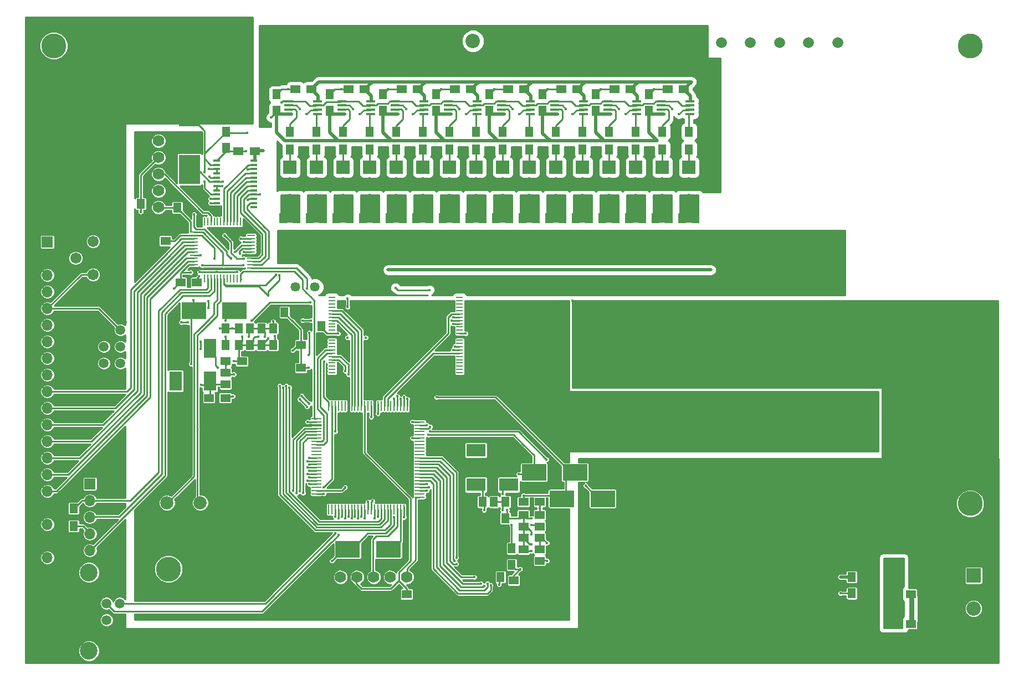
<source format=gbr>
G04 #@! TF.FileFunction,Copper,L1,Top,Signal*
%FSLAX46Y46*%
G04 Gerber Fmt 4.6, Leading zero omitted, Abs format (unit mm)*
G04 Created by KiCad (PCBNEW 4.0.7) date 11/25/17 11:10:42*
%MOMM*%
%LPD*%
G01*
G04 APERTURE LIST*
%ADD10C,0.100000*%
%ADD11R,1.700000X1.700000*%
%ADD12O,1.700000X1.700000*%
%ADD13R,3.000000X1.980000*%
%ADD14R,1.100000X0.250000*%
%ADD15R,1.250000X1.500000*%
%ADD16R,1.300000X1.500000*%
%ADD17R,1.500000X1.250000*%
%ADD18R,3.750000X2.500000*%
%ADD19R,3.300000X4.500000*%
%ADD20R,2.216000X2.216000*%
%ADD21C,2.216000*%
%ADD22R,2.016000X2.016000*%
%ADD23C,1.762000*%
%ADD24R,1.762000X1.762000*%
%ADD25C,1.462000*%
%ADD26C,1.716000*%
%ADD27C,2.016000*%
%ADD28R,1.500000X1.300000*%
%ADD29C,1.662000*%
%ADD30C,1.500000*%
%ADD31R,1.100000X0.400000*%
%ADD32R,0.250000X1.300000*%
%ADD33R,1.300000X0.250000*%
%ADD34R,0.280000X1.500000*%
%ADD35R,1.500000X0.280000*%
%ADD36R,1.450000X0.450000*%
%ADD37C,1.520000*%
%ADD38C,2.700000*%
%ADD39R,1.980000X3.000000*%
%ADD40C,3.800000*%
%ADD41C,0.406400*%
%ADD42C,0.381000*%
%ADD43C,0.254000*%
%ADD44C,0.508000*%
%ADD45C,1.270000*%
G04 APERTURE END LIST*
D10*
D11*
X64000000Y-80000000D03*
D12*
X64000000Y-82540000D03*
X64000000Y-85080000D03*
X64000000Y-87620000D03*
X64000000Y-90160000D03*
X64000000Y-92700000D03*
X64000000Y-95240000D03*
X64000000Y-97780000D03*
X64000000Y-100320000D03*
X64000000Y-102860000D03*
X64000000Y-105400000D03*
X64000000Y-107940000D03*
X64000000Y-110480000D03*
X64000000Y-113020000D03*
X64000000Y-115560000D03*
X64000000Y-118100000D03*
X64000000Y-120640000D03*
X64000000Y-123180000D03*
X64000000Y-125720000D03*
X64000000Y-128260000D03*
D13*
X129500000Y-111870000D03*
X129500000Y-117130000D03*
X134500000Y-117130000D03*
X134500000Y-111870000D03*
D14*
X127000000Y-100000000D03*
X107500000Y-88500000D03*
X127000000Y-99500000D03*
X127000000Y-99000000D03*
X127000000Y-98500000D03*
X127000000Y-98000000D03*
X127000000Y-97500000D03*
X127000000Y-97000000D03*
X127000000Y-96500000D03*
X127000000Y-96000000D03*
X127000000Y-95500000D03*
X127000000Y-95000000D03*
X127000000Y-94500000D03*
X127000000Y-94000000D03*
X127000000Y-93500000D03*
X127000000Y-93000000D03*
X127000000Y-92500000D03*
X127000000Y-92000000D03*
X127000000Y-91500000D03*
X127000000Y-91000000D03*
X127000000Y-90500000D03*
X127000000Y-90000000D03*
X127000000Y-89500000D03*
X127000000Y-89000000D03*
X127000000Y-88500000D03*
X107500000Y-89000000D03*
X107500000Y-89500000D03*
X107500000Y-90000000D03*
X107500000Y-90500000D03*
X107500000Y-91000000D03*
X107500000Y-91500000D03*
X107500000Y-92000000D03*
X107500000Y-92500000D03*
X107500000Y-93000000D03*
X107500000Y-93500000D03*
X107500000Y-94000000D03*
X107500000Y-94500000D03*
X107500000Y-95000000D03*
X107500000Y-95500000D03*
X107500000Y-96000000D03*
X107500000Y-96500000D03*
X107500000Y-97000000D03*
X107500000Y-97500000D03*
X107500000Y-98000000D03*
X107500000Y-98500000D03*
X107500000Y-99000000D03*
X107500000Y-99500000D03*
X107500000Y-100000000D03*
D15*
X105875000Y-95375000D03*
X105875000Y-92875000D03*
D16*
X148844000Y-76374000D03*
X148844000Y-79074000D03*
D17*
X195985000Y-133829000D03*
X193485000Y-133829000D03*
X195985000Y-138401000D03*
X193485000Y-138401000D03*
D15*
X186925000Y-131225000D03*
X186925000Y-133725000D03*
D17*
X86850000Y-86200000D03*
X84350000Y-86200000D03*
D15*
X155956000Y-59924000D03*
X155956000Y-57424000D03*
X147828000Y-59924000D03*
X147828000Y-57424000D03*
X139700000Y-59924000D03*
X139700000Y-57424000D03*
X131572000Y-59924000D03*
X131572000Y-57424000D03*
X123444000Y-59924000D03*
X123444000Y-57424000D03*
X115316000Y-59924000D03*
X115316000Y-57424000D03*
X107188000Y-59924000D03*
X107188000Y-57424000D03*
X99060000Y-59924000D03*
X99060000Y-57424000D03*
D17*
X136750000Y-121745000D03*
X139250000Y-121745000D03*
X136750000Y-123495000D03*
X139250000Y-123495000D03*
X136750000Y-125245000D03*
X139250000Y-125245000D03*
X136750000Y-126995000D03*
X139250000Y-126995000D03*
D15*
X134000000Y-122245000D03*
X134000000Y-119745000D03*
D17*
X93750000Y-98245000D03*
X91250000Y-98245000D03*
D15*
X93250000Y-95745000D03*
X93250000Y-93245000D03*
X95000000Y-95745000D03*
X95000000Y-93245000D03*
X96750000Y-95745000D03*
X96750000Y-93245000D03*
X98500000Y-95745000D03*
X98500000Y-93245000D03*
X91300000Y-63150000D03*
X91300000Y-65650000D03*
X132250000Y-122245000D03*
X132250000Y-119745000D03*
X130500000Y-122245000D03*
X130500000Y-119745000D03*
D17*
X137750000Y-131745000D03*
X135250000Y-131745000D03*
X136750000Y-128745000D03*
X139250000Y-128745000D03*
D15*
X133250000Y-128745000D03*
X133250000Y-131245000D03*
D17*
X93750000Y-101745000D03*
X91250000Y-101745000D03*
X93750000Y-99995000D03*
X91250000Y-99995000D03*
D15*
X100250000Y-93245000D03*
X100250000Y-90745000D03*
D17*
X100250000Y-95745000D03*
X102750000Y-95745000D03*
X100250000Y-99245000D03*
X102750000Y-99245000D03*
X136750000Y-119745000D03*
X139250000Y-119745000D03*
D15*
X91250000Y-95745000D03*
X91250000Y-93245000D03*
D17*
X93200000Y-66100000D03*
X95700000Y-66100000D03*
X158770000Y-56642000D03*
X161270000Y-56642000D03*
X150642000Y-56642000D03*
X153142000Y-56642000D03*
X142514000Y-56642000D03*
X145014000Y-56642000D03*
X134386000Y-56642000D03*
X136886000Y-56642000D03*
X126258000Y-56642000D03*
X128758000Y-56642000D03*
X118130000Y-56642000D03*
X120630000Y-56642000D03*
X110002000Y-56642000D03*
X112502000Y-56642000D03*
X101874000Y-56642000D03*
X104374000Y-56642000D03*
D18*
X142625000Y-119250000D03*
X148875000Y-119250000D03*
D17*
X91200000Y-103850000D03*
X88700000Y-103850000D03*
D19*
X85750000Y-60100000D03*
X85750000Y-68900000D03*
D20*
X205540000Y-130980000D03*
D21*
X205540000Y-136060000D03*
D22*
X81000000Y-77250000D03*
D23*
X81000000Y-74710000D03*
X81000000Y-72170000D03*
X81000000Y-69630000D03*
X81000000Y-67090000D03*
X81000000Y-64550000D03*
D24*
X121500000Y-131245000D03*
D23*
X118960000Y-131245000D03*
X116420000Y-131245000D03*
X113880000Y-131245000D03*
X111340000Y-131245000D03*
X108800000Y-131245000D03*
D20*
X134112000Y-49276000D03*
D21*
X129032000Y-49276000D03*
D25*
X104900000Y-86900000D03*
X101900000Y-86900000D03*
D26*
X71000000Y-85000000D03*
X68333000Y-82460000D03*
X71000000Y-79920000D03*
D22*
X162052000Y-68580000D03*
D27*
X162052000Y-71120000D03*
X162052000Y-73660000D03*
D22*
X157988000Y-68580000D03*
D27*
X157988000Y-71120000D03*
X157988000Y-73660000D03*
D22*
X153924000Y-68580000D03*
D27*
X153924000Y-71120000D03*
X153924000Y-73660000D03*
D22*
X149860000Y-68580000D03*
D27*
X149860000Y-71120000D03*
X149860000Y-73660000D03*
D22*
X145796000Y-68580000D03*
D27*
X145796000Y-71120000D03*
X145796000Y-73660000D03*
D22*
X141732000Y-68580000D03*
D27*
X141732000Y-71120000D03*
X141732000Y-73660000D03*
D22*
X137668000Y-68580000D03*
D27*
X137668000Y-71120000D03*
X137668000Y-73660000D03*
D22*
X133604000Y-68580000D03*
D27*
X133604000Y-71120000D03*
X133604000Y-73660000D03*
D22*
X129540000Y-68580000D03*
D27*
X129540000Y-71120000D03*
X129540000Y-73660000D03*
D22*
X125476000Y-68580000D03*
D27*
X125476000Y-71120000D03*
X125476000Y-73660000D03*
D22*
X121412000Y-68580000D03*
D27*
X121412000Y-71120000D03*
X121412000Y-73660000D03*
D22*
X117348000Y-68580000D03*
D27*
X117348000Y-71120000D03*
X117348000Y-73660000D03*
D22*
X113284000Y-68580000D03*
D27*
X113284000Y-71120000D03*
X113284000Y-73660000D03*
D22*
X109220000Y-68580000D03*
D27*
X109220000Y-71120000D03*
X109220000Y-73660000D03*
D22*
X105156000Y-68580000D03*
D27*
X105156000Y-71120000D03*
X105156000Y-73660000D03*
D22*
X101092000Y-68580000D03*
D27*
X101092000Y-71120000D03*
X101092000Y-73660000D03*
D16*
X78250000Y-76850000D03*
X78250000Y-74150000D03*
D28*
X79350000Y-79850000D03*
X82050000Y-79850000D03*
D16*
X83850000Y-77450000D03*
X83850000Y-74750000D03*
X68000000Y-120750000D03*
X68000000Y-123450000D03*
D28*
X118900000Y-133850000D03*
X121600000Y-133850000D03*
D16*
X162052000Y-65866000D03*
X162052000Y-63166000D03*
X163068000Y-76374000D03*
X163068000Y-79074000D03*
X161036000Y-76374000D03*
X161036000Y-79074000D03*
X157988000Y-65866000D03*
X157988000Y-63166000D03*
X159004000Y-76374000D03*
X159004000Y-79074000D03*
X156972000Y-76374000D03*
X156972000Y-79074000D03*
X153924000Y-65866000D03*
X153924000Y-63166000D03*
X154940000Y-76374000D03*
X154940000Y-79074000D03*
X152908000Y-76374000D03*
X152908000Y-79074000D03*
X149860000Y-65866000D03*
X149860000Y-63166000D03*
X150876000Y-76374000D03*
X150876000Y-79074000D03*
X145796000Y-65866000D03*
X145796000Y-63166000D03*
X146812000Y-76374000D03*
X146812000Y-79074000D03*
X144780000Y-76374000D03*
X144780000Y-79074000D03*
X141732000Y-65866000D03*
X141732000Y-63166000D03*
X142748000Y-76374000D03*
X142748000Y-79074000D03*
X140716000Y-76374000D03*
X140716000Y-79074000D03*
X137668000Y-65866000D03*
X137668000Y-63166000D03*
X138684000Y-76374000D03*
X138684000Y-79074000D03*
X136652000Y-76374000D03*
X136652000Y-79074000D03*
X133604000Y-65866000D03*
X133604000Y-63166000D03*
X134620000Y-76374000D03*
X134620000Y-79074000D03*
X132588000Y-76374000D03*
X132588000Y-79074000D03*
X129540000Y-65866000D03*
X129540000Y-63166000D03*
X128524000Y-76374000D03*
X128524000Y-79074000D03*
X130556000Y-76374000D03*
X130556000Y-79074000D03*
X125476000Y-65866000D03*
X125476000Y-63166000D03*
X126492000Y-76374000D03*
X126492000Y-79074000D03*
X124460000Y-76374000D03*
X124460000Y-79074000D03*
X121412000Y-65866000D03*
X121412000Y-63166000D03*
X122428000Y-76374000D03*
X122428000Y-79074000D03*
X120396000Y-76374000D03*
X120396000Y-79074000D03*
X117348000Y-65866000D03*
X117348000Y-63166000D03*
X118364000Y-76374000D03*
X118364000Y-79074000D03*
X116332000Y-76374000D03*
X116332000Y-79074000D03*
X113284000Y-65866000D03*
X113284000Y-63166000D03*
X114300000Y-76374000D03*
X114300000Y-79074000D03*
X112268000Y-76374000D03*
X112268000Y-79074000D03*
X109220000Y-65866000D03*
X109220000Y-63166000D03*
X110236000Y-76374000D03*
X110236000Y-79074000D03*
X108204000Y-76374000D03*
X108204000Y-79074000D03*
X105156000Y-65866000D03*
X105156000Y-63166000D03*
X106172000Y-76374000D03*
X106172000Y-79074000D03*
X104140000Y-76374000D03*
X104140000Y-79074000D03*
X101092000Y-65866000D03*
X101092000Y-63166000D03*
X102108000Y-76374000D03*
X102108000Y-79074000D03*
X100076000Y-76374000D03*
X100076000Y-79074000D03*
D29*
X167005000Y-82550000D03*
X167005000Y-49530000D03*
X171450000Y-82550000D03*
X171450000Y-49530000D03*
X175895000Y-82550000D03*
X175895000Y-49530000D03*
X180340000Y-82550000D03*
X180340000Y-49530000D03*
X184785000Y-82550000D03*
X184785000Y-49530000D03*
D22*
X82296000Y-122428000D03*
D27*
X82296000Y-119888000D03*
D22*
X87376000Y-122428000D03*
D27*
X87376000Y-119888000D03*
D30*
X75184000Y-93472000D03*
X72644000Y-96012000D03*
X75184000Y-98552000D03*
X72644000Y-98552000D03*
X75184000Y-96012000D03*
D31*
X95560000Y-74695000D03*
X95560000Y-74045000D03*
X95560000Y-73395000D03*
X95560000Y-72745000D03*
X95560000Y-72095000D03*
X95560000Y-71445000D03*
X95560000Y-70795000D03*
X95560000Y-70145000D03*
X95560000Y-69495000D03*
X95560000Y-68845000D03*
X95560000Y-68195000D03*
X95560000Y-67545000D03*
X89860000Y-67545000D03*
X89860000Y-68195000D03*
X89860000Y-68845000D03*
X89860000Y-69495000D03*
X89860000Y-70145000D03*
X89860000Y-70795000D03*
X89860000Y-71445000D03*
X89860000Y-72095000D03*
X89860000Y-72745000D03*
X89860000Y-73395000D03*
X89860000Y-74045000D03*
X89860000Y-74695000D03*
D32*
X88000000Y-85600000D03*
X88500000Y-85600000D03*
X89000000Y-85600000D03*
X89500000Y-85600000D03*
X90000000Y-85600000D03*
X90500000Y-85600000D03*
X91000000Y-85600000D03*
X91500000Y-85600000D03*
X92000000Y-85600000D03*
X92500000Y-85600000D03*
X93000000Y-85600000D03*
X93500000Y-85600000D03*
D33*
X95100000Y-84000000D03*
X95100000Y-83500000D03*
X95100000Y-83000000D03*
X95100000Y-82500000D03*
X95100000Y-82000000D03*
X95100000Y-81500000D03*
X95100000Y-81000000D03*
X95100000Y-80500000D03*
X95100000Y-80000000D03*
X95100000Y-79500000D03*
X95100000Y-79000000D03*
X95100000Y-78500000D03*
D32*
X93500000Y-76900000D03*
X93000000Y-76900000D03*
X92500000Y-76900000D03*
X92000000Y-76900000D03*
X91500000Y-76900000D03*
X91000000Y-76900000D03*
X90500000Y-76900000D03*
X90000000Y-76900000D03*
X89500000Y-76900000D03*
X89000000Y-76900000D03*
X88500000Y-76900000D03*
X88000000Y-76900000D03*
D33*
X86400000Y-78500000D03*
X86400000Y-79000000D03*
X86400000Y-79500000D03*
X86400000Y-80000000D03*
X86400000Y-80500000D03*
X86400000Y-81000000D03*
X86400000Y-81500000D03*
X86400000Y-82000000D03*
X86400000Y-82500000D03*
X86400000Y-83000000D03*
X86400000Y-83500000D03*
X86400000Y-84000000D03*
D34*
X119000000Y-105095000D03*
X118500000Y-105095000D03*
X118000000Y-105095000D03*
X117500000Y-105095000D03*
X117000000Y-105095000D03*
X116500000Y-105095000D03*
X116000000Y-105095000D03*
X115500000Y-105095000D03*
X115000000Y-105095000D03*
X114500000Y-105095000D03*
X114000000Y-105095000D03*
X113500000Y-105095000D03*
X113000000Y-105095000D03*
X112500000Y-105095000D03*
X112000000Y-105095000D03*
X111500000Y-105095000D03*
X111000000Y-105095000D03*
X110500000Y-105095000D03*
X110000000Y-105095000D03*
X109500000Y-105095000D03*
X109000000Y-105095000D03*
X108500000Y-105095000D03*
X108000000Y-105095000D03*
X107500000Y-105095000D03*
X107000000Y-105095000D03*
D35*
X105100000Y-106995000D03*
X105100000Y-107495000D03*
X105100000Y-107995000D03*
X105100000Y-108495000D03*
X105100000Y-108995000D03*
X105100000Y-109495000D03*
X105100000Y-109995000D03*
X105100000Y-110495000D03*
X105100000Y-110995000D03*
X105100000Y-111495000D03*
X105100000Y-111995000D03*
X105100000Y-112495000D03*
X105100000Y-112995000D03*
X105100000Y-113495000D03*
X105100000Y-113995000D03*
X105100000Y-114495000D03*
X105100000Y-114995000D03*
X105100000Y-115495000D03*
X105100000Y-115995000D03*
X105100000Y-116495000D03*
X105100000Y-116995000D03*
X105100000Y-117495000D03*
X105100000Y-117995000D03*
X105100000Y-118495000D03*
X105100000Y-118995000D03*
D34*
X107000000Y-120895000D03*
X107500000Y-120895000D03*
X108000000Y-120895000D03*
X108500000Y-120895000D03*
X109000000Y-120895000D03*
X109500000Y-120895000D03*
X110000000Y-120895000D03*
X110500000Y-120895000D03*
X111000000Y-120895000D03*
X111500000Y-120895000D03*
X112000000Y-120895000D03*
X112500000Y-120895000D03*
X113000000Y-120895000D03*
X113500000Y-120895000D03*
X114000000Y-120895000D03*
X114500000Y-120895000D03*
X115000000Y-120895000D03*
X115500000Y-120895000D03*
X116000000Y-120895000D03*
X116500000Y-120895000D03*
X117000000Y-120895000D03*
X117500000Y-120895000D03*
X118000000Y-120895000D03*
X118500000Y-120895000D03*
X119000000Y-120895000D03*
D35*
X120900000Y-118995000D03*
X120900000Y-118495000D03*
X120900000Y-117995000D03*
X120900000Y-117495000D03*
X120900000Y-116995000D03*
X120900000Y-116495000D03*
X120900000Y-115995000D03*
X120900000Y-115495000D03*
X120900000Y-114995000D03*
X120900000Y-114495000D03*
X120900000Y-113995000D03*
X120900000Y-113495000D03*
X120900000Y-112995000D03*
X120900000Y-112495000D03*
X120900000Y-111995000D03*
X120900000Y-111495000D03*
X120900000Y-110995000D03*
X120900000Y-110495000D03*
X120900000Y-109995000D03*
X120900000Y-109495000D03*
X120900000Y-108995000D03*
X120900000Y-108495000D03*
X120900000Y-107995000D03*
X120900000Y-107495000D03*
X120900000Y-106995000D03*
D36*
X162220000Y-60411000D03*
X162220000Y-59761000D03*
X162220000Y-59111000D03*
X162220000Y-58461000D03*
X157820000Y-58461000D03*
X157820000Y-59111000D03*
X157820000Y-59761000D03*
X157820000Y-60411000D03*
X154092000Y-60411000D03*
X154092000Y-59761000D03*
X154092000Y-59111000D03*
X154092000Y-58461000D03*
X149692000Y-58461000D03*
X149692000Y-59111000D03*
X149692000Y-59761000D03*
X149692000Y-60411000D03*
X145964000Y-60411000D03*
X145964000Y-59761000D03*
X145964000Y-59111000D03*
X145964000Y-58461000D03*
X141564000Y-58461000D03*
X141564000Y-59111000D03*
X141564000Y-59761000D03*
X141564000Y-60411000D03*
X137836000Y-60411000D03*
X137836000Y-59761000D03*
X137836000Y-59111000D03*
X137836000Y-58461000D03*
X133436000Y-58461000D03*
X133436000Y-59111000D03*
X133436000Y-59761000D03*
X133436000Y-60411000D03*
X129708000Y-60411000D03*
X129708000Y-59761000D03*
X129708000Y-59111000D03*
X129708000Y-58461000D03*
X125308000Y-58461000D03*
X125308000Y-59111000D03*
X125308000Y-59761000D03*
X125308000Y-60411000D03*
X121580000Y-60411000D03*
X121580000Y-59761000D03*
X121580000Y-59111000D03*
X121580000Y-58461000D03*
X117180000Y-58461000D03*
X117180000Y-59111000D03*
X117180000Y-59761000D03*
X117180000Y-60411000D03*
X113452000Y-60411000D03*
X113452000Y-59761000D03*
X113452000Y-59111000D03*
X113452000Y-58461000D03*
X109052000Y-58461000D03*
X109052000Y-59111000D03*
X109052000Y-59761000D03*
X109052000Y-60411000D03*
X105324000Y-60411000D03*
X105324000Y-59761000D03*
X105324000Y-59111000D03*
X105324000Y-58461000D03*
X100924000Y-58461000D03*
X100924000Y-59111000D03*
X100924000Y-59761000D03*
X100924000Y-60411000D03*
D37*
X75057000Y-135255000D03*
X75057000Y-137795000D03*
X73057000Y-137795000D03*
X73057000Y-135255000D03*
D38*
X70357000Y-130525000D03*
X70357000Y-142525000D03*
D18*
X144625000Y-115250000D03*
X138375000Y-115250000D03*
D15*
X134950000Y-126850000D03*
X134950000Y-129350000D03*
D18*
X92625000Y-90495000D03*
X86375000Y-90495000D03*
D39*
X83620000Y-101245000D03*
X88880000Y-101245000D03*
X88880000Y-96245000D03*
X83620000Y-96245000D03*
D18*
X116125000Y-126995000D03*
X109875000Y-126995000D03*
D11*
X70500000Y-117000000D03*
D12*
X70500000Y-119540000D03*
X70500000Y-122080000D03*
X70500000Y-124620000D03*
X70500000Y-127160000D03*
D40*
X205000000Y-50000000D03*
X65000000Y-50000000D03*
X82500000Y-130000000D03*
X205000000Y-120000000D03*
D41*
X109850000Y-94625000D03*
X112675000Y-94625000D03*
X109900000Y-89950000D03*
X109900000Y-88675000D03*
X196005000Y-136623000D03*
X196005000Y-135099000D03*
X196005000Y-135607000D03*
X117000000Y-122050000D03*
X101500000Y-96575000D03*
X103925000Y-99200000D03*
X101400000Y-92050000D03*
X98500000Y-92150000D03*
X133525000Y-121000000D03*
X140350000Y-126025000D03*
X140375000Y-128750000D03*
X133025000Y-132375000D03*
X118500000Y-122075000D03*
X88650000Y-89025000D03*
X88650000Y-90075000D03*
X84450000Y-92275000D03*
X85500000Y-92275000D03*
X94400000Y-66100000D03*
X87400000Y-82000000D03*
X104250000Y-92000000D03*
X103025000Y-92000000D03*
X92250000Y-93245000D03*
X127925000Y-94000000D03*
X83325000Y-87075000D03*
X108425000Y-94000000D03*
X87500000Y-101850000D03*
X104000000Y-93900000D03*
X103950000Y-97250000D03*
X108900000Y-56650000D03*
X100800000Y-56650000D03*
X136250000Y-130000000D03*
X107500000Y-128750000D03*
X85900000Y-84650000D03*
X94650000Y-73550000D03*
X94650000Y-68950000D03*
X88950000Y-74050000D03*
X90750000Y-71450000D03*
X114500000Y-106250000D03*
X103750000Y-107500000D03*
X194481000Y-138147000D03*
X194481000Y-137639000D03*
X194481000Y-134083000D03*
X194481000Y-134591000D03*
X192449000Y-128749000D03*
X192957000Y-128749000D03*
X193465000Y-128749000D03*
X193973000Y-128749000D03*
X194481000Y-128749000D03*
X192195000Y-137639000D03*
X192195000Y-138147000D03*
X192195000Y-134591000D03*
X192195000Y-134083000D03*
X90375000Y-93245000D03*
X139250000Y-120745000D03*
X94750000Y-94495000D03*
X97250000Y-94495000D03*
X138000000Y-123245000D03*
X130750000Y-120995000D03*
X119750000Y-107495000D03*
X106250000Y-118495000D03*
X92500000Y-100245000D03*
X119750000Y-109995000D03*
X124206000Y-56642000D03*
X156718000Y-56642000D03*
X116078000Y-56642000D03*
X132334000Y-56642000D03*
X148590000Y-56642000D03*
X140462000Y-56642000D03*
X185175000Y-131225000D03*
X185175000Y-133725000D03*
X92100000Y-82525000D03*
X98750000Y-94375000D03*
X86425000Y-75775000D03*
X92100000Y-82500000D03*
X117200000Y-87000000D03*
X122400000Y-87350000D03*
X144250000Y-89000000D03*
X76000000Y-92300000D03*
X98200000Y-60950000D03*
X94500000Y-63350000D03*
X92500000Y-98245000D03*
X88050000Y-69300000D03*
X88050000Y-70750000D03*
X184425000Y-135975000D03*
X184425000Y-122975000D03*
X97750000Y-94750000D03*
X96250000Y-94495000D03*
X93750000Y-94495000D03*
X138000000Y-126245000D03*
X138000000Y-124745000D03*
X138000000Y-127245000D03*
X138000000Y-122245000D03*
X134250000Y-120995000D03*
X108625000Y-119000000D03*
X94350000Y-77275000D03*
X187275000Y-107275000D03*
X187275000Y-108025000D03*
X187275000Y-108450000D03*
X187275000Y-107625000D03*
X137625000Y-112750000D03*
X142350000Y-112750000D03*
X117750000Y-89025000D03*
X105250000Y-96750000D03*
X83050000Y-90725000D03*
X85550000Y-86275000D03*
X92375000Y-101250000D03*
X101525000Y-106575000D03*
X110000000Y-106200000D03*
X118750000Y-107000000D03*
X120825000Y-119750000D03*
X90500000Y-75300000D03*
X101500000Y-95750000D03*
X114000000Y-107000000D03*
X119000000Y-119750000D03*
X99750000Y-91995000D03*
X101500000Y-99745000D03*
X132750000Y-129995000D03*
X136750000Y-132495000D03*
X138000000Y-128245000D03*
X131750000Y-120995000D03*
X165400000Y-84275000D03*
X116075000Y-84275000D03*
X162275000Y-57650000D03*
X96950000Y-66000000D03*
X105500000Y-55500000D03*
X87200000Y-85250000D03*
X87450000Y-96325000D03*
X87450000Y-95225000D03*
X123500000Y-103750000D03*
X91250000Y-91995000D03*
X91250000Y-94495000D03*
X136750000Y-118745000D03*
X104050000Y-104700000D03*
X102875000Y-103525000D03*
X140250000Y-113250000D03*
X122500000Y-109000000D03*
X146250000Y-117250000D03*
X102550000Y-104050000D03*
X103700000Y-105200000D03*
X85950000Y-98625000D03*
X122250000Y-109500000D03*
D42*
X86360000Y-88900000D03*
D41*
X136000000Y-115500000D03*
X88950000Y-73400000D03*
X88750000Y-70000000D03*
X92350000Y-103600000D03*
X160528000Y-60452000D03*
X159512000Y-59690000D03*
X152400000Y-60452000D03*
X151384000Y-59690000D03*
X144272000Y-60452000D03*
X143256000Y-59690000D03*
X136144000Y-60452000D03*
X135128000Y-59690000D03*
X128016000Y-60452000D03*
X127000000Y-59690000D03*
X119888000Y-60452000D03*
X118872000Y-59690000D03*
X111760000Y-60452000D03*
X110744000Y-59690000D03*
X103632000Y-60452000D03*
X93550000Y-79500000D03*
X94000000Y-80000000D03*
X94000000Y-81500000D03*
X93400000Y-81775000D03*
X92650000Y-81525000D03*
X89575000Y-82550000D03*
D42*
X87225000Y-84600000D03*
X93050000Y-84600000D03*
X89850000Y-84600000D03*
D41*
X114046000Y-86741000D03*
X96500000Y-72750000D03*
X99750000Y-58650000D03*
X88700000Y-68800000D03*
X103650000Y-87075000D03*
X106275000Y-98250000D03*
X119000000Y-103995000D03*
X118500000Y-103725000D03*
X118000000Y-103995000D03*
X117500000Y-103575000D03*
X117000000Y-103995000D03*
X113500000Y-106750000D03*
X108000000Y-108995000D03*
X106250000Y-117500000D03*
X101575000Y-118000000D03*
X102075000Y-118400000D03*
X103075000Y-118400000D03*
X102575000Y-118125000D03*
X104000000Y-113000000D03*
X103750000Y-113500000D03*
X104000000Y-114000000D03*
X103750000Y-114500000D03*
X104000000Y-115000000D03*
X103750000Y-115500000D03*
X104000000Y-116000000D03*
X103750000Y-116500000D03*
X104000000Y-117000000D03*
X108000000Y-124550000D03*
X108000000Y-122000000D03*
X108500000Y-124800000D03*
X108500000Y-122250000D03*
X109000000Y-121995000D03*
X109500000Y-122250000D03*
X110000000Y-121995000D03*
X110500000Y-122250000D03*
X111000000Y-121995000D03*
X111500000Y-122250000D03*
X112000000Y-121995000D03*
X112500000Y-122250000D03*
X110000000Y-100250000D03*
X113000000Y-119745000D03*
X113675000Y-119575000D03*
X109500000Y-99750000D03*
X125750000Y-92000000D03*
X122275000Y-117500000D03*
X126000000Y-92500000D03*
X122000000Y-117995000D03*
X99500000Y-102000000D03*
X100000000Y-102250000D03*
X101000000Y-102250000D03*
X100500000Y-102000000D03*
X114500000Y-121995000D03*
X126250000Y-96000000D03*
X126000000Y-91500000D03*
X122000000Y-116995000D03*
X126000000Y-96500000D03*
X114000000Y-122250000D03*
X131750000Y-132500000D03*
X131250000Y-132245000D03*
X130750000Y-132550000D03*
X130250000Y-132245000D03*
X129250000Y-131245000D03*
X126500000Y-129245000D03*
X126225000Y-128750000D03*
X126500000Y-128245000D03*
X122500000Y-108250000D03*
X122000000Y-107995000D03*
X90800000Y-70800000D03*
X109500000Y-117495000D03*
X134950000Y-123250000D03*
X102616000Y-59690000D03*
X104225000Y-89250000D03*
D42*
X95250000Y-92000000D03*
D41*
X93950000Y-83550000D03*
X90850000Y-83550000D03*
D42*
X87650000Y-83600000D03*
D41*
X98925000Y-84975000D03*
X99450000Y-85050000D03*
X94025000Y-82525000D03*
X78275000Y-75400000D03*
X91075000Y-79000000D03*
X133600000Y-118550000D03*
X90050000Y-99250000D03*
D43*
X109900000Y-89950000D02*
X109900000Y-88675000D01*
D44*
X195985000Y-133829000D02*
X195985000Y-134510000D01*
X195985000Y-134510000D02*
X196000000Y-134525000D01*
X195985000Y-138401000D02*
X195985000Y-137540000D01*
X195985000Y-137540000D02*
X196025000Y-137500000D01*
D43*
X116050000Y-124200000D02*
X115700000Y-124550000D01*
X116050000Y-124200000D02*
X117000000Y-123250000D01*
X117000000Y-123250000D02*
X117000000Y-122050000D01*
X110505000Y-126995000D02*
X112650000Y-124850000D01*
X115700000Y-124550000D02*
X115675000Y-124575000D01*
X115675000Y-124575000D02*
X112925000Y-124575000D01*
X112925000Y-124575000D02*
X112650000Y-124850000D01*
X102750000Y-95745000D02*
X102330000Y-95745000D01*
X102330000Y-95745000D02*
X101500000Y-96575000D01*
X102750000Y-99245000D02*
X103880000Y-99245000D01*
X103880000Y-99245000D02*
X103925000Y-99200000D01*
X102750000Y-95745000D02*
X102750000Y-99150000D01*
X102750000Y-99150000D02*
X102775000Y-99175000D01*
X102775000Y-99175000D02*
X102750000Y-99245000D01*
X100250000Y-90745000D02*
X100250000Y-90900000D01*
X100250000Y-90900000D02*
X101400000Y-92050000D01*
X101400000Y-92050000D02*
X101575000Y-92225000D01*
X98500000Y-93245000D02*
X98500000Y-92150000D01*
X93250000Y-93245000D02*
X92305000Y-93245000D01*
X92300000Y-93250000D02*
X92250000Y-93245000D01*
X92305000Y-93245000D02*
X92300000Y-93250000D01*
X91250000Y-98245000D02*
X91250000Y-99500000D01*
X91250000Y-99500000D02*
X91225000Y-99525000D01*
X91225000Y-99525000D02*
X91250000Y-99995000D01*
X91250000Y-101745000D02*
X89655000Y-101745000D01*
X89655000Y-101745000D02*
X89300000Y-102100000D01*
X89300000Y-102100000D02*
X88880000Y-101245000D01*
X132250000Y-119745000D02*
X133770000Y-119745000D01*
X133770000Y-119745000D02*
X133775000Y-119750000D01*
X133775000Y-119750000D02*
X134000000Y-119745000D01*
X134000000Y-119745000D02*
X134000000Y-119900000D01*
X134000000Y-119900000D02*
X133525000Y-120375000D01*
X133525000Y-120375000D02*
X133525000Y-121000000D01*
X139250000Y-121745000D02*
X139250000Y-120800000D01*
X139250000Y-125245000D02*
X139570000Y-125245000D01*
X139570000Y-125245000D02*
X140350000Y-126025000D01*
X139250000Y-125245000D02*
X139250000Y-126850000D01*
X139250000Y-126850000D02*
X139300000Y-126900000D01*
X139300000Y-126900000D02*
X139250000Y-126995000D01*
X140350000Y-128725000D02*
X139700000Y-128725000D01*
X140375000Y-128750000D02*
X140350000Y-128725000D01*
X139700000Y-128725000D02*
X139250000Y-128745000D01*
X133025000Y-132375000D02*
X133025000Y-131825000D01*
X133025000Y-131825000D02*
X133250000Y-131245000D01*
X118500000Y-122075000D02*
X118500000Y-121500000D01*
X118500000Y-121500000D02*
X118500000Y-120895000D01*
X88650000Y-89025000D02*
X88650000Y-90075000D01*
X85500000Y-92275000D02*
X84450000Y-92275000D01*
X93200000Y-66100000D02*
X94400000Y-66100000D01*
X86400000Y-82000000D02*
X87400000Y-82000000D01*
X103025000Y-92000000D02*
X104250000Y-92000000D01*
X96750000Y-93245000D02*
X98470000Y-93245000D01*
X98470000Y-93245000D02*
X98475000Y-93250000D01*
X98475000Y-93250000D02*
X98500000Y-93245000D01*
X95000000Y-93245000D02*
X96720000Y-93245000D01*
X96720000Y-93245000D02*
X96725000Y-93250000D01*
X96725000Y-93250000D02*
X96750000Y-93245000D01*
X97250000Y-93745000D02*
X96750000Y-93245000D01*
X64000000Y-128260000D02*
X63960000Y-128260000D01*
X127000000Y-94000000D02*
X127925000Y-94000000D01*
X84350000Y-86200000D02*
X84200000Y-86200000D01*
X84200000Y-86200000D02*
X83325000Y-87075000D01*
X107500000Y-94000000D02*
X108425000Y-94000000D01*
X136250000Y-130000000D02*
X135500000Y-130000000D01*
X135500000Y-130000000D02*
X135450000Y-129950000D01*
X135450000Y-129950000D02*
X134950000Y-129350000D01*
X88880000Y-101245000D02*
X88755000Y-101245000D01*
X88755000Y-101245000D02*
X88150000Y-101850000D01*
X88150000Y-101850000D02*
X87500000Y-101850000D01*
X88880000Y-101245000D02*
X88880000Y-103870000D01*
X88880000Y-103870000D02*
X88700000Y-104050000D01*
X88700000Y-104050000D02*
X88700000Y-103850000D01*
X104000000Y-97200000D02*
X104000000Y-93900000D01*
X103950000Y-97250000D02*
X104000000Y-97200000D01*
X108900000Y-56642000D02*
X108900000Y-56650000D01*
X100800000Y-56642000D02*
X100800000Y-56650000D01*
X135250000Y-131745000D02*
X135250000Y-131000000D01*
X135250000Y-131000000D02*
X136250000Y-130000000D01*
X109875000Y-126995000D02*
X109255000Y-126995000D01*
X109255000Y-126995000D02*
X107500000Y-128750000D01*
X64000000Y-90160000D02*
X71872000Y-90160000D01*
X71872000Y-90160000D02*
X75184000Y-93472000D01*
X64050000Y-90100000D02*
X64000000Y-90160000D01*
X71000000Y-85000000D02*
X69200000Y-85000000D01*
X69200000Y-85000000D02*
X64000000Y-90200000D01*
X64000000Y-90200000D02*
X64000000Y-90160000D01*
X68000000Y-123450000D02*
X69450000Y-123450000D01*
X69450000Y-123450000D02*
X70550000Y-124550000D01*
X70550000Y-124550000D02*
X70500000Y-124620000D01*
X85200000Y-84650000D02*
X84500000Y-84650000D01*
X85900000Y-84650000D02*
X85200000Y-84650000D01*
X86400000Y-83500000D02*
X85650000Y-83500000D01*
X84350000Y-84800000D02*
X84350000Y-86000000D01*
X85650000Y-83500000D02*
X84500000Y-84650000D01*
X84500000Y-84650000D02*
X84350000Y-84800000D01*
X84350000Y-86000000D02*
X84350000Y-86200000D01*
X89860000Y-67545000D02*
X89905000Y-67545000D01*
X89905000Y-67545000D02*
X91400000Y-66050000D01*
X91400000Y-66050000D02*
X91300000Y-66100000D01*
X93200000Y-66100000D02*
X91450000Y-66100000D01*
X91450000Y-66100000D02*
X91400000Y-66050000D01*
X91400000Y-66050000D02*
X91300000Y-66100000D01*
X95560000Y-73395000D02*
X94805000Y-73395000D01*
X94805000Y-73395000D02*
X94650000Y-73550000D01*
X95560000Y-68845000D02*
X94755000Y-68845000D01*
X94755000Y-68845000D02*
X94650000Y-68950000D01*
X88955000Y-74045000D02*
X88950000Y-74050000D01*
X88955000Y-74045000D02*
X89860000Y-74045000D01*
X89860000Y-71445000D02*
X90745000Y-71445000D01*
X90745000Y-71445000D02*
X90750000Y-71450000D01*
X89860000Y-72095000D02*
X89860000Y-71540000D01*
X89860000Y-71540000D02*
X89900000Y-71500000D01*
X89900000Y-71500000D02*
X89860000Y-71445000D01*
X102750000Y-93400000D02*
X102750000Y-95700000D01*
X101575000Y-92225000D02*
X102750000Y-93400000D01*
X102750000Y-95700000D02*
X102750000Y-95745000D01*
X89750000Y-72000000D02*
X89860000Y-72095000D01*
X105875000Y-92875000D02*
X105875000Y-93125000D01*
X105875000Y-93125000D02*
X106750000Y-94000000D01*
X106750000Y-94000000D02*
X107500000Y-94000000D01*
X129500000Y-117130000D02*
X129630000Y-117130000D01*
X129630000Y-117130000D02*
X130500000Y-118000000D01*
X130500000Y-118000000D02*
X130500000Y-119500000D01*
X130500000Y-119500000D02*
X130500000Y-119745000D01*
X114500000Y-105095000D02*
X114500000Y-106250000D01*
X114500000Y-104750000D02*
X114500000Y-105095000D01*
X109875000Y-126995000D02*
X110505000Y-126995000D01*
X105100000Y-107495000D02*
X103755000Y-107495000D01*
X103755000Y-107495000D02*
X103750000Y-107500000D01*
X90375000Y-93245000D02*
X90875000Y-93245000D01*
X90875000Y-93245000D02*
X91250000Y-93245000D01*
X111500000Y-125995000D02*
X109875000Y-126995000D01*
X116500000Y-130995000D02*
X116500000Y-131245000D01*
X116500000Y-131245000D02*
X116420000Y-131245000D01*
X91250000Y-93245000D02*
X92250000Y-93245000D01*
X139250000Y-119745000D02*
X139250000Y-120800000D01*
X139250000Y-120800000D02*
X139250000Y-120745000D01*
X94750000Y-94495000D02*
X94750000Y-93745000D01*
X94750000Y-93745000D02*
X95000000Y-93245000D01*
X97250000Y-94495000D02*
X97250000Y-93745000D01*
X98250000Y-93745000D02*
X98500000Y-93245000D01*
X138000000Y-123245000D02*
X139000000Y-123245000D01*
X130750000Y-120995000D02*
X130750000Y-119745000D01*
X119750000Y-107495000D02*
X120900000Y-107495000D01*
X106250000Y-118495000D02*
X105100000Y-118495000D01*
X92500000Y-100245000D02*
X91500000Y-100245000D01*
X91250000Y-98245000D02*
X91250000Y-98495000D01*
X91250000Y-98495000D02*
X91500000Y-98745000D01*
X102750000Y-95745000D02*
X102250000Y-96245000D01*
X91250000Y-100045000D02*
X91300000Y-100045000D01*
X91300000Y-100045000D02*
X91500000Y-100245000D01*
X91250000Y-101845000D02*
X91400000Y-101845000D01*
X91400000Y-101845000D02*
X91500000Y-101745000D01*
X139250000Y-123495000D02*
X139000000Y-123245000D01*
X139250000Y-125245000D02*
X138750000Y-125745000D01*
X139250000Y-126995000D02*
X139000000Y-126745000D01*
X135250000Y-131745000D02*
X135500000Y-131745000D01*
X120900000Y-109995000D02*
X119750000Y-109995000D01*
X124206000Y-56642000D02*
X124206000Y-56642000D01*
X120750000Y-107495000D02*
X120900000Y-107495000D01*
X118500000Y-120495000D02*
X118500000Y-120895000D01*
D44*
X129032000Y-49149000D02*
X129032000Y-49276000D01*
X99060000Y-57424000D02*
X99060000Y-57404000D01*
D43*
X99060000Y-57404000D02*
X99822000Y-56642000D01*
X99822000Y-56642000D02*
X100800000Y-56642000D01*
X100800000Y-56642000D02*
X101854000Y-56642000D01*
D44*
X101854000Y-56642000D02*
X101874000Y-56642000D01*
X107188000Y-57424000D02*
X107188000Y-57404000D01*
D43*
X107188000Y-57404000D02*
X107950000Y-56642000D01*
X107950000Y-56642000D02*
X108900000Y-56642000D01*
X108900000Y-56642000D02*
X109982000Y-56642000D01*
D44*
X109982000Y-56642000D02*
X110002000Y-56642000D01*
X115316000Y-57424000D02*
X115316000Y-57404000D01*
D43*
X115316000Y-57404000D02*
X116078000Y-56642000D01*
X116078000Y-56642000D02*
X118110000Y-56642000D01*
D44*
X118110000Y-56642000D02*
X118130000Y-56642000D01*
X123444000Y-57424000D02*
X123444000Y-57404000D01*
D43*
X123444000Y-57404000D02*
X124206000Y-56642000D01*
X124206000Y-56642000D02*
X126238000Y-56642000D01*
D44*
X126238000Y-56642000D02*
X126258000Y-56642000D01*
X131572000Y-57424000D02*
X131572000Y-57404000D01*
D43*
X131572000Y-57404000D02*
X132334000Y-56642000D01*
X132334000Y-56642000D02*
X134366000Y-56642000D01*
D44*
X134366000Y-56642000D02*
X134386000Y-56642000D01*
X139700000Y-57424000D02*
X139700000Y-57404000D01*
D43*
X139700000Y-57404000D02*
X140462000Y-56642000D01*
X140462000Y-56642000D02*
X142494000Y-56642000D01*
D44*
X142494000Y-56642000D02*
X142514000Y-56642000D01*
X147828000Y-57424000D02*
X147828000Y-57404000D01*
D43*
X147828000Y-57404000D02*
X148590000Y-56642000D01*
X148590000Y-56642000D02*
X150622000Y-56642000D01*
D44*
X150622000Y-56642000D02*
X150642000Y-56642000D01*
X155956000Y-57424000D02*
X155956000Y-57404000D01*
D43*
X155956000Y-57404000D02*
X156718000Y-56642000D01*
X156718000Y-56642000D02*
X158750000Y-56642000D01*
D44*
X158750000Y-56642000D02*
X158770000Y-56642000D01*
X158750000Y-56642000D02*
X158770000Y-56642000D01*
X150622000Y-56642000D02*
X150642000Y-56642000D01*
X142494000Y-56642000D02*
X142514000Y-56642000D01*
X134366000Y-56642000D02*
X134386000Y-56642000D01*
X126238000Y-56642000D02*
X126258000Y-56642000D01*
X118110000Y-56642000D02*
X118130000Y-56642000D01*
X109982000Y-56515000D02*
X110002000Y-56642000D01*
X101727000Y-56642000D02*
X101854000Y-56642000D01*
X101854000Y-56642000D02*
X101874000Y-56642000D01*
X185175000Y-131225000D02*
X186675000Y-131225000D01*
X186675000Y-131225000D02*
X186925000Y-131225000D01*
D43*
X186925000Y-133725000D02*
X185175000Y-133725000D01*
X91425000Y-81850000D02*
X91425000Y-81675000D01*
X92100000Y-82525000D02*
X91425000Y-81850000D01*
X98750000Y-94375000D02*
X98750000Y-94775000D01*
X91425000Y-81425000D02*
X91425000Y-81675000D01*
X88025000Y-78025000D02*
X86725000Y-78025000D01*
X86725000Y-78025000D02*
X86425000Y-77725000D01*
X86425000Y-77725000D02*
X86425000Y-75775000D01*
X88475000Y-78475000D02*
X90400000Y-80400000D01*
X90400000Y-80400000D02*
X91100000Y-81100000D01*
X91100000Y-81100000D02*
X91425000Y-81425000D01*
X88025000Y-78025000D02*
X88475000Y-78475000D01*
X91425000Y-81675000D02*
X91425000Y-81825000D01*
X91425000Y-81825000D02*
X92100000Y-82500000D01*
X122400000Y-87350000D02*
X117550000Y-87350000D01*
X117550000Y-87350000D02*
X117200000Y-87000000D01*
X99060000Y-59924000D02*
X99060000Y-60090000D01*
X99060000Y-60090000D02*
X98200000Y-60950000D01*
X99060000Y-59924000D02*
X99060000Y-60590000D01*
X94500000Y-63350000D02*
X91200000Y-63350000D01*
X91200000Y-63350000D02*
X91300000Y-63150000D01*
X88050000Y-66500000D02*
X88050000Y-63050000D01*
X88050000Y-63050000D02*
X87725000Y-62725000D01*
X88050000Y-67425000D02*
X88050000Y-66500000D01*
X88050000Y-66500000D02*
X88050000Y-66475000D01*
X88050000Y-66475000D02*
X88725000Y-65800000D01*
X91300000Y-63150000D02*
X91300000Y-63225000D01*
X91300000Y-63225000D02*
X88725000Y-65800000D01*
X92500000Y-98245000D02*
X93500000Y-98245000D01*
X88050000Y-69300000D02*
X88050000Y-67425000D01*
X88050000Y-67425000D02*
X88050000Y-67300000D01*
X89860000Y-72745000D02*
X88995000Y-72745000D01*
X88050000Y-71800000D02*
X88050000Y-70750000D01*
X88995000Y-72745000D02*
X88050000Y-71800000D01*
X89860000Y-68195000D02*
X88945000Y-68195000D01*
X87725000Y-62725000D02*
X87000000Y-62000000D01*
X88945000Y-68195000D02*
X88800000Y-68050000D01*
X88800000Y-68050000D02*
X88650000Y-67900000D01*
X88650000Y-67900000D02*
X88150000Y-67400000D01*
X88150000Y-67400000D02*
X88050000Y-67300000D01*
X87000000Y-62000000D02*
X85750000Y-60100000D01*
X184425000Y-135975000D02*
X184425000Y-122975000D01*
X93250000Y-97995000D02*
X93750000Y-98245000D01*
X96750000Y-95745000D02*
X95000000Y-95745000D01*
X98500000Y-95745000D02*
X96750000Y-95745000D01*
X97750000Y-94745000D02*
X97250000Y-95245000D01*
X97750000Y-94750000D02*
X97750000Y-94745000D01*
X97250000Y-95245000D02*
X96750000Y-95745000D01*
X95500000Y-94745000D02*
X95500000Y-95245000D01*
X95750000Y-94495000D02*
X95500000Y-94745000D01*
X96250000Y-94495000D02*
X95750000Y-94495000D01*
X95500000Y-95245000D02*
X95000000Y-95745000D01*
X97250000Y-95245000D02*
X96750000Y-95745000D01*
X98750000Y-94775000D02*
X98750000Y-95245000D01*
X98750000Y-95245000D02*
X98500000Y-95745000D01*
X93500000Y-98245000D02*
X93750000Y-98245000D01*
X134000000Y-122245000D02*
X136250000Y-122245000D01*
X136750000Y-123495000D02*
X136750000Y-121745000D01*
X136750000Y-121745000D02*
X136800000Y-121695000D01*
X136800000Y-121695000D02*
X136750000Y-121745000D01*
X136750000Y-125245000D02*
X136750000Y-123645000D01*
X136750000Y-123645000D02*
X136800000Y-123595000D01*
X136800000Y-123595000D02*
X136750000Y-123495000D01*
X136750000Y-126995000D02*
X136750000Y-125345000D01*
X136750000Y-125345000D02*
X136700000Y-125295000D01*
X136700000Y-125295000D02*
X136750000Y-125245000D01*
X138000000Y-126245000D02*
X137750000Y-126245000D01*
X137750000Y-126245000D02*
X136900000Y-125395000D01*
X136900000Y-125395000D02*
X136750000Y-125245000D01*
X137750000Y-123995000D02*
X137250000Y-123495000D01*
X137250000Y-123495000D02*
X136750000Y-123495000D01*
X138000000Y-124245000D02*
X137750000Y-123995000D01*
X138000000Y-124745000D02*
X138000000Y-124245000D01*
X137250000Y-123995000D02*
X136750000Y-123495000D01*
X137250000Y-124745000D02*
X136750000Y-125245000D01*
X138000000Y-127245000D02*
X137000000Y-127245000D01*
X137000000Y-127245000D02*
X136750000Y-126995000D01*
X138000000Y-122245000D02*
X137250000Y-122245000D01*
X134250000Y-120995000D02*
X134250000Y-121745000D01*
X134250000Y-121745000D02*
X134000000Y-122245000D01*
D44*
X107188000Y-63119000D02*
X107188000Y-63246000D01*
X107188000Y-63246000D02*
X108458000Y-64516000D01*
X147828000Y-59924000D02*
X147828000Y-63246000D01*
X147828000Y-63246000D02*
X149098000Y-64516000D01*
X139700000Y-59924000D02*
X139700000Y-63373000D01*
X139700000Y-63373000D02*
X140843000Y-64516000D01*
X131572000Y-59924000D02*
X131572000Y-63246000D01*
X131572000Y-63246000D02*
X132842000Y-64516000D01*
X123444000Y-59924000D02*
X123444000Y-63246000D01*
X123444000Y-63246000D02*
X124714000Y-64516000D01*
X115316000Y-59924000D02*
X115316000Y-63246000D01*
X115316000Y-63246000D02*
X116586000Y-64516000D01*
X108331000Y-64516000D02*
X108458000Y-64516000D01*
X108458000Y-64516000D02*
X100330000Y-64516000D01*
X99060000Y-59924000D02*
X99060000Y-62738000D01*
X99060000Y-63246000D02*
X99060000Y-62738000D01*
X100330000Y-64516000D02*
X99060000Y-63246000D01*
X155956000Y-59924000D02*
X155956000Y-63246000D01*
X155956000Y-63246000D02*
X157226000Y-64516000D01*
X157226000Y-64516000D02*
X149098000Y-64516000D01*
X149098000Y-64516000D02*
X140843000Y-64516000D01*
X140843000Y-64516000D02*
X132842000Y-64516000D01*
X132842000Y-64516000D02*
X124714000Y-64516000D01*
X124714000Y-64516000D02*
X116586000Y-64516000D01*
X116586000Y-64516000D02*
X108331000Y-64516000D01*
X107188000Y-63119000D02*
X107188000Y-63119000D01*
X107188000Y-63119000D02*
X107188000Y-59944000D01*
X107188000Y-59944000D02*
X107188000Y-59924000D01*
X99314000Y-60452000D02*
X101346000Y-60452000D01*
X107442000Y-60452000D02*
X109474000Y-60452000D01*
X115443000Y-60452000D02*
X117602000Y-60452000D01*
X123698000Y-60452000D02*
X125730000Y-60452000D01*
X131826000Y-60452000D02*
X133858000Y-60452000D01*
X139954000Y-60452000D02*
X141986000Y-60452000D01*
X147955000Y-60452000D02*
X150114000Y-60452000D01*
X156210000Y-60452000D02*
X158242000Y-60452000D01*
D43*
X93250000Y-95745000D02*
X93250000Y-97995000D01*
X95000000Y-95745000D02*
X93250000Y-95745000D01*
X93750000Y-94495000D02*
X93750000Y-95245000D01*
X93750000Y-95245000D02*
X93250000Y-95745000D01*
X95775000Y-78500000D02*
X95850000Y-78500000D01*
X95850000Y-78500000D02*
X96375000Y-79025000D01*
X96375000Y-79025000D02*
X96375000Y-79250000D01*
X95100000Y-82000000D02*
X96075000Y-82000000D01*
X95775000Y-78500000D02*
X95700000Y-78500000D01*
X96375000Y-81700000D02*
X96375000Y-79250000D01*
X96075000Y-82000000D02*
X96375000Y-81700000D01*
X95700000Y-78500000D02*
X95100000Y-78500000D01*
X187275000Y-107275000D02*
X187275000Y-107625000D01*
X187275000Y-108025000D02*
X187275000Y-108450000D01*
X134500000Y-111870000D02*
X136745000Y-111870000D01*
X136745000Y-111870000D02*
X137625000Y-112750000D01*
X86400000Y-84000000D02*
X86400000Y-84975000D01*
X85550000Y-85575000D02*
X85550000Y-86275000D01*
X85925000Y-85200000D02*
X85550000Y-85575000D01*
X86175000Y-85200000D02*
X85925000Y-85200000D01*
X86400000Y-84975000D02*
X86175000Y-85200000D01*
X101525000Y-99745000D02*
X101525000Y-106575000D01*
X110000000Y-105095000D02*
X110000000Y-106200000D01*
X118750000Y-107000000D02*
X120425000Y-107000000D01*
X120425000Y-107000000D02*
X120900000Y-106995000D01*
X114000000Y-107000000D02*
X118750000Y-107000000D01*
X130050000Y-121900000D02*
X130500000Y-122245000D01*
X106200000Y-119000000D02*
X108625000Y-119000000D01*
X108625000Y-119000000D02*
X118600000Y-119000000D01*
X118600000Y-119000000D02*
X119000000Y-119400000D01*
X119000000Y-119800000D02*
X119000000Y-119400000D01*
X106200000Y-119000000D02*
X106200000Y-118995000D01*
X133250000Y-128745000D02*
X133250000Y-128650000D01*
X133250000Y-128650000D02*
X133650000Y-128250000D01*
X136100000Y-128250000D02*
X136750000Y-128745000D01*
X81000000Y-77250000D02*
X83900000Y-77250000D01*
X83900000Y-77250000D02*
X84000000Y-77350000D01*
X84000000Y-77350000D02*
X83850000Y-77450000D01*
X89860000Y-74695000D02*
X89895000Y-74695000D01*
X89895000Y-74695000D02*
X90500000Y-75300000D01*
X78250000Y-76850000D02*
X80500000Y-76850000D01*
X80500000Y-76850000D02*
X80700000Y-77050000D01*
X80700000Y-77050000D02*
X81000000Y-77250000D01*
X101500000Y-95750000D02*
X100700000Y-95750000D01*
X100700000Y-95750000D02*
X100250000Y-95745000D01*
X107500000Y-94500000D02*
X106750000Y-94500000D01*
X106750000Y-94500000D02*
X105875000Y-95375000D01*
X114000000Y-105095000D02*
X114000000Y-107000000D01*
X114000000Y-107000000D02*
X114000000Y-107000000D01*
X119000000Y-120895000D02*
X119000000Y-119800000D01*
X119000000Y-119800000D02*
X119000000Y-119750000D01*
X99750000Y-91995000D02*
X99750000Y-92745000D01*
X99750000Y-92745000D02*
X100250000Y-93245000D01*
X93750000Y-99995000D02*
X94250000Y-99495000D01*
X100000000Y-99495000D02*
X100250000Y-99245000D01*
X100250000Y-93245000D02*
X100250000Y-95745000D01*
X101500000Y-95745000D02*
X100750000Y-95745000D01*
X100750000Y-95745000D02*
X100250000Y-95745000D01*
X93250000Y-100495000D02*
X93750000Y-100045000D01*
X93000000Y-101245000D02*
X93750000Y-101845000D01*
X101500000Y-99745000D02*
X101525000Y-99745000D01*
X101525000Y-99745000D02*
X100750000Y-99745000D01*
X100750000Y-99745000D02*
X100250000Y-99245000D01*
X132800000Y-123095000D02*
X132800000Y-121695000D01*
X132800000Y-121695000D02*
X132250000Y-122245000D01*
X132250000Y-122245000D02*
X132250000Y-122345000D01*
X132250000Y-122345000D02*
X132800000Y-122895000D01*
X132800000Y-122895000D02*
X132800000Y-123095000D01*
X132800000Y-128095000D02*
X133250000Y-128745000D01*
X132050000Y-122245000D02*
X132100000Y-122295000D01*
X132100000Y-122295000D02*
X132250000Y-122245000D01*
X136750000Y-128745000D02*
X136650000Y-128745000D01*
X136650000Y-128745000D02*
X136200000Y-128295000D01*
X133500000Y-128295000D02*
X133250000Y-128745000D01*
X137750000Y-131745000D02*
X137650000Y-131745000D01*
X137650000Y-131745000D02*
X137200000Y-131295000D01*
X137200000Y-129095000D02*
X136750000Y-128745000D01*
X132750000Y-129995000D02*
X132750000Y-129245000D01*
X132750000Y-129245000D02*
X133250000Y-128745000D01*
X132750000Y-128995000D02*
X132750000Y-128745000D01*
X136750000Y-132495000D02*
X137500000Y-131745000D01*
X137500000Y-131745000D02*
X137750000Y-131745000D01*
X138000000Y-128245000D02*
X137250000Y-128245000D01*
X137250000Y-128245000D02*
X136750000Y-128745000D01*
X120900000Y-106995000D02*
X121000000Y-106995000D01*
X105100000Y-118995000D02*
X106200000Y-118995000D01*
X106200000Y-118995000D02*
X106250000Y-118995000D01*
X131750000Y-120995000D02*
X131750000Y-121495000D01*
X131750000Y-121495000D02*
X132250000Y-121995000D01*
X114000000Y-104495000D02*
X114000000Y-105095000D01*
X105500000Y-107995000D02*
X105100000Y-107995000D01*
X114000000Y-105495000D02*
X114000000Y-105095000D01*
D44*
X157375000Y-84275000D02*
X165400000Y-84275000D01*
X157375000Y-84275000D02*
X116075000Y-84275000D01*
X162275000Y-57627000D02*
X162275000Y-57650000D01*
X96950000Y-66000000D02*
X95850000Y-66000000D01*
X95850000Y-66000000D02*
X95700000Y-66100000D01*
X105500000Y-55500000D02*
X105500000Y-55536000D01*
X95700000Y-66100000D02*
X95700000Y-67400000D01*
X112502000Y-56642000D02*
X112522000Y-56642000D01*
X112522000Y-56642000D02*
X113665000Y-55499000D01*
X120630000Y-56642000D02*
X120650000Y-56642000D01*
X120650000Y-56642000D02*
X121793000Y-55499000D01*
X128758000Y-56642000D02*
X128778000Y-56642000D01*
X128778000Y-56642000D02*
X129921000Y-55499000D01*
X136886000Y-56642000D02*
X136906000Y-56642000D01*
X136906000Y-56642000D02*
X138049000Y-55499000D01*
X145014000Y-56642000D02*
X145034000Y-56642000D01*
X145034000Y-56642000D02*
X146177000Y-55499000D01*
X153142000Y-56642000D02*
X153162000Y-56642000D01*
X153162000Y-56642000D02*
X154305000Y-55499000D01*
X104374000Y-56642000D02*
X104394000Y-56642000D01*
X104394000Y-56642000D02*
X105500000Y-55536000D01*
X105500000Y-55536000D02*
X105537000Y-55499000D01*
X105537000Y-55499000D02*
X113665000Y-55499000D01*
X113665000Y-55499000D02*
X121793000Y-55499000D01*
X121793000Y-55499000D02*
X129921000Y-55499000D01*
X129921000Y-55499000D02*
X138049000Y-55499000D01*
X138049000Y-55499000D02*
X146177000Y-55499000D01*
X146177000Y-55499000D02*
X154305000Y-55499000D01*
X154305000Y-55499000D02*
X162433000Y-55499000D01*
X162433000Y-55499000D02*
X161290000Y-56642000D01*
X161290000Y-56642000D02*
X161270000Y-56642000D01*
X161270000Y-56642000D02*
X161290000Y-56642000D01*
X161290000Y-56642000D02*
X162275000Y-57627000D01*
X162275000Y-57627000D02*
X162306000Y-57658000D01*
X162306000Y-57658000D02*
X162306000Y-58420000D01*
X153142000Y-56642000D02*
X153162000Y-56642000D01*
X153162000Y-56642000D02*
X154178000Y-57658000D01*
X154178000Y-57658000D02*
X154178000Y-58420000D01*
X145014000Y-56642000D02*
X145034000Y-56642000D01*
X145034000Y-56642000D02*
X146050000Y-57658000D01*
X146050000Y-57658000D02*
X146050000Y-58420000D01*
X136886000Y-56642000D02*
X136906000Y-56642000D01*
X136906000Y-56642000D02*
X137922000Y-57658000D01*
X137922000Y-57658000D02*
X137922000Y-58420000D01*
X128758000Y-56642000D02*
X128778000Y-56642000D01*
X128778000Y-56642000D02*
X129794000Y-57658000D01*
X129794000Y-57658000D02*
X129794000Y-58420000D01*
X120630000Y-56642000D02*
X120650000Y-56642000D01*
X120650000Y-56642000D02*
X121666000Y-57658000D01*
X121666000Y-57658000D02*
X121666000Y-58420000D01*
X112502000Y-56642000D02*
X112522000Y-56642000D01*
X112522000Y-56642000D02*
X113538000Y-57658000D01*
X113538000Y-57658000D02*
X113538000Y-58420000D01*
X104374000Y-56642000D02*
X104394000Y-56642000D01*
X104394000Y-56642000D02*
X105410000Y-57658000D01*
X105410000Y-57658000D02*
X105410000Y-58420000D01*
D43*
X86850000Y-86200000D02*
X86850000Y-85600000D01*
X86850000Y-85600000D02*
X87200000Y-85250000D01*
X86850000Y-86200000D02*
X86700000Y-86200000D01*
X86500000Y-85750000D02*
X86850000Y-86200000D01*
X86500000Y-85700000D02*
X86500000Y-85800000D01*
X86500000Y-85800000D02*
X86850000Y-86200000D01*
X86850000Y-86200000D02*
X86850000Y-85950000D01*
X87450000Y-95225000D02*
X87450000Y-96325000D01*
X144625000Y-115250000D02*
X144000000Y-115250000D01*
X144000000Y-115250000D02*
X132500000Y-103750000D01*
X132500000Y-103750000D02*
X123500000Y-103750000D01*
X144625000Y-115250000D02*
X144250000Y-115250000D01*
X144250000Y-115250000D02*
X143250000Y-116250000D01*
X143250000Y-116250000D02*
X143250000Y-118250000D01*
X143250000Y-118250000D02*
X142625000Y-119250000D01*
X136750000Y-118750000D02*
X141000000Y-118750000D01*
X141000000Y-118750000D02*
X141250000Y-119000000D01*
X92625000Y-90495000D02*
X92250000Y-90495000D01*
X92250000Y-90495000D02*
X91250000Y-91495000D01*
X91250000Y-91495000D02*
X91250000Y-91995000D01*
X91250000Y-95745000D02*
X91250000Y-94495000D01*
X136750000Y-118745000D02*
X136750000Y-118750000D01*
X136750000Y-118750000D02*
X136750000Y-119745000D01*
X102875000Y-103525000D02*
X104050000Y-104700000D01*
X140250000Y-113250000D02*
X136000000Y-109000000D01*
X133000000Y-109000000D02*
X136000000Y-109000000D01*
X122500000Y-109000000D02*
X133000000Y-109000000D01*
X148875000Y-119250000D02*
X148250000Y-119250000D01*
X148250000Y-119250000D02*
X146250000Y-117250000D01*
X103700000Y-105200000D02*
X102550000Y-104050000D01*
X85950000Y-98650000D02*
X86025000Y-98575000D01*
X86025000Y-98575000D02*
X86025000Y-91525000D01*
X86025000Y-91525000D02*
X86375000Y-90495000D01*
X86375000Y-90495000D02*
X86375000Y-91125000D01*
X86375000Y-91125000D02*
X85950000Y-91550000D01*
X85950000Y-98650000D02*
X85950000Y-98625000D01*
X138375000Y-112625000D02*
X136700000Y-110950000D01*
X138375000Y-115250000D02*
X138375000Y-112625000D01*
X136700000Y-110950000D02*
X135250000Y-109500000D01*
X122250000Y-109500000D02*
X135250000Y-109500000D01*
X136750000Y-114250000D02*
X138375000Y-115250000D01*
X86360000Y-88900000D02*
X86360000Y-89535000D01*
X86360000Y-89535000D02*
X86375000Y-90495000D01*
X136000000Y-115500000D02*
X137000000Y-115500000D01*
X137000000Y-115500000D02*
X138375000Y-115250000D01*
X87250000Y-91245000D02*
X86375000Y-90495000D01*
X89860000Y-73395000D02*
X88955000Y-73395000D01*
X88955000Y-73395000D02*
X88950000Y-73400000D01*
X89860000Y-70145000D02*
X88895000Y-70145000D01*
X88895000Y-70145000D02*
X88750000Y-70000000D01*
X86900000Y-93600000D02*
X86450000Y-94050000D01*
X86450000Y-100475000D02*
X86450000Y-100450000D01*
X86450000Y-94050000D02*
X86450000Y-100475000D01*
X90000000Y-87725000D02*
X90000000Y-88850000D01*
X89450000Y-91050000D02*
X88575000Y-91925000D01*
X89450000Y-89400000D02*
X89450000Y-91050000D01*
X90000000Y-88850000D02*
X89450000Y-89400000D01*
X86450000Y-100450000D02*
X86450000Y-100450000D01*
X86450000Y-115850000D02*
X82400000Y-119900000D01*
X86450000Y-100450000D02*
X86450000Y-115850000D01*
X82400000Y-119900000D02*
X82296000Y-119888000D01*
X90000000Y-85600000D02*
X90000000Y-87725000D01*
X88575000Y-91925000D02*
X86900000Y-93600000D01*
X86950000Y-100850000D02*
X86950000Y-94250000D01*
X86950000Y-94250000D02*
X87600000Y-93600000D01*
X89125000Y-92075000D02*
X89925000Y-91275000D01*
X89125000Y-92075000D02*
X87600000Y-93600000D01*
X90500000Y-85600000D02*
X90500000Y-87975000D01*
X89925000Y-91275000D02*
X89925000Y-89575000D01*
X89925000Y-89575000D02*
X90500000Y-89000000D01*
X90500000Y-89000000D02*
X90500000Y-87975000D01*
X86950000Y-108250000D02*
X86950000Y-119600000D01*
X86950000Y-119600000D02*
X86900000Y-119650000D01*
X86900000Y-119650000D02*
X87376000Y-119888000D01*
X86950000Y-108600000D02*
X87000000Y-108650000D01*
X87000000Y-108650000D02*
X87000000Y-108650000D01*
X86950000Y-100850000D02*
X86950000Y-108250000D01*
X86950000Y-108250000D02*
X86950000Y-108600000D01*
X118000000Y-125245000D02*
X118000000Y-125745000D01*
X118000000Y-125745000D02*
X117750000Y-125995000D01*
X117750000Y-125995000D02*
X116125000Y-126995000D01*
X118000000Y-120895000D02*
X118000000Y-125245000D01*
X92350000Y-103600000D02*
X91800000Y-103600000D01*
X91800000Y-103600000D02*
X91200000Y-103850000D01*
X160528000Y-60452000D02*
X161163000Y-59817000D01*
X161163000Y-59817000D02*
X161925000Y-59817000D01*
X161925000Y-59817000D02*
X162220000Y-59761000D01*
X163068000Y-76374000D02*
X162988000Y-76374000D01*
X162988000Y-76374000D02*
X162052000Y-75438000D01*
X162052000Y-73660000D02*
X162052000Y-75438000D01*
X162052000Y-75438000D02*
X161036000Y-76454000D01*
X161036000Y-76454000D02*
X161036000Y-76374000D01*
X159004000Y-76374000D02*
X158924000Y-76374000D01*
X158924000Y-76374000D02*
X157988000Y-75438000D01*
X157988000Y-73660000D02*
X157988000Y-75438000D01*
X157988000Y-75438000D02*
X156972000Y-76454000D01*
X156972000Y-76454000D02*
X156972000Y-76374000D01*
X157820000Y-59111000D02*
X158933000Y-59111000D01*
X158933000Y-59111000D02*
X159512000Y-59690000D01*
X152400000Y-60452000D02*
X153035000Y-59817000D01*
X153035000Y-59817000D02*
X154051000Y-59817000D01*
X154051000Y-59817000D02*
X154092000Y-59761000D01*
X154940000Y-76374000D02*
X154860000Y-76374000D01*
X154860000Y-76374000D02*
X153924000Y-75438000D01*
X153924000Y-73660000D02*
X153924000Y-75438000D01*
X153924000Y-75438000D02*
X152908000Y-76454000D01*
X152908000Y-76454000D02*
X152908000Y-76374000D01*
X150876000Y-76374000D02*
X150796000Y-76374000D01*
X150796000Y-76374000D02*
X149860000Y-75438000D01*
X149860000Y-73660000D02*
X149860000Y-75438000D01*
X149860000Y-75438000D02*
X148844000Y-76454000D01*
X148844000Y-76454000D02*
X148844000Y-76374000D01*
X149692000Y-59111000D02*
X150805000Y-59111000D01*
X150805000Y-59111000D02*
X151384000Y-59690000D01*
X144272000Y-60452000D02*
X144907000Y-59817000D01*
X144907000Y-59817000D02*
X145923000Y-59817000D01*
X145923000Y-59817000D02*
X145964000Y-59761000D01*
X146812000Y-76374000D02*
X146732000Y-76374000D01*
X146732000Y-76374000D02*
X145796000Y-75438000D01*
X145796000Y-73660000D02*
X145796000Y-75438000D01*
X145796000Y-75438000D02*
X144780000Y-76454000D01*
X144780000Y-76454000D02*
X144780000Y-76374000D01*
X142748000Y-76374000D02*
X142668000Y-76374000D01*
X142668000Y-76374000D02*
X141732000Y-75438000D01*
X141732000Y-73660000D02*
X141732000Y-75438000D01*
X141732000Y-75438000D02*
X140716000Y-76454000D01*
X140716000Y-76454000D02*
X140716000Y-76374000D01*
X141564000Y-59111000D02*
X142677000Y-59111000D01*
X142677000Y-59111000D02*
X143256000Y-59690000D01*
X138604000Y-76374000D02*
X137668000Y-75438000D01*
X137668000Y-73660000D02*
X137668000Y-75438000D01*
X137668000Y-75438000D02*
X136652000Y-76454000D01*
X136144000Y-60452000D02*
X136779000Y-59817000D01*
X136779000Y-59817000D02*
X137795000Y-59817000D01*
X137795000Y-59817000D02*
X137836000Y-59761000D01*
X138684000Y-76374000D02*
X138604000Y-76374000D01*
X136652000Y-76454000D02*
X136652000Y-76374000D01*
X134620000Y-76374000D02*
X134540000Y-76374000D01*
X134540000Y-76374000D02*
X133604000Y-75438000D01*
X133604000Y-73660000D02*
X133604000Y-75438000D01*
X133604000Y-75438000D02*
X132588000Y-76454000D01*
X132588000Y-76454000D02*
X132588000Y-76374000D01*
X133436000Y-59111000D02*
X134549000Y-59111000D01*
X134549000Y-59111000D02*
X135128000Y-59690000D01*
X128016000Y-60452000D02*
X128651000Y-59817000D01*
X128651000Y-59817000D02*
X129667000Y-59817000D01*
X129667000Y-59817000D02*
X129708000Y-59761000D01*
X130556000Y-76374000D02*
X130476000Y-76374000D01*
X130476000Y-76374000D02*
X129540000Y-75438000D01*
X129540000Y-73660000D02*
X129540000Y-75438000D01*
X129540000Y-75438000D02*
X128524000Y-76454000D01*
X128524000Y-76454000D02*
X128524000Y-76374000D01*
X126492000Y-76374000D02*
X126412000Y-76374000D01*
X126412000Y-76374000D02*
X125476000Y-75438000D01*
X125476000Y-73660000D02*
X125476000Y-75438000D01*
X125476000Y-75438000D02*
X124460000Y-76454000D01*
X124460000Y-76454000D02*
X124460000Y-76374000D01*
X125308000Y-59111000D02*
X126421000Y-59111000D01*
X126421000Y-59111000D02*
X127000000Y-59690000D01*
X119888000Y-60452000D02*
X120523000Y-59817000D01*
X120523000Y-59817000D02*
X121539000Y-59817000D01*
X121539000Y-59817000D02*
X121580000Y-59761000D01*
X122428000Y-76374000D02*
X122348000Y-76374000D01*
X122348000Y-76374000D02*
X121412000Y-75438000D01*
X121412000Y-73660000D02*
X121412000Y-75438000D01*
X121412000Y-75438000D02*
X120396000Y-76454000D01*
X120396000Y-76454000D02*
X120396000Y-76374000D01*
X118364000Y-76374000D02*
X118284000Y-76374000D01*
X118284000Y-76374000D02*
X117348000Y-75438000D01*
X117348000Y-73660000D02*
X117348000Y-75438000D01*
X117348000Y-75438000D02*
X116332000Y-76454000D01*
X116332000Y-76454000D02*
X116332000Y-76374000D01*
X117180000Y-59111000D02*
X118293000Y-59111000D01*
X118293000Y-59111000D02*
X118872000Y-59690000D01*
X111760000Y-60452000D02*
X112395000Y-59817000D01*
X112395000Y-59817000D02*
X113411000Y-59817000D01*
X113411000Y-59817000D02*
X113452000Y-59761000D01*
X114300000Y-76374000D02*
X114220000Y-76374000D01*
X114220000Y-76374000D02*
X113284000Y-75438000D01*
X113284000Y-73660000D02*
X113284000Y-75438000D01*
X113284000Y-75438000D02*
X112268000Y-76454000D01*
X112268000Y-76454000D02*
X112268000Y-76374000D01*
X110236000Y-76374000D02*
X110236000Y-76200000D01*
X110236000Y-76200000D02*
X109220000Y-75184000D01*
X109220000Y-73660000D02*
X109220000Y-75184000D01*
X109220000Y-75184000D02*
X108204000Y-76200000D01*
X108204000Y-76200000D02*
X108204000Y-76374000D01*
X109052000Y-59111000D02*
X110165000Y-59111000D01*
X110165000Y-59111000D02*
X110744000Y-59690000D01*
X103632000Y-60452000D02*
X104267000Y-59817000D01*
X104267000Y-59817000D02*
X105283000Y-59817000D01*
X105283000Y-59817000D02*
X105324000Y-59761000D01*
X106172000Y-76374000D02*
X106092000Y-76374000D01*
X106092000Y-76374000D02*
X105156000Y-75438000D01*
X105156000Y-73660000D02*
X105156000Y-75438000D01*
X105156000Y-75438000D02*
X104140000Y-76454000D01*
X104140000Y-76454000D02*
X104140000Y-76374000D01*
X106172000Y-76454000D02*
X106172000Y-76374000D01*
X104140000Y-76454000D02*
X104140000Y-76374000D01*
D45*
X133985000Y-49530000D02*
X134112000Y-49276000D01*
D43*
X94000000Y-79500000D02*
X93550000Y-79500000D01*
X94000000Y-79500000D02*
X94000000Y-79500000D01*
X94000000Y-79500000D02*
X95100000Y-79500000D01*
X94000000Y-80000000D02*
X95100000Y-80000000D01*
X94000000Y-81500000D02*
X94500000Y-81500000D01*
X94500000Y-81500000D02*
X95100000Y-81500000D01*
X93425000Y-81325000D02*
X93350000Y-81400000D01*
X93350000Y-81725000D02*
X93400000Y-81775000D01*
X93350000Y-81400000D02*
X93350000Y-81725000D01*
X93500000Y-81250000D02*
X93425000Y-81325000D01*
X93500000Y-81250000D02*
X93500000Y-81250000D01*
X93750000Y-81000000D02*
X95100000Y-81000000D01*
X93500000Y-81250000D02*
X93500000Y-81250000D01*
X93500000Y-81250000D02*
X93750000Y-81000000D01*
X93675000Y-80500000D02*
X93850000Y-80500000D01*
X92650000Y-81525000D02*
X93675000Y-80500000D01*
X95100000Y-80500000D02*
X93850000Y-80500000D01*
X76750000Y-102250000D02*
X76750000Y-87250000D01*
X76750000Y-87250000D02*
X82000000Y-82000000D01*
X64000000Y-102860000D02*
X76140000Y-102860000D01*
X76140000Y-102860000D02*
X76750000Y-102250000D01*
X86400000Y-79500000D02*
X84500000Y-79500000D01*
X84500000Y-79500000D02*
X82000000Y-82000000D01*
X77250000Y-102500000D02*
X77250000Y-87500000D01*
X77250000Y-87500000D02*
X82500000Y-82250000D01*
X64000000Y-105400000D02*
X74350000Y-105400000D01*
X74350000Y-105400000D02*
X77250000Y-102500000D01*
X84704002Y-80045998D02*
X86400000Y-80045998D01*
X82500000Y-82250000D02*
X84704002Y-80045998D01*
X86400000Y-80045998D02*
X86400000Y-80000000D01*
X83000000Y-82500000D02*
X77750000Y-87750000D01*
X77750000Y-87750000D02*
X77750000Y-102750000D01*
X64000000Y-107940000D02*
X72560000Y-107940000D01*
X72560000Y-107940000D02*
X77750000Y-102750000D01*
X86400000Y-80500000D02*
X85000000Y-80500000D01*
X85000000Y-80500000D02*
X83000000Y-82500000D01*
X78250000Y-103000000D02*
X78250000Y-88000000D01*
X78250000Y-88000000D02*
X83500000Y-82750000D01*
X64000000Y-110480000D02*
X70770000Y-110480000D01*
X70770000Y-110480000D02*
X78250000Y-103000000D01*
X85250000Y-81000000D02*
X86400000Y-81000000D01*
X83500000Y-82750000D02*
X85250000Y-81000000D01*
X84000000Y-83000000D02*
X78750000Y-88250000D01*
X78750000Y-88250000D02*
X78750000Y-103250000D01*
X64000000Y-113020000D02*
X68980000Y-113020000D01*
X68980000Y-113020000D02*
X78750000Y-103250000D01*
X86400000Y-81500000D02*
X85500000Y-81500000D01*
X85500000Y-81500000D02*
X84000000Y-83000000D01*
X79250000Y-103500000D02*
X79250000Y-88500000D01*
X79250000Y-88500000D02*
X84500000Y-83250000D01*
X64000000Y-115560000D02*
X67190000Y-115560000D01*
X67190000Y-115560000D02*
X79250000Y-103500000D01*
X85250000Y-82500000D02*
X86400000Y-82500000D01*
X84500000Y-83250000D02*
X85250000Y-82500000D01*
X86400000Y-83000000D02*
X85454002Y-83000000D01*
X85454002Y-83000000D02*
X84954002Y-83500000D01*
X79750000Y-88704002D02*
X79750000Y-103750000D01*
X84954002Y-83500000D02*
X79750000Y-88704002D01*
X64000000Y-118100000D02*
X65400000Y-118100000D01*
X65400000Y-118100000D02*
X79750000Y-103750000D01*
X162052000Y-65866000D02*
X162052000Y-68580000D01*
X157988000Y-65866000D02*
X157988000Y-66294000D01*
X157988000Y-68580000D02*
X157988000Y-66294000D01*
X157988000Y-66040000D02*
X157988000Y-65866000D01*
X153924000Y-65866000D02*
X153924000Y-68580000D01*
X149860000Y-68580000D02*
X149860000Y-66040000D01*
X149860000Y-66040000D02*
X149860000Y-65866000D01*
X145796000Y-65866000D02*
X145796000Y-68580000D01*
X141732000Y-65866000D02*
X141732000Y-68580000D01*
X137668000Y-68580000D02*
X137668000Y-66040000D01*
X137668000Y-66040000D02*
X137668000Y-65866000D01*
X133604000Y-65866000D02*
X133604000Y-68580000D01*
X129540000Y-68580000D02*
X129540000Y-66040000D01*
X129540000Y-66040000D02*
X129540000Y-65866000D01*
X125476000Y-65866000D02*
X125476000Y-68580000D01*
X121412000Y-68580000D02*
X121412000Y-65786000D01*
X121412000Y-65786000D02*
X121412000Y-65866000D01*
X117348000Y-65866000D02*
X117348000Y-68580000D01*
X113284000Y-65866000D02*
X113284000Y-68326000D01*
X113284000Y-68326000D02*
X113284000Y-68580000D01*
X109220000Y-65866000D02*
X109220000Y-66294000D01*
X109220000Y-68580000D02*
X109220000Y-66294000D01*
X105156000Y-66120000D02*
X105156000Y-68326000D01*
X105156000Y-68326000D02*
X105156000Y-68580000D01*
X101092000Y-65866000D02*
X101092000Y-68580000D01*
X86400000Y-79000000D02*
X87600000Y-79000000D01*
X87600000Y-79000000D02*
X89575000Y-80975000D01*
X89575000Y-80975000D02*
X89575000Y-82550000D01*
X86850000Y-79000000D02*
X86400000Y-79000000D01*
X86400000Y-79000000D02*
X84325000Y-79000000D01*
X83450000Y-79875000D02*
X82100000Y-79875000D01*
X84325000Y-79000000D02*
X83450000Y-79875000D01*
X82100000Y-79875000D02*
X82050000Y-79850000D01*
X87225000Y-84600000D02*
X89850000Y-84600000D01*
X89850000Y-84600000D02*
X93050000Y-84600000D01*
X89000000Y-85600000D02*
X89000000Y-87250000D01*
X75000000Y-122000000D02*
X70500000Y-122000000D01*
X81500000Y-115500000D02*
X75000000Y-122000000D01*
X81500000Y-90750000D02*
X81500000Y-115500000D01*
X84500000Y-87750000D02*
X81500000Y-90750000D01*
X88500000Y-87750000D02*
X84500000Y-87750000D01*
X89000000Y-87250000D02*
X88500000Y-87750000D01*
X70500000Y-122000000D02*
X70500000Y-122080000D01*
X70500000Y-127160000D02*
X70590000Y-127160000D01*
X70590000Y-127160000D02*
X82000000Y-115750000D01*
X82000000Y-115750000D02*
X82000000Y-91000000D01*
X82000000Y-91000000D02*
X84750000Y-88250000D01*
X84750000Y-88250000D02*
X88750000Y-88250000D01*
X88750000Y-88250000D02*
X89500000Y-87500000D01*
X89500000Y-87500000D02*
X89500000Y-86000000D01*
X89500000Y-86000000D02*
X89500000Y-85600000D01*
X70500000Y-119540000D02*
X69310000Y-119540000D01*
X69310000Y-119540000D02*
X68150000Y-120700000D01*
X68150000Y-120700000D02*
X68000000Y-120750000D01*
X81000000Y-115250000D02*
X81000000Y-90500000D01*
X76710000Y-119540000D02*
X81000000Y-115250000D01*
X70500000Y-119540000D02*
X76710000Y-119540000D01*
X88500000Y-87000000D02*
X88500000Y-85750000D01*
X88250000Y-87250000D02*
X88500000Y-87000000D01*
X84250000Y-87250000D02*
X88250000Y-87250000D01*
X81000000Y-90500000D02*
X84250000Y-87250000D01*
X88500000Y-85750000D02*
X88500000Y-85600000D01*
X162052000Y-63166000D02*
X162052000Y-60452000D01*
X162052000Y-60452000D02*
X162220000Y-60411000D01*
D45*
X161036000Y-79074000D02*
X163021000Y-79074000D01*
X163021000Y-79074000D02*
X163068000Y-79121000D01*
X163068000Y-79121000D02*
X163068000Y-79074000D01*
X156972000Y-79074000D02*
X158957000Y-79074000D01*
X158957000Y-79074000D02*
X159004000Y-79121000D01*
X159004000Y-79121000D02*
X159004000Y-79074000D01*
X152908000Y-79074000D02*
X154766000Y-79074000D01*
X154766000Y-79074000D02*
X154813000Y-79121000D01*
X154813000Y-79121000D02*
X154940000Y-79074000D01*
X148844000Y-79074000D02*
X150829000Y-79074000D01*
X150829000Y-79074000D02*
X150876000Y-79121000D01*
X150876000Y-79121000D02*
X150876000Y-79074000D01*
X144780000Y-79074000D02*
X146765000Y-79074000D01*
X146765000Y-79074000D02*
X146812000Y-79121000D01*
X146812000Y-79121000D02*
X146812000Y-79074000D01*
X140716000Y-79074000D02*
X142701000Y-79074000D01*
X142701000Y-79074000D02*
X142748000Y-79121000D01*
X142748000Y-79121000D02*
X142748000Y-79074000D01*
X136652000Y-79074000D02*
X138637000Y-79074000D01*
X138637000Y-79074000D02*
X138684000Y-79121000D01*
X138684000Y-79121000D02*
X138684000Y-79074000D01*
X132588000Y-79074000D02*
X134573000Y-79074000D01*
X134573000Y-79074000D02*
X134620000Y-79121000D01*
X134620000Y-79121000D02*
X134620000Y-79074000D01*
X128524000Y-79074000D02*
X130509000Y-79074000D01*
X130509000Y-79074000D02*
X130556000Y-79121000D01*
X130556000Y-79121000D02*
X130556000Y-79074000D01*
X124460000Y-79074000D02*
X126445000Y-79074000D01*
X126445000Y-79074000D02*
X126492000Y-79121000D01*
X126492000Y-79121000D02*
X126492000Y-79074000D01*
X120396000Y-79074000D02*
X122381000Y-79074000D01*
X122381000Y-79074000D02*
X122428000Y-79121000D01*
X122428000Y-79121000D02*
X122428000Y-79074000D01*
X116332000Y-79074000D02*
X118317000Y-79074000D01*
X118317000Y-79074000D02*
X118364000Y-79121000D01*
X118364000Y-79121000D02*
X118364000Y-79074000D01*
X112268000Y-79074000D02*
X114253000Y-79074000D01*
X114253000Y-79074000D02*
X114300000Y-79121000D01*
X114300000Y-79121000D02*
X114300000Y-79074000D01*
X108204000Y-79074000D02*
X110189000Y-79074000D01*
X110189000Y-79074000D02*
X110236000Y-79121000D01*
X110236000Y-79121000D02*
X110236000Y-79074000D01*
X104140000Y-79074000D02*
X105998000Y-79074000D01*
X105998000Y-79074000D02*
X106045000Y-79121000D01*
X106045000Y-79121000D02*
X106172000Y-79121000D01*
X106172000Y-79121000D02*
X106172000Y-79074000D01*
X100076000Y-79074000D02*
X102061000Y-79074000D01*
X102061000Y-79074000D02*
X102108000Y-79121000D01*
X102108000Y-79121000D02*
X102108000Y-79074000D01*
D43*
X157988000Y-63166000D02*
X157988000Y-62230000D01*
X158750000Y-59690000D02*
X157988000Y-59690000D01*
X159004000Y-59944000D02*
X158750000Y-59690000D01*
X159004000Y-61214000D02*
X159004000Y-59944000D01*
X157988000Y-62230000D02*
X159004000Y-61214000D01*
X153924000Y-63166000D02*
X153924000Y-60452000D01*
X153924000Y-60452000D02*
X154092000Y-60411000D01*
X149692000Y-59761000D02*
X150693000Y-59761000D01*
X149860000Y-62230000D02*
X149860000Y-63246000D01*
X150876000Y-61214000D02*
X149860000Y-62230000D01*
X150876000Y-59944000D02*
X150876000Y-61214000D01*
X150693000Y-59761000D02*
X150876000Y-59944000D01*
X149860000Y-63246000D02*
X149860000Y-63166000D01*
X145796000Y-63166000D02*
X145796000Y-60452000D01*
X145796000Y-60452000D02*
X145964000Y-60411000D01*
X141732000Y-63166000D02*
X141732000Y-62230000D01*
X142494000Y-59690000D02*
X141986000Y-59690000D01*
X142748000Y-59944000D02*
X142494000Y-59690000D01*
X142748000Y-61214000D02*
X142748000Y-59944000D01*
X141732000Y-62230000D02*
X142748000Y-61214000D01*
X141986000Y-59690000D02*
X141564000Y-59761000D01*
X137668000Y-63166000D02*
X137668000Y-60452000D01*
X137668000Y-60452000D02*
X137836000Y-60411000D01*
X133604000Y-63166000D02*
X133604000Y-62230000D01*
X134366000Y-59690000D02*
X133604000Y-59690000D01*
X134620000Y-59944000D02*
X134366000Y-59690000D01*
X134620000Y-61214000D02*
X134620000Y-59944000D01*
X133604000Y-62230000D02*
X134620000Y-61214000D01*
X133604000Y-59690000D02*
X133436000Y-59761000D01*
X129540000Y-63166000D02*
X129540000Y-60452000D01*
X129540000Y-60452000D02*
X129708000Y-60411000D01*
X125476000Y-63166000D02*
X125476000Y-62230000D01*
X126238000Y-59690000D02*
X125730000Y-59690000D01*
X126492000Y-59944000D02*
X126238000Y-59690000D01*
X126492000Y-61214000D02*
X126492000Y-59944000D01*
X125476000Y-62230000D02*
X126492000Y-61214000D01*
X125730000Y-59690000D02*
X125308000Y-59761000D01*
X121412000Y-63166000D02*
X121412000Y-60452000D01*
X121412000Y-60452000D02*
X121580000Y-60411000D01*
X117348000Y-63166000D02*
X117348000Y-62230000D01*
X118110000Y-59690000D02*
X117602000Y-59690000D01*
X118364000Y-59944000D02*
X118110000Y-59690000D01*
X118364000Y-61214000D02*
X118364000Y-59944000D01*
X117348000Y-62230000D02*
X118364000Y-61214000D01*
X117602000Y-59690000D02*
X117180000Y-59761000D01*
X113284000Y-63166000D02*
X113284000Y-60452000D01*
X113284000Y-60452000D02*
X113452000Y-60411000D01*
X109220000Y-62230000D02*
X110236000Y-61214000D01*
X110236000Y-61214000D02*
X110236000Y-60960000D01*
X109220000Y-63166000D02*
X109220000Y-62230000D01*
X109982000Y-59690000D02*
X109474000Y-59690000D01*
X110236000Y-60960000D02*
X110236000Y-59944000D01*
X110236000Y-59944000D02*
X109982000Y-59690000D01*
X109474000Y-59690000D02*
X109052000Y-59761000D01*
X105156000Y-63420000D02*
X105156000Y-60452000D01*
X105156000Y-60452000D02*
X105324000Y-60411000D01*
X101092000Y-62230000D02*
X101092000Y-61976000D01*
X101092000Y-61976000D02*
X102108000Y-60960000D01*
X101092000Y-63166000D02*
X101092000Y-62230000D01*
X101854000Y-59690000D02*
X101346000Y-59690000D01*
X102108000Y-59944000D02*
X101854000Y-59690000D01*
X102108000Y-60960000D02*
X102108000Y-59944000D01*
X101346000Y-59690000D02*
X100924000Y-59761000D01*
X96950000Y-82550000D02*
X97325000Y-82175000D01*
X97325000Y-78575000D02*
X96900000Y-78150000D01*
X97325000Y-82175000D02*
X97325000Y-78575000D01*
X95560000Y-72745000D02*
X96495000Y-72745000D01*
X96495000Y-72745000D02*
X96500000Y-72750000D01*
X96500000Y-83000000D02*
X96950000Y-82550000D01*
X95350000Y-83000000D02*
X96500000Y-83000000D01*
X94755000Y-72745000D02*
X95560000Y-72745000D01*
X94000000Y-73500000D02*
X94755000Y-72745000D01*
X94000000Y-75250000D02*
X94000000Y-73500000D01*
X96900000Y-78150000D02*
X94000000Y-75250000D01*
X97350000Y-77850000D02*
X97800000Y-78300000D01*
X97800000Y-82450000D02*
X96750000Y-83500000D01*
X97800000Y-78300000D02*
X97800000Y-82450000D01*
X96750000Y-83500000D02*
X95350000Y-83500000D01*
X94500000Y-75000000D02*
X97350000Y-77850000D01*
X94500000Y-74500000D02*
X94500000Y-75000000D01*
X95560000Y-74045000D02*
X94955000Y-74045000D01*
X94955000Y-74045000D02*
X94500000Y-74500000D01*
X96350000Y-78350000D02*
X96850000Y-78850000D01*
X96850000Y-81900000D02*
X96450000Y-82300000D01*
X96850000Y-78850000D02*
X96850000Y-81900000D01*
X93750000Y-73000000D02*
X93500000Y-73250000D01*
X94655000Y-72095000D02*
X93750000Y-73000000D01*
X95560000Y-72095000D02*
X94655000Y-72095000D01*
X96250000Y-82500000D02*
X95100000Y-82500000D01*
X96450000Y-82300000D02*
X96250000Y-82500000D01*
X93500000Y-75500000D02*
X96350000Y-78350000D01*
X93500000Y-73250000D02*
X93500000Y-75500000D01*
X95560000Y-71445000D02*
X94555000Y-71445000D01*
X94555000Y-71445000D02*
X93000000Y-73000000D01*
X93000000Y-76900000D02*
X93000000Y-73000000D01*
X92500000Y-76900000D02*
X92500000Y-72750000D01*
X92500000Y-72750000D02*
X92750000Y-72500000D01*
X95560000Y-70795000D02*
X94455000Y-70795000D01*
X94455000Y-70795000D02*
X92750000Y-72500000D01*
X92000000Y-76900000D02*
X92000000Y-72500000D01*
X92000000Y-72500000D02*
X92250000Y-72250000D01*
X94355000Y-70145000D02*
X95560000Y-70145000D01*
X92250000Y-72250000D02*
X94355000Y-70145000D01*
X91500000Y-76900000D02*
X91500000Y-72250000D01*
X91500000Y-72250000D02*
X91750000Y-72000000D01*
X94500000Y-69495000D02*
X94255000Y-69495000D01*
X94255000Y-69495000D02*
X91750000Y-72000000D01*
X95560000Y-69495000D02*
X94500000Y-69495000D01*
X91000000Y-72000000D02*
X91000000Y-71900000D01*
X94700000Y-68200000D02*
X95150000Y-68200000D01*
X91000000Y-71900000D02*
X94700000Y-68200000D01*
X95150000Y-68200000D02*
X95560000Y-68195000D01*
X91000000Y-76900000D02*
X91000000Y-72000000D01*
X99750000Y-58650000D02*
X99750000Y-58700000D01*
X100000000Y-58450000D02*
X99750000Y-58700000D01*
X100000000Y-58450000D02*
X100400000Y-58450000D01*
X88700000Y-68800000D02*
X89450000Y-68800000D01*
X89450000Y-68800000D02*
X89860000Y-68845000D01*
X100400000Y-58450000D02*
X100924000Y-58461000D01*
X89860000Y-69495000D02*
X89860000Y-68960000D01*
X89860000Y-68960000D02*
X89850000Y-68950000D01*
X89850000Y-68950000D02*
X89850000Y-68850000D01*
X89850000Y-68850000D02*
X89860000Y-68845000D01*
X105324000Y-59111000D02*
X106116000Y-59111000D01*
X106680000Y-58547000D02*
X108521500Y-58547000D01*
X106116000Y-59111000D02*
X106680000Y-58547000D01*
X108521500Y-58547000D02*
X109052000Y-58461000D01*
X100924000Y-58461000D02*
X103419000Y-58461000D01*
X104140000Y-59182000D02*
X104902000Y-59182000D01*
X103419000Y-58461000D02*
X104140000Y-59182000D01*
X104902000Y-59182000D02*
X105324000Y-59111000D01*
X154092000Y-59111000D02*
X154884000Y-59111000D01*
X156972000Y-58483500D02*
X157797500Y-58483500D01*
X156654500Y-58801000D02*
X156972000Y-58483500D01*
X155194000Y-58801000D02*
X156654500Y-58801000D01*
X154884000Y-59111000D02*
X155194000Y-58801000D01*
X157797500Y-58483500D02*
X157820000Y-58461000D01*
X145964000Y-59111000D02*
X146756000Y-59111000D01*
X148844000Y-58483500D02*
X149669500Y-58483500D01*
X148526500Y-58801000D02*
X148844000Y-58483500D01*
X147066000Y-58801000D02*
X148526500Y-58801000D01*
X146756000Y-59111000D02*
X147066000Y-58801000D01*
X149669500Y-58483500D02*
X149692000Y-58461000D01*
X137836000Y-59111000D02*
X138628000Y-59111000D01*
X140716000Y-58483500D02*
X141605000Y-58483500D01*
X140398500Y-58801000D02*
X140716000Y-58483500D01*
X138938000Y-58801000D02*
X140398500Y-58801000D01*
X138628000Y-59111000D02*
X138938000Y-58801000D01*
X141605000Y-58483500D02*
X141564000Y-58461000D01*
X129708000Y-59111000D02*
X130500000Y-59111000D01*
X132588000Y-58483500D02*
X133413500Y-58483500D01*
X132270500Y-58801000D02*
X132588000Y-58483500D01*
X130810000Y-58801000D02*
X132270500Y-58801000D01*
X130500000Y-59111000D02*
X130810000Y-58801000D01*
X133413500Y-58483500D02*
X133436000Y-58461000D01*
X121580000Y-59111000D02*
X122372000Y-59111000D01*
X124460000Y-58483500D02*
X125285500Y-58483500D01*
X124142500Y-58801000D02*
X124460000Y-58483500D01*
X122682000Y-58801000D02*
X124142500Y-58801000D01*
X122372000Y-59111000D02*
X122682000Y-58801000D01*
X125285500Y-58483500D02*
X125308000Y-58461000D01*
X113452000Y-59111000D02*
X114244000Y-59111000D01*
X116332000Y-58483500D02*
X117157500Y-58483500D01*
X116014500Y-58801000D02*
X116332000Y-58483500D01*
X114554000Y-58801000D02*
X116014500Y-58801000D01*
X114244000Y-59111000D02*
X114554000Y-58801000D01*
X117157500Y-58483500D02*
X117180000Y-58461000D01*
X157820000Y-58461000D02*
X160315000Y-58461000D01*
X161036000Y-59182000D02*
X162052000Y-59182000D01*
X160315000Y-58461000D02*
X161036000Y-59182000D01*
X162052000Y-59182000D02*
X162220000Y-59111000D01*
X149692000Y-58461000D02*
X152187000Y-58461000D01*
X152908000Y-59182000D02*
X153924000Y-59182000D01*
X152187000Y-58461000D02*
X152908000Y-59182000D01*
X153924000Y-59182000D02*
X154092000Y-59111000D01*
X141564000Y-58461000D02*
X144059000Y-58461000D01*
X144780000Y-59182000D02*
X145796000Y-59182000D01*
X144059000Y-58461000D02*
X144780000Y-59182000D01*
X145796000Y-59182000D02*
X145964000Y-59111000D01*
X133436000Y-58461000D02*
X135931000Y-58461000D01*
X136652000Y-59182000D02*
X137414000Y-59182000D01*
X135931000Y-58461000D02*
X136652000Y-59182000D01*
X137414000Y-59182000D02*
X137836000Y-59111000D01*
X119634000Y-58461000D02*
X119675000Y-58461000D01*
X120396000Y-59182000D02*
X120650000Y-59182000D01*
X119675000Y-58461000D02*
X120396000Y-59182000D01*
X125308000Y-58461000D02*
X127803000Y-58461000D01*
X128524000Y-59182000D02*
X129286000Y-59182000D01*
X127803000Y-58461000D02*
X128524000Y-59182000D01*
X129286000Y-59182000D02*
X129708000Y-59111000D01*
X117180000Y-58461000D02*
X119634000Y-58461000D01*
X120650000Y-59182000D02*
X121412000Y-59182000D01*
X121412000Y-59182000D02*
X121580000Y-59111000D01*
X109052000Y-58461000D02*
X111547000Y-58461000D01*
X112268000Y-59182000D02*
X113284000Y-59182000D01*
X111547000Y-58461000D02*
X112268000Y-59182000D01*
X113284000Y-59182000D02*
X113452000Y-59111000D01*
X103000000Y-87150000D02*
X103525000Y-87675000D01*
X104750000Y-88900000D02*
X104750000Y-89150000D01*
X104725000Y-88875000D02*
X104750000Y-88900000D01*
X104325000Y-88475000D02*
X104725000Y-88875000D01*
X103525000Y-87675000D02*
X104325000Y-88475000D01*
X101725000Y-84475000D02*
X103000000Y-85750000D01*
X103000000Y-85750000D02*
X103000000Y-87150000D01*
X93500000Y-85600000D02*
X93500000Y-84950000D01*
X93500000Y-84950000D02*
X93975000Y-84475000D01*
X93975000Y-84475000D02*
X101725000Y-84475000D01*
X93500000Y-85600000D02*
X93500000Y-85175000D01*
X93500000Y-85175000D02*
X93600000Y-85075000D01*
X104750000Y-92750000D02*
X104750000Y-89150000D01*
X104750000Y-106990000D02*
X104750000Y-92750000D01*
X93599000Y-85725000D02*
X93500000Y-85600000D01*
X105100000Y-106995000D02*
X104755000Y-106995000D01*
X104755000Y-106995000D02*
X104750000Y-106990000D01*
X93500000Y-85500000D02*
X93500000Y-85600000D01*
X102050000Y-84000000D02*
X101750000Y-84000000D01*
X103650000Y-85600000D02*
X102050000Y-84000000D01*
X103650000Y-87075000D02*
X103650000Y-85600000D01*
X95100000Y-84000000D02*
X101750000Y-84000000D01*
X106250000Y-98275000D02*
X106250000Y-98575000D01*
X106275000Y-98250000D02*
X106250000Y-98275000D01*
X106250000Y-103750000D02*
X106250000Y-98575000D01*
X107000000Y-104500000D02*
X106250000Y-103750000D01*
X106250000Y-98575000D02*
X106250000Y-98250000D01*
X107000000Y-105095000D02*
X107000000Y-104500000D01*
X95500000Y-84000000D02*
X95100000Y-84000000D01*
X119000000Y-105095000D02*
X119000000Y-103995000D01*
X119000000Y-104745000D02*
X119000000Y-105095000D01*
X118500000Y-103725000D02*
X118500000Y-104495000D01*
X118500000Y-104495000D02*
X118500000Y-105095000D01*
X118000000Y-103995000D02*
X118000000Y-104495000D01*
X118000000Y-104495000D02*
X118000000Y-105095000D01*
X118000000Y-104495000D02*
X118000000Y-105095000D01*
X117500000Y-103950000D02*
X117500000Y-103575000D01*
X117500000Y-103975000D02*
X117500000Y-103950000D01*
X117500000Y-104745000D02*
X117500000Y-103975000D01*
X117500000Y-103975000D02*
X117500000Y-103750000D01*
X117500000Y-104745000D02*
X117500000Y-105095000D01*
X117000000Y-105095000D02*
X117000000Y-103995000D01*
X125600000Y-91150000D02*
X125250000Y-91500000D01*
X125250000Y-94000000D02*
X124750000Y-94500000D01*
X125250000Y-91500000D02*
X125250000Y-94000000D01*
X115500000Y-105095000D02*
X115500000Y-103750000D01*
X124750000Y-94500000D02*
X117250000Y-102000000D01*
X125750000Y-91000000D02*
X127000000Y-91000000D01*
X125750000Y-91000000D02*
X125600000Y-91150000D01*
X115500000Y-103750000D02*
X117250000Y-102000000D01*
X126750000Y-91000000D02*
X127000000Y-91000000D01*
X116000000Y-105095000D02*
X116000000Y-104000000D01*
X123000000Y-97000000D02*
X126500000Y-97000000D01*
X116000000Y-104000000D02*
X123000000Y-97000000D01*
X126500000Y-97000000D02*
X127000000Y-97000000D01*
X113500000Y-106750000D02*
X113500000Y-105750000D01*
X113500000Y-105750000D02*
X113500000Y-105095000D01*
X107500000Y-90500000D02*
X109000000Y-90500000D01*
X112000000Y-93500000D02*
X112000000Y-104500000D01*
X109000000Y-90500000D02*
X112000000Y-93500000D01*
X112000000Y-104500000D02*
X112000000Y-105095000D01*
X111500000Y-105095000D02*
X111500000Y-93750000D01*
X108750000Y-91000000D02*
X108000000Y-91000000D01*
X111500000Y-93750000D02*
X108750000Y-91000000D01*
X108000000Y-91000000D02*
X107500000Y-91000000D01*
X111500000Y-104495000D02*
X111500000Y-105095000D01*
X111000000Y-105095000D02*
X111000000Y-94000000D01*
X108500000Y-91500000D02*
X108000000Y-91500000D01*
X111000000Y-94000000D02*
X108500000Y-91500000D01*
X108000000Y-91500000D02*
X107750000Y-91500000D01*
X107750000Y-91500000D02*
X107500000Y-91500000D01*
X110500000Y-105095000D02*
X110500000Y-94250000D01*
X108250000Y-92000000D02*
X107750000Y-92000000D01*
X110500000Y-94250000D02*
X108250000Y-92000000D01*
X107750000Y-92000000D02*
X107500000Y-92000000D01*
X110500000Y-104495000D02*
X110500000Y-105095000D01*
X108000000Y-108995000D02*
X108000000Y-105095000D01*
X107500000Y-105095000D02*
X107500000Y-116250000D01*
X107500000Y-116250000D02*
X106250000Y-117500000D01*
X105100000Y-108495000D02*
X103305000Y-108495000D01*
X101575000Y-110225000D02*
X101575000Y-118000000D01*
X103305000Y-108495000D02*
X101575000Y-110225000D01*
X105100000Y-108995000D02*
X103405000Y-108995000D01*
X102075000Y-118425000D02*
X102075000Y-118400000D01*
X102075000Y-110325000D02*
X102075000Y-118425000D01*
X103405000Y-108995000D02*
X102075000Y-110325000D01*
X104500000Y-108995000D02*
X105100000Y-108995000D01*
X103075000Y-110675000D02*
X103075000Y-118400000D01*
X105100000Y-109995000D02*
X103755000Y-109995000D01*
X103755000Y-109995000D02*
X103475000Y-110275000D01*
X103075000Y-110675000D02*
X103475000Y-110275000D01*
X102750000Y-110250000D02*
X102575000Y-110425000D01*
X102575000Y-110425000D02*
X102575000Y-118125000D01*
X102750000Y-110250000D02*
X103150000Y-109850000D01*
X103500000Y-109500000D02*
X104500000Y-109500000D01*
X103150000Y-109850000D02*
X103500000Y-109500000D01*
X104500000Y-109500000D02*
X105100000Y-109495000D01*
X106500000Y-96500000D02*
X105250000Y-97750000D01*
X105250000Y-105500000D02*
X105750000Y-106000000D01*
X105250000Y-97750000D02*
X105250000Y-105500000D01*
X106240000Y-106500000D02*
X106240000Y-106490000D01*
X106240000Y-106490000D02*
X105750000Y-106000000D01*
X105100000Y-110495000D02*
X105995000Y-110495000D01*
X106500000Y-96500000D02*
X107250000Y-96500000D01*
X106240000Y-110250000D02*
X106240000Y-106500000D01*
X105995000Y-110495000D02*
X106240000Y-110250000D01*
X107250000Y-96500000D02*
X107500000Y-96500000D01*
X105250000Y-110495000D02*
X105100000Y-110495000D01*
X106250000Y-105750000D02*
X105750000Y-105250000D01*
X105750000Y-98000000D02*
X106250000Y-97500000D01*
X105750000Y-105250000D02*
X105750000Y-98000000D01*
X106750000Y-106750000D02*
X106750000Y-106250000D01*
X105995000Y-110995000D02*
X106000000Y-111000000D01*
X106000000Y-111000000D02*
X106250000Y-111000000D01*
X106250000Y-111000000D02*
X106750000Y-110500000D01*
X106750000Y-110500000D02*
X106750000Y-106750000D01*
X105100000Y-110995000D02*
X105995000Y-110995000D01*
X106750000Y-97000000D02*
X107000000Y-97000000D01*
X106250000Y-97500000D02*
X106750000Y-97000000D01*
X106750000Y-106250000D02*
X106250000Y-105750000D01*
X107000000Y-97000000D02*
X107500000Y-97000000D01*
X104000000Y-112995000D02*
X105100000Y-112995000D01*
X104000000Y-113000000D02*
X104000000Y-112995000D01*
X103750000Y-113495000D02*
X104750000Y-113495000D01*
X103750000Y-113500000D02*
X103750000Y-113495000D01*
X104750000Y-113495000D02*
X105100000Y-113495000D01*
X104000000Y-113995000D02*
X104500000Y-113995000D01*
X104000000Y-113995000D02*
X104000000Y-114000000D01*
X104500000Y-113995000D02*
X105100000Y-113995000D01*
X103750000Y-114495000D02*
X104500000Y-114495000D01*
X103750000Y-114500000D02*
X103750000Y-114495000D01*
X104500000Y-114495000D02*
X105100000Y-114495000D01*
X104000000Y-114995000D02*
X105100000Y-114995000D01*
X104000000Y-114995000D02*
X104000000Y-115000000D01*
X103750000Y-115495000D02*
X104750000Y-115495000D01*
X103750000Y-115500000D02*
X103750000Y-115495000D01*
X104750000Y-115495000D02*
X105100000Y-115495000D01*
X104000000Y-115995000D02*
X105100000Y-115995000D01*
X104000000Y-115995000D02*
X104000000Y-116000000D01*
X103750000Y-116495000D02*
X104750000Y-116495000D01*
X103750000Y-116495000D02*
X103750000Y-116500000D01*
X104750000Y-116495000D02*
X105100000Y-116495000D01*
X104000000Y-116995000D02*
X104750000Y-116995000D01*
X104000000Y-117000000D02*
X104000000Y-116995000D01*
X104750000Y-116995000D02*
X105100000Y-116995000D01*
X97300000Y-135250000D02*
X96150000Y-135250000D01*
X108000000Y-124550000D02*
X97300000Y-135250000D01*
X108000000Y-120895000D02*
X108000000Y-122000000D01*
X96150000Y-135250000D02*
X75000000Y-135250000D01*
X75000000Y-135250000D02*
X75057000Y-135255000D01*
X107875000Y-125450000D02*
X107400000Y-125925000D01*
X96625000Y-136500000D02*
X96800000Y-136500000D01*
X96800000Y-136500000D02*
X96825000Y-136500000D01*
X96825000Y-136500000D02*
X107400000Y-125925000D01*
X107875000Y-125450000D02*
X108500000Y-124825000D01*
X108500000Y-124825000D02*
X108500000Y-124800000D01*
X73057000Y-135255000D02*
X73057000Y-135307000D01*
X73057000Y-135307000D02*
X74250000Y-136500000D01*
X74250000Y-136500000D02*
X96625000Y-136500000D01*
X108500000Y-122250000D02*
X108500000Y-121500000D01*
X108500000Y-121500000D02*
X108500000Y-120895000D01*
X109000000Y-121995000D02*
X109000000Y-121495000D01*
X109000000Y-121495000D02*
X109000000Y-120895000D01*
X109500000Y-120895000D02*
X109500000Y-122250000D01*
X110000000Y-121495000D02*
X110000000Y-121995000D01*
X110000000Y-121495000D02*
X110000000Y-120895000D01*
X110500000Y-120895000D02*
X110500000Y-122250000D01*
X111000000Y-121995000D02*
X111000000Y-121245000D01*
X111000000Y-121245000D02*
X111000000Y-120895000D01*
X111500000Y-120895000D02*
X111500000Y-122250000D01*
X112000000Y-121995000D02*
X112000000Y-120495000D01*
X112000000Y-120495000D02*
X112000000Y-120895000D01*
X112000000Y-121245000D02*
X112000000Y-120895000D01*
X112500000Y-121495000D02*
X112500000Y-122250000D01*
X112500000Y-121495000D02*
X112500000Y-120895000D01*
X108750000Y-97500000D02*
X110000000Y-98750000D01*
X108500000Y-97500000D02*
X107750000Y-97500000D01*
X110000000Y-99250000D02*
X110000000Y-100250000D01*
X110000000Y-98750000D02*
X110000000Y-99250000D01*
X108500000Y-97500000D02*
X108750000Y-97500000D01*
X113000000Y-119745000D02*
X113000000Y-120495000D01*
X107750000Y-97500000D02*
X107500000Y-97500000D01*
X113000000Y-120495000D02*
X113000000Y-120895000D01*
X113500000Y-119800000D02*
X113500000Y-119750000D01*
X113500000Y-119750000D02*
X113675000Y-119575000D01*
X107500000Y-98000000D02*
X108500000Y-98000000D01*
X109500000Y-99000000D02*
X109500000Y-99750000D01*
X108500000Y-98000000D02*
X109500000Y-99000000D01*
X113500000Y-120895000D02*
X113500000Y-119800000D01*
X113500000Y-119800000D02*
X113500000Y-119745000D01*
X127000000Y-92000000D02*
X125750000Y-92000000D01*
X120900000Y-117495000D02*
X122275000Y-117500000D01*
X126000000Y-92500000D02*
X126500000Y-92500000D01*
X126500000Y-92500000D02*
X127000000Y-92500000D01*
X122000000Y-117995000D02*
X121500000Y-117995000D01*
X121500000Y-117995000D02*
X120900000Y-117995000D01*
X105875000Y-124050000D02*
X104975000Y-124050000D01*
X104975000Y-124050000D02*
X99500000Y-118575000D01*
X116500000Y-122875000D02*
X116500000Y-123000000D01*
X116500000Y-123150000D02*
X116500000Y-122875000D01*
X115600000Y-124050000D02*
X116500000Y-123150000D01*
X105875000Y-124050000D02*
X115600000Y-124050000D01*
X99500000Y-102250000D02*
X99500000Y-102000000D01*
X99500000Y-102250000D02*
X99500000Y-118575000D01*
X116500000Y-123000000D02*
X116500000Y-123000000D01*
X116500000Y-123000000D02*
X116500000Y-121450000D01*
X116500000Y-121450000D02*
X116500000Y-120895000D01*
X99500000Y-102250000D02*
X99500000Y-117995000D01*
X116500000Y-121495000D02*
X116500000Y-120895000D01*
X100000000Y-118275000D02*
X100000000Y-118450000D01*
X100000000Y-118450000D02*
X100250000Y-118700000D01*
X105525000Y-123600000D02*
X105150000Y-123600000D01*
X105150000Y-123600000D02*
X104925000Y-123375000D01*
X100250000Y-118700000D02*
X104925000Y-123375000D01*
X100000000Y-118275000D02*
X100000000Y-102250000D01*
X114950000Y-123600000D02*
X114450000Y-123600000D01*
X116000000Y-122550000D02*
X114950000Y-123600000D01*
X114450000Y-123600000D02*
X105525000Y-123600000D01*
X116000000Y-120895000D02*
X116000000Y-122475000D01*
X116000000Y-122475000D02*
X116000000Y-122550000D01*
X100000000Y-117745000D02*
X100000000Y-102250000D01*
X115000000Y-122325000D02*
X115000000Y-122350000D01*
X105525000Y-122750000D02*
X101000000Y-118225000D01*
X114600000Y-122750000D02*
X105525000Y-122750000D01*
X115000000Y-122350000D02*
X114600000Y-122750000D01*
X115000000Y-122175000D02*
X115000000Y-122325000D01*
X101000000Y-118225000D02*
X101000000Y-118175000D01*
X101000000Y-115750000D02*
X101000000Y-118175000D01*
X101000000Y-118175000D02*
X101000000Y-118250000D01*
X115000000Y-122175000D02*
X115000000Y-121550000D01*
X115000000Y-121550000D02*
X115000000Y-120895000D01*
X101000000Y-118250000D02*
X101000000Y-117500000D01*
X101000000Y-117500000D02*
X101000000Y-116495000D01*
X101000000Y-117245000D02*
X101000000Y-115750000D01*
X101000000Y-115750000D02*
X101000000Y-102250000D01*
X115500000Y-122100000D02*
X115500000Y-122450000D01*
X114775000Y-123175000D02*
X114575000Y-123175000D01*
X115500000Y-122450000D02*
X114775000Y-123175000D01*
X100500000Y-118125000D02*
X100500000Y-118350000D01*
X100500000Y-118350000D02*
X100675000Y-118525000D01*
X115500000Y-122100000D02*
X115500000Y-121495000D01*
X114575000Y-123175000D02*
X105325000Y-123175000D01*
X105325000Y-123175000D02*
X100675000Y-118525000D01*
X100500000Y-102250000D02*
X100500000Y-102000000D01*
X100500000Y-118125000D02*
X100500000Y-102250000D01*
X100500000Y-102250000D02*
X100500000Y-117495000D01*
X115500000Y-121495000D02*
X115500000Y-120895000D01*
X115500000Y-121495000D02*
X115500000Y-120895000D01*
X114500000Y-120895000D02*
X114500000Y-121995000D01*
X127000000Y-96000000D02*
X126250000Y-96000000D01*
X126000000Y-91500000D02*
X126750000Y-91500000D01*
X126750000Y-91500000D02*
X127000000Y-91500000D01*
X120900000Y-116995000D02*
X122000000Y-116995000D01*
X126000000Y-96500000D02*
X126750000Y-96500000D01*
X126750000Y-96500000D02*
X127000000Y-96500000D01*
X114000000Y-122250000D02*
X114000000Y-121495000D01*
X114000000Y-121495000D02*
X114000000Y-120895000D01*
X123000000Y-129745000D02*
X123000000Y-129995000D01*
X126750000Y-133745000D02*
X131250000Y-133745000D01*
X123000000Y-129995000D02*
X126750000Y-133745000D01*
X131750000Y-132500000D02*
X131750000Y-133245000D01*
X123000000Y-116995000D02*
X123000000Y-117995000D01*
X123000000Y-117995000D02*
X123000000Y-129745000D01*
X122500000Y-116495000D02*
X120900000Y-116495000D01*
X131250000Y-133745000D02*
X131750000Y-133245000D01*
X122500000Y-116495000D02*
X123000000Y-116995000D01*
X131250000Y-132745000D02*
X130750000Y-133245000D01*
X127000000Y-133245000D02*
X123500000Y-129745000D01*
X130750000Y-133245000D02*
X127000000Y-133245000D01*
X131250000Y-132245000D02*
X131250000Y-132745000D01*
X123500000Y-117745000D02*
X123500000Y-116745000D01*
X123500000Y-129745000D02*
X123500000Y-117745000D01*
X122750000Y-115995000D02*
X120900000Y-115995000D01*
X122750000Y-115995000D02*
X123500000Y-116745000D01*
X130550000Y-132750000D02*
X130025000Y-132750000D01*
X130750000Y-132550000D02*
X130550000Y-132750000D01*
X130750000Y-132475000D02*
X130525000Y-132700000D01*
X130475000Y-132750000D02*
X130025000Y-132750000D01*
X130525000Y-132700000D02*
X130475000Y-132750000D01*
X124000000Y-117495000D02*
X124000000Y-129495000D01*
X127075000Y-132575000D02*
X127075000Y-132570000D01*
X127250000Y-132750000D02*
X127075000Y-132575000D01*
X130025000Y-132750000D02*
X127250000Y-132750000D01*
X127075000Y-132570000D02*
X124000000Y-129495000D01*
X124000000Y-117495000D02*
X124000000Y-116495000D01*
X124000000Y-116495000D02*
X123000000Y-115495000D01*
X121500000Y-115495000D02*
X123000000Y-115495000D01*
X121500000Y-115495000D02*
X120900000Y-115495000D01*
X130250000Y-132245000D02*
X127500000Y-132245000D01*
X127500000Y-132245000D02*
X124500000Y-129245000D01*
X124500000Y-117245000D02*
X124500000Y-116245000D01*
X123250000Y-114995000D02*
X124500000Y-116245000D01*
X123250000Y-114995000D02*
X120900000Y-114995000D01*
X124500000Y-129245000D02*
X124500000Y-117245000D01*
X125000000Y-128995000D02*
X127250000Y-131245000D01*
X127250000Y-131245000D02*
X129250000Y-131245000D01*
X125000000Y-115995000D02*
X125000000Y-116995000D01*
X123500000Y-114495000D02*
X125000000Y-115995000D01*
X123500000Y-114495000D02*
X120900000Y-114495000D01*
X125000000Y-116995000D02*
X125000000Y-128995000D01*
X125500000Y-128745000D02*
X126000000Y-129245000D01*
X126000000Y-129245000D02*
X126500000Y-129245000D01*
X125500000Y-117245000D02*
X125500000Y-116245000D01*
X125500000Y-128745000D02*
X125500000Y-117245000D01*
X125500000Y-116245000D02*
X125500000Y-115745000D01*
X125500000Y-115745000D02*
X123750000Y-113995000D01*
X121250000Y-113995000D02*
X123750000Y-113995000D01*
X121250000Y-113995000D02*
X120900000Y-113995000D01*
X126000000Y-128400000D02*
X126000000Y-128495000D01*
X126000000Y-128525000D02*
X126000000Y-128400000D01*
X126225000Y-128750000D02*
X126000000Y-128525000D01*
X126000000Y-128495000D02*
X126000000Y-128495000D01*
X126000000Y-128495000D02*
X126250000Y-128745000D01*
X126250000Y-128745000D02*
X126250000Y-128750000D01*
X126000000Y-116495000D02*
X126000000Y-115495000D01*
X124000000Y-113495000D02*
X120900000Y-113495000D01*
X126000000Y-116495000D02*
X126000000Y-128495000D01*
X124000000Y-113495000D02*
X126000000Y-115495000D01*
X126500000Y-115245000D02*
X126500000Y-116245000D01*
X126500000Y-128245000D02*
X126500000Y-116245000D01*
X126500000Y-115245000D02*
X124250000Y-112995000D01*
X124250000Y-112995000D02*
X121250000Y-112995000D01*
X126500000Y-128245000D02*
X126500000Y-128245000D01*
X121250000Y-112995000D02*
X120900000Y-112995000D01*
X122500000Y-108250000D02*
X122250000Y-108500000D01*
X122250000Y-108500000D02*
X121975000Y-108500000D01*
X121975000Y-108500000D02*
X121975000Y-108498981D01*
X120900000Y-108495000D02*
X121975000Y-108498981D01*
X121975000Y-108498981D02*
X122250000Y-108500000D01*
X122000000Y-107995000D02*
X121250000Y-107995000D01*
X121250000Y-107995000D02*
X120900000Y-107995000D01*
X88850000Y-70750000D02*
X88800000Y-70750000D01*
X88800000Y-70750000D02*
X87300000Y-69250000D01*
X87300000Y-69250000D02*
X85750000Y-68900000D01*
X89860000Y-70795000D02*
X90795000Y-70795000D01*
X90795000Y-70795000D02*
X90800000Y-70800000D01*
X85750000Y-68900000D02*
X85750000Y-69750000D01*
X85750000Y-69750000D02*
X86750000Y-70750000D01*
X88850000Y-70750000D02*
X89500000Y-70750000D01*
X89500000Y-70750000D02*
X89860000Y-70795000D01*
X105100000Y-117995000D02*
X109000000Y-117995000D01*
X109000000Y-117995000D02*
X109500000Y-117495000D01*
X134950000Y-126850000D02*
X134950000Y-123250000D01*
X102108000Y-76374000D02*
X102028000Y-76374000D01*
X102028000Y-76374000D02*
X101092000Y-75438000D01*
X101092000Y-73660000D02*
X101092000Y-75438000D01*
X101092000Y-75438000D02*
X100076000Y-76454000D01*
X100076000Y-76454000D02*
X100076000Y-76374000D01*
X100924000Y-59111000D02*
X102037000Y-59111000D01*
X102037000Y-59111000D02*
X102616000Y-59690000D01*
X104225000Y-89250000D02*
X98000000Y-89250000D01*
X95250000Y-92000000D02*
X98000000Y-89250000D01*
X90850000Y-83550000D02*
X93950000Y-83550000D01*
X90850000Y-83350000D02*
X90850000Y-83550000D01*
X87650000Y-78500000D02*
X87775000Y-78500000D01*
X90850000Y-81575000D02*
X90850000Y-81700000D01*
X87775000Y-78500000D02*
X90850000Y-81575000D01*
X86400000Y-78500000D02*
X87650000Y-78500000D01*
X90850000Y-81700000D02*
X90850000Y-83350000D01*
X85900000Y-76900000D02*
X85900000Y-78400000D01*
X90850000Y-83550000D02*
X90850000Y-83600000D01*
X87650000Y-83600000D02*
X90850000Y-83600000D01*
X83750000Y-74750000D02*
X80750000Y-74750000D01*
X80750000Y-74750000D02*
X81000000Y-74710000D01*
X85900000Y-76900000D02*
X83750000Y-74750000D01*
X81000000Y-69630000D02*
X81880000Y-69630000D01*
X81880000Y-69630000D02*
X87750000Y-75500000D01*
X87750000Y-75500000D02*
X88500000Y-75500000D01*
X88500000Y-75500000D02*
X89000000Y-76000000D01*
X89000000Y-76000000D02*
X89000000Y-76500000D01*
X89000000Y-76500000D02*
X89000000Y-76900000D01*
X92750000Y-82325000D02*
X92950000Y-82525000D01*
X92950000Y-82525000D02*
X93250000Y-82525000D01*
X92100000Y-81650000D02*
X92100000Y-81675000D01*
X92100000Y-81675000D02*
X92750000Y-82325000D01*
X92100000Y-80025000D02*
X92000000Y-79925000D01*
X92100000Y-81650000D02*
X92100000Y-80025000D01*
X91000000Y-85600000D02*
X91000000Y-86375000D01*
X97300000Y-86600000D02*
X98925000Y-84975000D01*
X91225000Y-86600000D02*
X97300000Y-86600000D01*
X91000000Y-86375000D02*
X91225000Y-86600000D01*
X91000000Y-86500000D02*
X91000000Y-86200000D01*
X91300000Y-86800000D02*
X91000000Y-86500000D01*
X96275000Y-86800000D02*
X91300000Y-86800000D01*
X97725000Y-88250000D02*
X96275000Y-86800000D01*
X97725000Y-87575000D02*
X97725000Y-88250000D01*
X99450000Y-85850000D02*
X97725000Y-87575000D01*
X99450000Y-85050000D02*
X99450000Y-85850000D01*
X91000000Y-86200000D02*
X91000000Y-86050000D01*
X91000000Y-86050000D02*
X91000000Y-85600000D01*
X93250000Y-82525000D02*
X94025000Y-82525000D01*
X78250000Y-74150000D02*
X78250000Y-75375000D01*
X78250000Y-75375000D02*
X78275000Y-75400000D01*
X91075000Y-79000000D02*
X92000000Y-79925000D01*
X81000000Y-67090000D02*
X80960000Y-67090000D01*
X80960000Y-67090000D02*
X78300000Y-69750000D01*
X78300000Y-69750000D02*
X78300000Y-74200000D01*
X78300000Y-74200000D02*
X78250000Y-74150000D01*
X120900000Y-118995000D02*
X120320000Y-118995000D01*
X120320000Y-118995000D02*
X120315000Y-119000000D01*
X120315000Y-119000000D02*
X120315000Y-128610000D01*
X120315000Y-128610000D02*
X118975000Y-129950000D01*
X118975000Y-129950000D02*
X118975000Y-131275000D01*
X118975000Y-131275000D02*
X118960000Y-131245000D01*
X119000000Y-131245000D02*
X118960000Y-131245000D01*
X117500000Y-123495000D02*
X116000000Y-124995000D01*
X113750000Y-125495000D02*
X113750000Y-125745000D01*
X114250000Y-124995000D02*
X113750000Y-125495000D01*
X116000000Y-124995000D02*
X114250000Y-124995000D01*
X117500000Y-123245000D02*
X117500000Y-123495000D01*
X117500000Y-122745000D02*
X117500000Y-122995000D01*
X113750000Y-125745000D02*
X113750000Y-129245000D01*
X113750000Y-131245000D02*
X113750000Y-129245000D01*
X117500000Y-122995000D02*
X117500000Y-123245000D01*
X117500000Y-122745000D02*
X117500000Y-120895000D01*
X113880000Y-131245000D02*
X114000000Y-131245000D01*
X117500000Y-120745000D02*
X117500000Y-120895000D01*
X118900000Y-133850000D02*
X118900000Y-133000000D01*
X117700000Y-131800000D02*
X117750000Y-131800000D01*
X118900000Y-133000000D02*
X117700000Y-131800000D01*
X117000000Y-132495000D02*
X116750000Y-132745000D01*
X111250000Y-132245000D02*
X111250000Y-131245000D01*
X112000000Y-132995000D02*
X111250000Y-132245000D01*
X116500000Y-132995000D02*
X112000000Y-132995000D01*
X116750000Y-132745000D02*
X116500000Y-132995000D01*
X111250000Y-131245000D02*
X111340000Y-131245000D01*
X117750000Y-130495000D02*
X117750000Y-131800000D01*
X117750000Y-131800000D02*
X117750000Y-131745000D01*
X112500000Y-112245000D02*
X119500000Y-119245000D01*
X119500000Y-119245000D02*
X119500000Y-128745000D01*
X119500000Y-128745000D02*
X117750000Y-130495000D01*
X112500000Y-105095000D02*
X112500000Y-112245000D01*
X117750000Y-131745000D02*
X117000000Y-132495000D01*
X111250000Y-131245000D02*
X111340000Y-131245000D01*
X133600000Y-117950000D02*
X133600000Y-118550000D01*
X133600000Y-117950000D02*
X134500000Y-117130000D01*
X89725000Y-98925000D02*
X89725000Y-97600000D01*
X90050000Y-99250000D02*
X89725000Y-98925000D01*
X89725000Y-97600000D02*
X88880000Y-96245000D01*
G36*
X163449000Y-76835000D02*
X160655000Y-76835000D01*
X160655000Y-72771000D01*
X163449000Y-72771000D01*
X163449000Y-76835000D01*
X163449000Y-76835000D01*
G37*
X163449000Y-76835000D02*
X160655000Y-76835000D01*
X160655000Y-72771000D01*
X163449000Y-72771000D01*
X163449000Y-76835000D01*
G36*
X159385000Y-76835000D02*
X156591000Y-76835000D01*
X156591000Y-72771000D01*
X159385000Y-72771000D01*
X159385000Y-76835000D01*
X159385000Y-76835000D01*
G37*
X159385000Y-76835000D02*
X156591000Y-76835000D01*
X156591000Y-72771000D01*
X159385000Y-72771000D01*
X159385000Y-76835000D01*
G36*
X155321000Y-76835000D02*
X152527000Y-76835000D01*
X152527000Y-72771000D01*
X155321000Y-72771000D01*
X155321000Y-76835000D01*
X155321000Y-76835000D01*
G37*
X155321000Y-76835000D02*
X152527000Y-76835000D01*
X152527000Y-72771000D01*
X155321000Y-72771000D01*
X155321000Y-76835000D01*
G36*
X151257000Y-76835000D02*
X148463000Y-76835000D01*
X148463000Y-72771000D01*
X151257000Y-72771000D01*
X151257000Y-76835000D01*
X151257000Y-76835000D01*
G37*
X151257000Y-76835000D02*
X148463000Y-76835000D01*
X148463000Y-72771000D01*
X151257000Y-72771000D01*
X151257000Y-76835000D01*
G36*
X147193000Y-76835000D02*
X144399000Y-76835000D01*
X144399000Y-72771000D01*
X147193000Y-72771000D01*
X147193000Y-76835000D01*
X147193000Y-76835000D01*
G37*
X147193000Y-76835000D02*
X144399000Y-76835000D01*
X144399000Y-72771000D01*
X147193000Y-72771000D01*
X147193000Y-76835000D01*
G36*
X143129000Y-76835000D02*
X140335000Y-76835000D01*
X140335000Y-72771000D01*
X143129000Y-72771000D01*
X143129000Y-76835000D01*
X143129000Y-76835000D01*
G37*
X143129000Y-76835000D02*
X140335000Y-76835000D01*
X140335000Y-72771000D01*
X143129000Y-72771000D01*
X143129000Y-76835000D01*
G36*
X139065000Y-76835000D02*
X136271000Y-76835000D01*
X136271000Y-72771000D01*
X139065000Y-72771000D01*
X139065000Y-76835000D01*
X139065000Y-76835000D01*
G37*
X139065000Y-76835000D02*
X136271000Y-76835000D01*
X136271000Y-72771000D01*
X139065000Y-72771000D01*
X139065000Y-76835000D01*
G36*
X135001000Y-76835000D02*
X132207000Y-76835000D01*
X132207000Y-72771000D01*
X135001000Y-72771000D01*
X135001000Y-76835000D01*
X135001000Y-76835000D01*
G37*
X135001000Y-76835000D02*
X132207000Y-76835000D01*
X132207000Y-72771000D01*
X135001000Y-72771000D01*
X135001000Y-76835000D01*
G36*
X130937000Y-76835000D02*
X128143000Y-76835000D01*
X128143000Y-72771000D01*
X130937000Y-72771000D01*
X130937000Y-76835000D01*
X130937000Y-76835000D01*
G37*
X130937000Y-76835000D02*
X128143000Y-76835000D01*
X128143000Y-72771000D01*
X130937000Y-72771000D01*
X130937000Y-76835000D01*
G36*
X126873000Y-76835000D02*
X124079000Y-76835000D01*
X124079000Y-72771000D01*
X126873000Y-72771000D01*
X126873000Y-76835000D01*
X126873000Y-76835000D01*
G37*
X126873000Y-76835000D02*
X124079000Y-76835000D01*
X124079000Y-72771000D01*
X126873000Y-72771000D01*
X126873000Y-76835000D01*
G36*
X122809000Y-76835000D02*
X120015000Y-76835000D01*
X120015000Y-72771000D01*
X122809000Y-72771000D01*
X122809000Y-76835000D01*
X122809000Y-76835000D01*
G37*
X122809000Y-76835000D02*
X120015000Y-76835000D01*
X120015000Y-72771000D01*
X122809000Y-72771000D01*
X122809000Y-76835000D01*
G36*
X118745000Y-76835000D02*
X115951000Y-76835000D01*
X115951000Y-72771000D01*
X118745000Y-72771000D01*
X118745000Y-76835000D01*
X118745000Y-76835000D01*
G37*
X118745000Y-76835000D02*
X115951000Y-76835000D01*
X115951000Y-72771000D01*
X118745000Y-72771000D01*
X118745000Y-76835000D01*
G36*
X114681000Y-76835000D02*
X111887000Y-76835000D01*
X111887000Y-72771000D01*
X114681000Y-72771000D01*
X114681000Y-76835000D01*
X114681000Y-76835000D01*
G37*
X114681000Y-76835000D02*
X111887000Y-76835000D01*
X111887000Y-72771000D01*
X114681000Y-72771000D01*
X114681000Y-76835000D01*
G36*
X110617000Y-76835000D02*
X107823000Y-76835000D01*
X107823000Y-72771000D01*
X110617000Y-72771000D01*
X110617000Y-76835000D01*
X110617000Y-76835000D01*
G37*
X110617000Y-76835000D02*
X107823000Y-76835000D01*
X107823000Y-72771000D01*
X110617000Y-72771000D01*
X110617000Y-76835000D01*
G36*
X106553000Y-76835000D02*
X103759000Y-76835000D01*
X103759000Y-72771000D01*
X106553000Y-72771000D01*
X106553000Y-76835000D01*
X106553000Y-76835000D01*
G37*
X106553000Y-76835000D02*
X103759000Y-76835000D01*
X103759000Y-72771000D01*
X106553000Y-72771000D01*
X106553000Y-76835000D01*
G36*
X102489000Y-76835000D02*
X99695000Y-76835000D01*
X99695000Y-72771000D01*
X102489000Y-72771000D01*
X102489000Y-76835000D01*
X102489000Y-76835000D01*
G37*
X102489000Y-76835000D02*
X99695000Y-76835000D01*
X99695000Y-72771000D01*
X102489000Y-72771000D01*
X102489000Y-76835000D01*
G36*
X194862000Y-132689435D02*
X194783559Y-132739910D01*
X194638569Y-132952110D01*
X194587560Y-133204000D01*
X194587560Y-134454000D01*
X194631838Y-134689317D01*
X194770910Y-134905441D01*
X194862000Y-134967680D01*
X194862000Y-137261435D01*
X194783559Y-137311910D01*
X194638569Y-137524110D01*
X194587560Y-137776000D01*
X194587560Y-139026000D01*
X194589442Y-139036000D01*
X191814000Y-139036000D01*
X191814000Y-128368000D01*
X194862000Y-128368000D01*
X194862000Y-132689435D01*
X194862000Y-132689435D01*
G37*
X194862000Y-132689435D02*
X194783559Y-132739910D01*
X194638569Y-132952110D01*
X194587560Y-133204000D01*
X194587560Y-134454000D01*
X194631838Y-134689317D01*
X194770910Y-134905441D01*
X194862000Y-134967680D01*
X194862000Y-137261435D01*
X194783559Y-137311910D01*
X194638569Y-137524110D01*
X194587560Y-137776000D01*
X194587560Y-139026000D01*
X194589442Y-139036000D01*
X191814000Y-139036000D01*
X191814000Y-128368000D01*
X194862000Y-128368000D01*
X194862000Y-132689435D01*
G36*
X196298000Y-137848000D02*
X195802000Y-137848000D01*
X195802000Y-134352000D01*
X196298000Y-134352000D01*
X196298000Y-137848000D01*
X196298000Y-137848000D01*
G37*
X196298000Y-137848000D02*
X195802000Y-137848000D01*
X195802000Y-134352000D01*
X196298000Y-134352000D01*
X196298000Y-137848000D01*
G36*
X185928000Y-88138000D02*
X128152079Y-88138000D01*
X128014090Y-87923559D01*
X127801890Y-87778569D01*
X127550000Y-87727560D01*
X126450000Y-87727560D01*
X126214683Y-87771838D01*
X125998559Y-87910910D01*
X125853569Y-88123110D01*
X125850554Y-88138000D01*
X122687841Y-88138000D01*
X122874182Y-88061005D01*
X123110177Y-87825422D01*
X123238054Y-87517460D01*
X123238345Y-87184003D01*
X123111005Y-86875818D01*
X122875422Y-86639823D01*
X122567460Y-86511946D01*
X122234003Y-86511655D01*
X122049235Y-86588000D01*
X117936698Y-86588000D01*
X117911005Y-86525818D01*
X117675422Y-86289823D01*
X117367460Y-86161946D01*
X117034003Y-86161655D01*
X116725818Y-86288995D01*
X116489823Y-86524578D01*
X116361946Y-86832540D01*
X116361655Y-87165997D01*
X116488995Y-87474182D01*
X116724578Y-87710177D01*
X116909214Y-87786844D01*
X117011185Y-87888816D01*
X117127604Y-87966604D01*
X117258395Y-88053996D01*
X117550000Y-88112000D01*
X122049382Y-88112000D01*
X122111997Y-88138000D01*
X110548297Y-88138000D01*
X110375422Y-87964823D01*
X110067460Y-87836946D01*
X109734003Y-87836655D01*
X109425818Y-87963995D01*
X109251509Y-88138000D01*
X108652079Y-88138000D01*
X108514090Y-87923559D01*
X108301890Y-87778569D01*
X108050000Y-87727560D01*
X106950000Y-87727560D01*
X106714683Y-87771838D01*
X106498559Y-87910910D01*
X106353569Y-88123110D01*
X106350554Y-88138000D01*
X105480879Y-88138000D01*
X105672766Y-88058714D01*
X106057364Y-87674787D01*
X106265763Y-87172906D01*
X106266237Y-86629478D01*
X106058714Y-86127234D01*
X105674787Y-85742636D01*
X105172906Y-85534237D01*
X104629478Y-85533763D01*
X104412000Y-85623623D01*
X104412000Y-85600000D01*
X104353996Y-85308395D01*
X104257514Y-85164000D01*
X104188816Y-85061185D01*
X103402631Y-84275000D01*
X115186000Y-84275000D01*
X115253671Y-84615206D01*
X115446382Y-84903618D01*
X115734794Y-85096329D01*
X116075000Y-85164000D01*
X165400000Y-85164000D01*
X165740206Y-85096329D01*
X166028618Y-84903618D01*
X166221329Y-84615206D01*
X166289000Y-84275000D01*
X166221329Y-83934794D01*
X166028618Y-83646382D01*
X165740206Y-83453671D01*
X165400000Y-83386000D01*
X116075000Y-83386000D01*
X115734794Y-83453671D01*
X115446382Y-83646382D01*
X115253671Y-83934794D01*
X115186000Y-84275000D01*
X103402631Y-84275000D01*
X102588815Y-83461185D01*
X102341605Y-83296004D01*
X102050000Y-83238000D01*
X99187000Y-83238000D01*
X99187000Y-78232000D01*
X185928000Y-78232000D01*
X185928000Y-88138000D01*
X185928000Y-88138000D01*
G37*
X185928000Y-88138000D02*
X128152079Y-88138000D01*
X128014090Y-87923559D01*
X127801890Y-87778569D01*
X127550000Y-87727560D01*
X126450000Y-87727560D01*
X126214683Y-87771838D01*
X125998559Y-87910910D01*
X125853569Y-88123110D01*
X125850554Y-88138000D01*
X122687841Y-88138000D01*
X122874182Y-88061005D01*
X123110177Y-87825422D01*
X123238054Y-87517460D01*
X123238345Y-87184003D01*
X123111005Y-86875818D01*
X122875422Y-86639823D01*
X122567460Y-86511946D01*
X122234003Y-86511655D01*
X122049235Y-86588000D01*
X117936698Y-86588000D01*
X117911005Y-86525818D01*
X117675422Y-86289823D01*
X117367460Y-86161946D01*
X117034003Y-86161655D01*
X116725818Y-86288995D01*
X116489823Y-86524578D01*
X116361946Y-86832540D01*
X116361655Y-87165997D01*
X116488995Y-87474182D01*
X116724578Y-87710177D01*
X116909214Y-87786844D01*
X117011185Y-87888816D01*
X117127604Y-87966604D01*
X117258395Y-88053996D01*
X117550000Y-88112000D01*
X122049382Y-88112000D01*
X122111997Y-88138000D01*
X110548297Y-88138000D01*
X110375422Y-87964823D01*
X110067460Y-87836946D01*
X109734003Y-87836655D01*
X109425818Y-87963995D01*
X109251509Y-88138000D01*
X108652079Y-88138000D01*
X108514090Y-87923559D01*
X108301890Y-87778569D01*
X108050000Y-87727560D01*
X106950000Y-87727560D01*
X106714683Y-87771838D01*
X106498559Y-87910910D01*
X106353569Y-88123110D01*
X106350554Y-88138000D01*
X105480879Y-88138000D01*
X105672766Y-88058714D01*
X106057364Y-87674787D01*
X106265763Y-87172906D01*
X106266237Y-86629478D01*
X106058714Y-86127234D01*
X105674787Y-85742636D01*
X105172906Y-85534237D01*
X104629478Y-85533763D01*
X104412000Y-85623623D01*
X104412000Y-85600000D01*
X104353996Y-85308395D01*
X104257514Y-85164000D01*
X104188816Y-85061185D01*
X103402631Y-84275000D01*
X115186000Y-84275000D01*
X115253671Y-84615206D01*
X115446382Y-84903618D01*
X115734794Y-85096329D01*
X116075000Y-85164000D01*
X165400000Y-85164000D01*
X165740206Y-85096329D01*
X166028618Y-84903618D01*
X166221329Y-84615206D01*
X166289000Y-84275000D01*
X166221329Y-83934794D01*
X166028618Y-83646382D01*
X165740206Y-83453671D01*
X165400000Y-83386000D01*
X116075000Y-83386000D01*
X115734794Y-83453671D01*
X115446382Y-83646382D01*
X115253671Y-83934794D01*
X115186000Y-84275000D01*
X103402631Y-84275000D01*
X102588815Y-83461185D01*
X102341605Y-83296004D01*
X102050000Y-83238000D01*
X99187000Y-83238000D01*
X99187000Y-78232000D01*
X185928000Y-78232000D01*
X185928000Y-88138000D01*
G36*
X164873000Y-51750000D02*
X164883006Y-51799410D01*
X164911447Y-51841035D01*
X164953841Y-51868315D01*
X165000000Y-51877000D01*
X166873000Y-51877000D01*
X166873000Y-72373000D01*
X164141702Y-72373000D01*
X164031173Y-72201233D01*
X163823051Y-72059029D01*
X163576000Y-72009000D01*
X160528000Y-72009000D01*
X160297205Y-72052427D01*
X160085233Y-72188827D01*
X160020321Y-72283828D01*
X159967173Y-72201233D01*
X159759051Y-72059029D01*
X159512000Y-72009000D01*
X156464000Y-72009000D01*
X156233205Y-72052427D01*
X156021233Y-72188827D01*
X155956321Y-72283828D01*
X155903173Y-72201233D01*
X155695051Y-72059029D01*
X155448000Y-72009000D01*
X152400000Y-72009000D01*
X152169205Y-72052427D01*
X151957233Y-72188827D01*
X151892321Y-72283828D01*
X151839173Y-72201233D01*
X151631051Y-72059029D01*
X151384000Y-72009000D01*
X148336000Y-72009000D01*
X148105205Y-72052427D01*
X147893233Y-72188827D01*
X147828321Y-72283828D01*
X147775173Y-72201233D01*
X147567051Y-72059029D01*
X147320000Y-72009000D01*
X144272000Y-72009000D01*
X144041205Y-72052427D01*
X143829233Y-72188827D01*
X143764321Y-72283828D01*
X143711173Y-72201233D01*
X143503051Y-72059029D01*
X143256000Y-72009000D01*
X140208000Y-72009000D01*
X139977205Y-72052427D01*
X139765233Y-72188827D01*
X139700321Y-72283828D01*
X139647173Y-72201233D01*
X139439051Y-72059029D01*
X139192000Y-72009000D01*
X136144000Y-72009000D01*
X135913205Y-72052427D01*
X135701233Y-72188827D01*
X135636321Y-72283828D01*
X135583173Y-72201233D01*
X135375051Y-72059029D01*
X135128000Y-72009000D01*
X132080000Y-72009000D01*
X131849205Y-72052427D01*
X131637233Y-72188827D01*
X131572321Y-72283828D01*
X131519173Y-72201233D01*
X131311051Y-72059029D01*
X131064000Y-72009000D01*
X128016000Y-72009000D01*
X127785205Y-72052427D01*
X127573233Y-72188827D01*
X127508321Y-72283828D01*
X127455173Y-72201233D01*
X127247051Y-72059029D01*
X127000000Y-72009000D01*
X123952000Y-72009000D01*
X123721205Y-72052427D01*
X123509233Y-72188827D01*
X123444321Y-72283828D01*
X123391173Y-72201233D01*
X123183051Y-72059029D01*
X122936000Y-72009000D01*
X119888000Y-72009000D01*
X119657205Y-72052427D01*
X119445233Y-72188827D01*
X119380321Y-72283828D01*
X119327173Y-72201233D01*
X119119051Y-72059029D01*
X118872000Y-72009000D01*
X115824000Y-72009000D01*
X115593205Y-72052427D01*
X115381233Y-72188827D01*
X115316321Y-72283828D01*
X115263173Y-72201233D01*
X115055051Y-72059029D01*
X114808000Y-72009000D01*
X111760000Y-72009000D01*
X111529205Y-72052427D01*
X111317233Y-72188827D01*
X111252321Y-72283828D01*
X111199173Y-72201233D01*
X110991051Y-72059029D01*
X110744000Y-72009000D01*
X107696000Y-72009000D01*
X107465205Y-72052427D01*
X107253233Y-72188827D01*
X107188321Y-72283828D01*
X107135173Y-72201233D01*
X106927051Y-72059029D01*
X106680000Y-72009000D01*
X103632000Y-72009000D01*
X103401205Y-72052427D01*
X103189233Y-72188827D01*
X103124321Y-72283828D01*
X103071173Y-72201233D01*
X102863051Y-72059029D01*
X102616000Y-72009000D01*
X99568000Y-72009000D01*
X99337205Y-72052427D01*
X99135000Y-72182542D01*
X99135000Y-64578236D01*
X99701382Y-65144618D01*
X99794560Y-65206878D01*
X99794560Y-66616000D01*
X99838838Y-66851317D01*
X99907357Y-66957798D01*
X99848683Y-66968838D01*
X99632559Y-67107910D01*
X99487569Y-67320110D01*
X99436560Y-67572000D01*
X99436560Y-69588000D01*
X99480838Y-69823317D01*
X99619910Y-70039441D01*
X99832110Y-70184431D01*
X100084000Y-70235440D01*
X102100000Y-70235440D01*
X102335317Y-70191162D01*
X102551441Y-70052090D01*
X102696431Y-69839890D01*
X102747440Y-69588000D01*
X102747440Y-67572000D01*
X102703162Y-67336683D01*
X102564090Y-67120559D01*
X102351890Y-66975569D01*
X102275436Y-66960087D01*
X102338431Y-66867890D01*
X102389440Y-66616000D01*
X102389440Y-65405000D01*
X103858560Y-65405000D01*
X103858560Y-66616000D01*
X103902838Y-66851317D01*
X103971357Y-66957798D01*
X103912683Y-66968838D01*
X103696559Y-67107910D01*
X103551569Y-67320110D01*
X103500560Y-67572000D01*
X103500560Y-69588000D01*
X103544838Y-69823317D01*
X103683910Y-70039441D01*
X103896110Y-70184431D01*
X104148000Y-70235440D01*
X106164000Y-70235440D01*
X106399317Y-70191162D01*
X106615441Y-70052090D01*
X106760431Y-69839890D01*
X106811440Y-69588000D01*
X106811440Y-67572000D01*
X106767162Y-67336683D01*
X106628090Y-67120559D01*
X106415890Y-66975569D01*
X106339436Y-66960087D01*
X106402431Y-66867890D01*
X106453440Y-66616000D01*
X106453440Y-65405000D01*
X107922560Y-65405000D01*
X107922560Y-66616000D01*
X107966838Y-66851317D01*
X108035357Y-66957798D01*
X107976683Y-66968838D01*
X107760559Y-67107910D01*
X107615569Y-67320110D01*
X107564560Y-67572000D01*
X107564560Y-69588000D01*
X107608838Y-69823317D01*
X107747910Y-70039441D01*
X107960110Y-70184431D01*
X108212000Y-70235440D01*
X110228000Y-70235440D01*
X110463317Y-70191162D01*
X110679441Y-70052090D01*
X110824431Y-69839890D01*
X110875440Y-69588000D01*
X110875440Y-67572000D01*
X110831162Y-67336683D01*
X110692090Y-67120559D01*
X110479890Y-66975569D01*
X110403436Y-66960087D01*
X110466431Y-66867890D01*
X110517440Y-66616000D01*
X110517440Y-65405000D01*
X111986560Y-65405000D01*
X111986560Y-66616000D01*
X112030838Y-66851317D01*
X112099357Y-66957798D01*
X112040683Y-66968838D01*
X111824559Y-67107910D01*
X111679569Y-67320110D01*
X111628560Y-67572000D01*
X111628560Y-69588000D01*
X111672838Y-69823317D01*
X111811910Y-70039441D01*
X112024110Y-70184431D01*
X112276000Y-70235440D01*
X114292000Y-70235440D01*
X114527317Y-70191162D01*
X114743441Y-70052090D01*
X114888431Y-69839890D01*
X114939440Y-69588000D01*
X114939440Y-67572000D01*
X114895162Y-67336683D01*
X114756090Y-67120559D01*
X114543890Y-66975569D01*
X114467436Y-66960087D01*
X114530431Y-66867890D01*
X114581440Y-66616000D01*
X114581440Y-65405000D01*
X116050560Y-65405000D01*
X116050560Y-66616000D01*
X116094838Y-66851317D01*
X116163357Y-66957798D01*
X116104683Y-66968838D01*
X115888559Y-67107910D01*
X115743569Y-67320110D01*
X115692560Y-67572000D01*
X115692560Y-69588000D01*
X115736838Y-69823317D01*
X115875910Y-70039441D01*
X116088110Y-70184431D01*
X116340000Y-70235440D01*
X118356000Y-70235440D01*
X118591317Y-70191162D01*
X118807441Y-70052090D01*
X118952431Y-69839890D01*
X119003440Y-69588000D01*
X119003440Y-67572000D01*
X118959162Y-67336683D01*
X118820090Y-67120559D01*
X118607890Y-66975569D01*
X118531436Y-66960087D01*
X118594431Y-66867890D01*
X118645440Y-66616000D01*
X118645440Y-65405000D01*
X120114560Y-65405000D01*
X120114560Y-66616000D01*
X120158838Y-66851317D01*
X120227357Y-66957798D01*
X120168683Y-66968838D01*
X119952559Y-67107910D01*
X119807569Y-67320110D01*
X119756560Y-67572000D01*
X119756560Y-69588000D01*
X119800838Y-69823317D01*
X119939910Y-70039441D01*
X120152110Y-70184431D01*
X120404000Y-70235440D01*
X122420000Y-70235440D01*
X122655317Y-70191162D01*
X122871441Y-70052090D01*
X123016431Y-69839890D01*
X123067440Y-69588000D01*
X123067440Y-67572000D01*
X123023162Y-67336683D01*
X122884090Y-67120559D01*
X122671890Y-66975569D01*
X122595436Y-66960087D01*
X122658431Y-66867890D01*
X122709440Y-66616000D01*
X122709440Y-65405000D01*
X124178560Y-65405000D01*
X124178560Y-66616000D01*
X124222838Y-66851317D01*
X124291357Y-66957798D01*
X124232683Y-66968838D01*
X124016559Y-67107910D01*
X123871569Y-67320110D01*
X123820560Y-67572000D01*
X123820560Y-69588000D01*
X123864838Y-69823317D01*
X124003910Y-70039441D01*
X124216110Y-70184431D01*
X124468000Y-70235440D01*
X126484000Y-70235440D01*
X126719317Y-70191162D01*
X126935441Y-70052090D01*
X127080431Y-69839890D01*
X127131440Y-69588000D01*
X127131440Y-67572000D01*
X127087162Y-67336683D01*
X126948090Y-67120559D01*
X126735890Y-66975569D01*
X126659436Y-66960087D01*
X126722431Y-66867890D01*
X126773440Y-66616000D01*
X126773440Y-65405000D01*
X128242560Y-65405000D01*
X128242560Y-66616000D01*
X128286838Y-66851317D01*
X128355357Y-66957798D01*
X128296683Y-66968838D01*
X128080559Y-67107910D01*
X127935569Y-67320110D01*
X127884560Y-67572000D01*
X127884560Y-69588000D01*
X127928838Y-69823317D01*
X128067910Y-70039441D01*
X128280110Y-70184431D01*
X128532000Y-70235440D01*
X130548000Y-70235440D01*
X130783317Y-70191162D01*
X130999441Y-70052090D01*
X131144431Y-69839890D01*
X131195440Y-69588000D01*
X131195440Y-67572000D01*
X131151162Y-67336683D01*
X131012090Y-67120559D01*
X130799890Y-66975569D01*
X130723436Y-66960087D01*
X130786431Y-66867890D01*
X130837440Y-66616000D01*
X130837440Y-65405000D01*
X132306560Y-65405000D01*
X132306560Y-66616000D01*
X132350838Y-66851317D01*
X132419357Y-66957798D01*
X132360683Y-66968838D01*
X132144559Y-67107910D01*
X131999569Y-67320110D01*
X131948560Y-67572000D01*
X131948560Y-69588000D01*
X131992838Y-69823317D01*
X132131910Y-70039441D01*
X132344110Y-70184431D01*
X132596000Y-70235440D01*
X134612000Y-70235440D01*
X134847317Y-70191162D01*
X135063441Y-70052090D01*
X135208431Y-69839890D01*
X135259440Y-69588000D01*
X135259440Y-67572000D01*
X135215162Y-67336683D01*
X135076090Y-67120559D01*
X134863890Y-66975569D01*
X134787436Y-66960087D01*
X134850431Y-66867890D01*
X134901440Y-66616000D01*
X134901440Y-65405000D01*
X136370560Y-65405000D01*
X136370560Y-66616000D01*
X136414838Y-66851317D01*
X136483357Y-66957798D01*
X136424683Y-66968838D01*
X136208559Y-67107910D01*
X136063569Y-67320110D01*
X136012560Y-67572000D01*
X136012560Y-69588000D01*
X136056838Y-69823317D01*
X136195910Y-70039441D01*
X136408110Y-70184431D01*
X136660000Y-70235440D01*
X138676000Y-70235440D01*
X138911317Y-70191162D01*
X139127441Y-70052090D01*
X139272431Y-69839890D01*
X139323440Y-69588000D01*
X139323440Y-67572000D01*
X139279162Y-67336683D01*
X139140090Y-67120559D01*
X138927890Y-66975569D01*
X138851436Y-66960087D01*
X138914431Y-66867890D01*
X138965440Y-66616000D01*
X138965440Y-65405000D01*
X140434560Y-65405000D01*
X140434560Y-66616000D01*
X140478838Y-66851317D01*
X140547357Y-66957798D01*
X140488683Y-66968838D01*
X140272559Y-67107910D01*
X140127569Y-67320110D01*
X140076560Y-67572000D01*
X140076560Y-69588000D01*
X140120838Y-69823317D01*
X140259910Y-70039441D01*
X140472110Y-70184431D01*
X140724000Y-70235440D01*
X142740000Y-70235440D01*
X142975317Y-70191162D01*
X143191441Y-70052090D01*
X143336431Y-69839890D01*
X143387440Y-69588000D01*
X143387440Y-67572000D01*
X143343162Y-67336683D01*
X143204090Y-67120559D01*
X142991890Y-66975569D01*
X142915436Y-66960087D01*
X142978431Y-66867890D01*
X143029440Y-66616000D01*
X143029440Y-65405000D01*
X144498560Y-65405000D01*
X144498560Y-66616000D01*
X144542838Y-66851317D01*
X144611357Y-66957798D01*
X144552683Y-66968838D01*
X144336559Y-67107910D01*
X144191569Y-67320110D01*
X144140560Y-67572000D01*
X144140560Y-69588000D01*
X144184838Y-69823317D01*
X144323910Y-70039441D01*
X144536110Y-70184431D01*
X144788000Y-70235440D01*
X146804000Y-70235440D01*
X147039317Y-70191162D01*
X147255441Y-70052090D01*
X147400431Y-69839890D01*
X147451440Y-69588000D01*
X147451440Y-67572000D01*
X147407162Y-67336683D01*
X147268090Y-67120559D01*
X147055890Y-66975569D01*
X146979436Y-66960087D01*
X147042431Y-66867890D01*
X147093440Y-66616000D01*
X147093440Y-65405000D01*
X148562560Y-65405000D01*
X148562560Y-66616000D01*
X148606838Y-66851317D01*
X148675357Y-66957798D01*
X148616683Y-66968838D01*
X148400559Y-67107910D01*
X148255569Y-67320110D01*
X148204560Y-67572000D01*
X148204560Y-69588000D01*
X148248838Y-69823317D01*
X148387910Y-70039441D01*
X148600110Y-70184431D01*
X148852000Y-70235440D01*
X150868000Y-70235440D01*
X151103317Y-70191162D01*
X151319441Y-70052090D01*
X151464431Y-69839890D01*
X151515440Y-69588000D01*
X151515440Y-67572000D01*
X151471162Y-67336683D01*
X151332090Y-67120559D01*
X151119890Y-66975569D01*
X151043436Y-66960087D01*
X151106431Y-66867890D01*
X151157440Y-66616000D01*
X151157440Y-65405000D01*
X152626560Y-65405000D01*
X152626560Y-66616000D01*
X152670838Y-66851317D01*
X152739357Y-66957798D01*
X152680683Y-66968838D01*
X152464559Y-67107910D01*
X152319569Y-67320110D01*
X152268560Y-67572000D01*
X152268560Y-69588000D01*
X152312838Y-69823317D01*
X152451910Y-70039441D01*
X152664110Y-70184431D01*
X152916000Y-70235440D01*
X154932000Y-70235440D01*
X155167317Y-70191162D01*
X155383441Y-70052090D01*
X155528431Y-69839890D01*
X155579440Y-69588000D01*
X155579440Y-67572000D01*
X155535162Y-67336683D01*
X155396090Y-67120559D01*
X155183890Y-66975569D01*
X155107436Y-66960087D01*
X155170431Y-66867890D01*
X155221440Y-66616000D01*
X155221440Y-65405000D01*
X156690560Y-65405000D01*
X156690560Y-66616000D01*
X156734838Y-66851317D01*
X156803357Y-66957798D01*
X156744683Y-66968838D01*
X156528559Y-67107910D01*
X156383569Y-67320110D01*
X156332560Y-67572000D01*
X156332560Y-69588000D01*
X156376838Y-69823317D01*
X156515910Y-70039441D01*
X156728110Y-70184431D01*
X156980000Y-70235440D01*
X158996000Y-70235440D01*
X159231317Y-70191162D01*
X159447441Y-70052090D01*
X159592431Y-69839890D01*
X159643440Y-69588000D01*
X159643440Y-67572000D01*
X159599162Y-67336683D01*
X159460090Y-67120559D01*
X159247890Y-66975569D01*
X159171436Y-66960087D01*
X159234431Y-66867890D01*
X159285440Y-66616000D01*
X159285440Y-65116000D01*
X159241162Y-64880683D01*
X159102090Y-64664559D01*
X158889890Y-64519569D01*
X158876803Y-64516919D01*
X159089441Y-64380090D01*
X159234431Y-64167890D01*
X159285440Y-63916000D01*
X159285440Y-62416000D01*
X159241162Y-62180683D01*
X159191744Y-62103886D01*
X159542815Y-61752815D01*
X159602162Y-61663996D01*
X159707996Y-61505605D01*
X159766000Y-61214000D01*
X159766000Y-60802765D01*
X159816995Y-60926182D01*
X160052578Y-61162177D01*
X160360540Y-61290054D01*
X160693997Y-61290345D01*
X161002182Y-61163005D01*
X161058793Y-61106493D01*
X161243110Y-61232431D01*
X161290000Y-61241926D01*
X161290000Y-61789634D01*
X161166683Y-61812838D01*
X160950559Y-61951910D01*
X160805569Y-62164110D01*
X160754560Y-62416000D01*
X160754560Y-63916000D01*
X160798838Y-64151317D01*
X160937910Y-64367441D01*
X161150110Y-64512431D01*
X161163197Y-64515081D01*
X160950559Y-64651910D01*
X160805569Y-64864110D01*
X160754560Y-65116000D01*
X160754560Y-66616000D01*
X160798838Y-66851317D01*
X160867357Y-66957798D01*
X160808683Y-66968838D01*
X160592559Y-67107910D01*
X160447569Y-67320110D01*
X160396560Y-67572000D01*
X160396560Y-69588000D01*
X160440838Y-69823317D01*
X160579910Y-70039441D01*
X160792110Y-70184431D01*
X161044000Y-70235440D01*
X163060000Y-70235440D01*
X163295317Y-70191162D01*
X163511441Y-70052090D01*
X163656431Y-69839890D01*
X163707440Y-69588000D01*
X163707440Y-67572000D01*
X163663162Y-67336683D01*
X163524090Y-67120559D01*
X163311890Y-66975569D01*
X163235436Y-66960087D01*
X163298431Y-66867890D01*
X163349440Y-66616000D01*
X163349440Y-65116000D01*
X163305162Y-64880683D01*
X163166090Y-64664559D01*
X162953890Y-64519569D01*
X162940803Y-64516919D01*
X163153441Y-64380090D01*
X163298431Y-64167890D01*
X163349440Y-63916000D01*
X163349440Y-62416000D01*
X163305162Y-62180683D01*
X163166090Y-61964559D01*
X162953890Y-61819569D01*
X162814000Y-61791241D01*
X162814000Y-61283440D01*
X162945000Y-61283440D01*
X163180317Y-61239162D01*
X163396441Y-61100090D01*
X163541431Y-60887890D01*
X163592440Y-60636000D01*
X163592440Y-60186000D01*
X163572933Y-60082329D01*
X163592440Y-59986000D01*
X163592440Y-59536000D01*
X163572933Y-59432329D01*
X163592440Y-59336000D01*
X163592440Y-58886000D01*
X163572933Y-58782329D01*
X163592440Y-58686000D01*
X163592440Y-58236000D01*
X163548162Y-58000683D01*
X163409090Y-57784559D01*
X163196890Y-57639569D01*
X163191101Y-57638397D01*
X163169738Y-57531000D01*
X163127330Y-57317795D01*
X162934618Y-57029382D01*
X162667440Y-56762204D01*
X162667440Y-56521796D01*
X163061618Y-56127618D01*
X163129143Y-56026560D01*
X163254329Y-55839206D01*
X163322000Y-55499000D01*
X163254329Y-55158794D01*
X163061618Y-54870382D01*
X162773206Y-54677671D01*
X162433000Y-54610000D01*
X105537000Y-54610000D01*
X105515986Y-54614180D01*
X105500000Y-54611000D01*
X105159794Y-54678671D01*
X104871382Y-54871382D01*
X104798890Y-54979874D01*
X104409204Y-55369560D01*
X103624000Y-55369560D01*
X103388683Y-55413838D01*
X103172559Y-55552910D01*
X103124866Y-55622711D01*
X103088090Y-55565559D01*
X102875890Y-55420569D01*
X102624000Y-55369560D01*
X101124000Y-55369560D01*
X100888683Y-55413838D01*
X100672559Y-55552910D01*
X100527569Y-55765110D01*
X100507564Y-55863899D01*
X100468596Y-55880000D01*
X99822000Y-55880000D01*
X99530395Y-55938004D01*
X99431377Y-56004166D01*
X99397862Y-56026560D01*
X98435000Y-56026560D01*
X98199683Y-56070838D01*
X97983559Y-56209910D01*
X97838569Y-56422110D01*
X97787560Y-56674000D01*
X97787560Y-58174000D01*
X97831838Y-58409317D01*
X97970910Y-58625441D01*
X98040711Y-58673134D01*
X97983559Y-58709910D01*
X97838569Y-58922110D01*
X97787560Y-59174000D01*
X97787560Y-60213484D01*
X97725818Y-60238995D01*
X97489823Y-60474578D01*
X97361946Y-60782540D01*
X97361655Y-61115997D01*
X97488995Y-61424182D01*
X97724578Y-61660177D01*
X98032540Y-61788054D01*
X98171000Y-61788175D01*
X98171000Y-62390000D01*
X96377000Y-62390000D01*
X96377000Y-49621183D01*
X127288698Y-49621183D01*
X127553495Y-50262040D01*
X128043381Y-50752782D01*
X128683775Y-51018696D01*
X129377183Y-51019302D01*
X130018040Y-50754505D01*
X130508782Y-50264619D01*
X130774696Y-49624225D01*
X130775302Y-48930817D01*
X130510505Y-48289960D01*
X130020619Y-47799218D01*
X129380225Y-47533304D01*
X128686817Y-47532698D01*
X128045960Y-47797495D01*
X127555218Y-48287381D01*
X127289304Y-48927775D01*
X127288698Y-49621183D01*
X96377000Y-49621183D01*
X96377000Y-46877000D01*
X164873000Y-46877000D01*
X164873000Y-51750000D01*
X164873000Y-51750000D01*
G37*
X164873000Y-51750000D02*
X164883006Y-51799410D01*
X164911447Y-51841035D01*
X164953841Y-51868315D01*
X165000000Y-51877000D01*
X166873000Y-51877000D01*
X166873000Y-72373000D01*
X164141702Y-72373000D01*
X164031173Y-72201233D01*
X163823051Y-72059029D01*
X163576000Y-72009000D01*
X160528000Y-72009000D01*
X160297205Y-72052427D01*
X160085233Y-72188827D01*
X160020321Y-72283828D01*
X159967173Y-72201233D01*
X159759051Y-72059029D01*
X159512000Y-72009000D01*
X156464000Y-72009000D01*
X156233205Y-72052427D01*
X156021233Y-72188827D01*
X155956321Y-72283828D01*
X155903173Y-72201233D01*
X155695051Y-72059029D01*
X155448000Y-72009000D01*
X152400000Y-72009000D01*
X152169205Y-72052427D01*
X151957233Y-72188827D01*
X151892321Y-72283828D01*
X151839173Y-72201233D01*
X151631051Y-72059029D01*
X151384000Y-72009000D01*
X148336000Y-72009000D01*
X148105205Y-72052427D01*
X147893233Y-72188827D01*
X147828321Y-72283828D01*
X147775173Y-72201233D01*
X147567051Y-72059029D01*
X147320000Y-72009000D01*
X144272000Y-72009000D01*
X144041205Y-72052427D01*
X143829233Y-72188827D01*
X143764321Y-72283828D01*
X143711173Y-72201233D01*
X143503051Y-72059029D01*
X143256000Y-72009000D01*
X140208000Y-72009000D01*
X139977205Y-72052427D01*
X139765233Y-72188827D01*
X139700321Y-72283828D01*
X139647173Y-72201233D01*
X139439051Y-72059029D01*
X139192000Y-72009000D01*
X136144000Y-72009000D01*
X135913205Y-72052427D01*
X135701233Y-72188827D01*
X135636321Y-72283828D01*
X135583173Y-72201233D01*
X135375051Y-72059029D01*
X135128000Y-72009000D01*
X132080000Y-72009000D01*
X131849205Y-72052427D01*
X131637233Y-72188827D01*
X131572321Y-72283828D01*
X131519173Y-72201233D01*
X131311051Y-72059029D01*
X131064000Y-72009000D01*
X128016000Y-72009000D01*
X127785205Y-72052427D01*
X127573233Y-72188827D01*
X127508321Y-72283828D01*
X127455173Y-72201233D01*
X127247051Y-72059029D01*
X127000000Y-72009000D01*
X123952000Y-72009000D01*
X123721205Y-72052427D01*
X123509233Y-72188827D01*
X123444321Y-72283828D01*
X123391173Y-72201233D01*
X123183051Y-72059029D01*
X122936000Y-72009000D01*
X119888000Y-72009000D01*
X119657205Y-72052427D01*
X119445233Y-72188827D01*
X119380321Y-72283828D01*
X119327173Y-72201233D01*
X119119051Y-72059029D01*
X118872000Y-72009000D01*
X115824000Y-72009000D01*
X115593205Y-72052427D01*
X115381233Y-72188827D01*
X115316321Y-72283828D01*
X115263173Y-72201233D01*
X115055051Y-72059029D01*
X114808000Y-72009000D01*
X111760000Y-72009000D01*
X111529205Y-72052427D01*
X111317233Y-72188827D01*
X111252321Y-72283828D01*
X111199173Y-72201233D01*
X110991051Y-72059029D01*
X110744000Y-72009000D01*
X107696000Y-72009000D01*
X107465205Y-72052427D01*
X107253233Y-72188827D01*
X107188321Y-72283828D01*
X107135173Y-72201233D01*
X106927051Y-72059029D01*
X106680000Y-72009000D01*
X103632000Y-72009000D01*
X103401205Y-72052427D01*
X103189233Y-72188827D01*
X103124321Y-72283828D01*
X103071173Y-72201233D01*
X102863051Y-72059029D01*
X102616000Y-72009000D01*
X99568000Y-72009000D01*
X99337205Y-72052427D01*
X99135000Y-72182542D01*
X99135000Y-64578236D01*
X99701382Y-65144618D01*
X99794560Y-65206878D01*
X99794560Y-66616000D01*
X99838838Y-66851317D01*
X99907357Y-66957798D01*
X99848683Y-66968838D01*
X99632559Y-67107910D01*
X99487569Y-67320110D01*
X99436560Y-67572000D01*
X99436560Y-69588000D01*
X99480838Y-69823317D01*
X99619910Y-70039441D01*
X99832110Y-70184431D01*
X100084000Y-70235440D01*
X102100000Y-70235440D01*
X102335317Y-70191162D01*
X102551441Y-70052090D01*
X102696431Y-69839890D01*
X102747440Y-69588000D01*
X102747440Y-67572000D01*
X102703162Y-67336683D01*
X102564090Y-67120559D01*
X102351890Y-66975569D01*
X102275436Y-66960087D01*
X102338431Y-66867890D01*
X102389440Y-66616000D01*
X102389440Y-65405000D01*
X103858560Y-65405000D01*
X103858560Y-66616000D01*
X103902838Y-66851317D01*
X103971357Y-66957798D01*
X103912683Y-66968838D01*
X103696559Y-67107910D01*
X103551569Y-67320110D01*
X103500560Y-67572000D01*
X103500560Y-69588000D01*
X103544838Y-69823317D01*
X103683910Y-70039441D01*
X103896110Y-70184431D01*
X104148000Y-70235440D01*
X106164000Y-70235440D01*
X106399317Y-70191162D01*
X106615441Y-70052090D01*
X106760431Y-69839890D01*
X106811440Y-69588000D01*
X106811440Y-67572000D01*
X106767162Y-67336683D01*
X106628090Y-67120559D01*
X106415890Y-66975569D01*
X106339436Y-66960087D01*
X106402431Y-66867890D01*
X106453440Y-66616000D01*
X106453440Y-65405000D01*
X107922560Y-65405000D01*
X107922560Y-66616000D01*
X107966838Y-66851317D01*
X108035357Y-66957798D01*
X107976683Y-66968838D01*
X107760559Y-67107910D01*
X107615569Y-67320110D01*
X107564560Y-67572000D01*
X107564560Y-69588000D01*
X107608838Y-69823317D01*
X107747910Y-70039441D01*
X107960110Y-70184431D01*
X108212000Y-70235440D01*
X110228000Y-70235440D01*
X110463317Y-70191162D01*
X110679441Y-70052090D01*
X110824431Y-69839890D01*
X110875440Y-69588000D01*
X110875440Y-67572000D01*
X110831162Y-67336683D01*
X110692090Y-67120559D01*
X110479890Y-66975569D01*
X110403436Y-66960087D01*
X110466431Y-66867890D01*
X110517440Y-66616000D01*
X110517440Y-65405000D01*
X111986560Y-65405000D01*
X111986560Y-66616000D01*
X112030838Y-66851317D01*
X112099357Y-66957798D01*
X112040683Y-66968838D01*
X111824559Y-67107910D01*
X111679569Y-67320110D01*
X111628560Y-67572000D01*
X111628560Y-69588000D01*
X111672838Y-69823317D01*
X111811910Y-70039441D01*
X112024110Y-70184431D01*
X112276000Y-70235440D01*
X114292000Y-70235440D01*
X114527317Y-70191162D01*
X114743441Y-70052090D01*
X114888431Y-69839890D01*
X114939440Y-69588000D01*
X114939440Y-67572000D01*
X114895162Y-67336683D01*
X114756090Y-67120559D01*
X114543890Y-66975569D01*
X114467436Y-66960087D01*
X114530431Y-66867890D01*
X114581440Y-66616000D01*
X114581440Y-65405000D01*
X116050560Y-65405000D01*
X116050560Y-66616000D01*
X116094838Y-66851317D01*
X116163357Y-66957798D01*
X116104683Y-66968838D01*
X115888559Y-67107910D01*
X115743569Y-67320110D01*
X115692560Y-67572000D01*
X115692560Y-69588000D01*
X115736838Y-69823317D01*
X115875910Y-70039441D01*
X116088110Y-70184431D01*
X116340000Y-70235440D01*
X118356000Y-70235440D01*
X118591317Y-70191162D01*
X118807441Y-70052090D01*
X118952431Y-69839890D01*
X119003440Y-69588000D01*
X119003440Y-67572000D01*
X118959162Y-67336683D01*
X118820090Y-67120559D01*
X118607890Y-66975569D01*
X118531436Y-66960087D01*
X118594431Y-66867890D01*
X118645440Y-66616000D01*
X118645440Y-65405000D01*
X120114560Y-65405000D01*
X120114560Y-66616000D01*
X120158838Y-66851317D01*
X120227357Y-66957798D01*
X120168683Y-66968838D01*
X119952559Y-67107910D01*
X119807569Y-67320110D01*
X119756560Y-67572000D01*
X119756560Y-69588000D01*
X119800838Y-69823317D01*
X119939910Y-70039441D01*
X120152110Y-70184431D01*
X120404000Y-70235440D01*
X122420000Y-70235440D01*
X122655317Y-70191162D01*
X122871441Y-70052090D01*
X123016431Y-69839890D01*
X123067440Y-69588000D01*
X123067440Y-67572000D01*
X123023162Y-67336683D01*
X122884090Y-67120559D01*
X122671890Y-66975569D01*
X122595436Y-66960087D01*
X122658431Y-66867890D01*
X122709440Y-66616000D01*
X122709440Y-65405000D01*
X124178560Y-65405000D01*
X124178560Y-66616000D01*
X124222838Y-66851317D01*
X124291357Y-66957798D01*
X124232683Y-66968838D01*
X124016559Y-67107910D01*
X123871569Y-67320110D01*
X123820560Y-67572000D01*
X123820560Y-69588000D01*
X123864838Y-69823317D01*
X124003910Y-70039441D01*
X124216110Y-70184431D01*
X124468000Y-70235440D01*
X126484000Y-70235440D01*
X126719317Y-70191162D01*
X126935441Y-70052090D01*
X127080431Y-69839890D01*
X127131440Y-69588000D01*
X127131440Y-67572000D01*
X127087162Y-67336683D01*
X126948090Y-67120559D01*
X126735890Y-66975569D01*
X126659436Y-66960087D01*
X126722431Y-66867890D01*
X126773440Y-66616000D01*
X126773440Y-65405000D01*
X128242560Y-65405000D01*
X128242560Y-66616000D01*
X128286838Y-66851317D01*
X128355357Y-66957798D01*
X128296683Y-66968838D01*
X128080559Y-67107910D01*
X127935569Y-67320110D01*
X127884560Y-67572000D01*
X127884560Y-69588000D01*
X127928838Y-69823317D01*
X128067910Y-70039441D01*
X128280110Y-70184431D01*
X128532000Y-70235440D01*
X130548000Y-70235440D01*
X130783317Y-70191162D01*
X130999441Y-70052090D01*
X131144431Y-69839890D01*
X131195440Y-69588000D01*
X131195440Y-67572000D01*
X131151162Y-67336683D01*
X131012090Y-67120559D01*
X130799890Y-66975569D01*
X130723436Y-66960087D01*
X130786431Y-66867890D01*
X130837440Y-66616000D01*
X130837440Y-65405000D01*
X132306560Y-65405000D01*
X132306560Y-66616000D01*
X132350838Y-66851317D01*
X132419357Y-66957798D01*
X132360683Y-66968838D01*
X132144559Y-67107910D01*
X131999569Y-67320110D01*
X131948560Y-67572000D01*
X131948560Y-69588000D01*
X131992838Y-69823317D01*
X132131910Y-70039441D01*
X132344110Y-70184431D01*
X132596000Y-70235440D01*
X134612000Y-70235440D01*
X134847317Y-70191162D01*
X135063441Y-70052090D01*
X135208431Y-69839890D01*
X135259440Y-69588000D01*
X135259440Y-67572000D01*
X135215162Y-67336683D01*
X135076090Y-67120559D01*
X134863890Y-66975569D01*
X134787436Y-66960087D01*
X134850431Y-66867890D01*
X134901440Y-66616000D01*
X134901440Y-65405000D01*
X136370560Y-65405000D01*
X136370560Y-66616000D01*
X136414838Y-66851317D01*
X136483357Y-66957798D01*
X136424683Y-66968838D01*
X136208559Y-67107910D01*
X136063569Y-67320110D01*
X136012560Y-67572000D01*
X136012560Y-69588000D01*
X136056838Y-69823317D01*
X136195910Y-70039441D01*
X136408110Y-70184431D01*
X136660000Y-70235440D01*
X138676000Y-70235440D01*
X138911317Y-70191162D01*
X139127441Y-70052090D01*
X139272431Y-69839890D01*
X139323440Y-69588000D01*
X139323440Y-67572000D01*
X139279162Y-67336683D01*
X139140090Y-67120559D01*
X138927890Y-66975569D01*
X138851436Y-66960087D01*
X138914431Y-66867890D01*
X138965440Y-66616000D01*
X138965440Y-65405000D01*
X140434560Y-65405000D01*
X140434560Y-66616000D01*
X140478838Y-66851317D01*
X140547357Y-66957798D01*
X140488683Y-66968838D01*
X140272559Y-67107910D01*
X140127569Y-67320110D01*
X140076560Y-67572000D01*
X140076560Y-69588000D01*
X140120838Y-69823317D01*
X140259910Y-70039441D01*
X140472110Y-70184431D01*
X140724000Y-70235440D01*
X142740000Y-70235440D01*
X142975317Y-70191162D01*
X143191441Y-70052090D01*
X143336431Y-69839890D01*
X143387440Y-69588000D01*
X143387440Y-67572000D01*
X143343162Y-67336683D01*
X143204090Y-67120559D01*
X142991890Y-66975569D01*
X142915436Y-66960087D01*
X142978431Y-66867890D01*
X143029440Y-66616000D01*
X143029440Y-65405000D01*
X144498560Y-65405000D01*
X144498560Y-66616000D01*
X144542838Y-66851317D01*
X144611357Y-66957798D01*
X144552683Y-66968838D01*
X144336559Y-67107910D01*
X144191569Y-67320110D01*
X144140560Y-67572000D01*
X144140560Y-69588000D01*
X144184838Y-69823317D01*
X144323910Y-70039441D01*
X144536110Y-70184431D01*
X144788000Y-70235440D01*
X146804000Y-70235440D01*
X147039317Y-70191162D01*
X147255441Y-70052090D01*
X147400431Y-69839890D01*
X147451440Y-69588000D01*
X147451440Y-67572000D01*
X147407162Y-67336683D01*
X147268090Y-67120559D01*
X147055890Y-66975569D01*
X146979436Y-66960087D01*
X147042431Y-66867890D01*
X147093440Y-66616000D01*
X147093440Y-65405000D01*
X148562560Y-65405000D01*
X148562560Y-66616000D01*
X148606838Y-66851317D01*
X148675357Y-66957798D01*
X148616683Y-66968838D01*
X148400559Y-67107910D01*
X148255569Y-67320110D01*
X148204560Y-67572000D01*
X148204560Y-69588000D01*
X148248838Y-69823317D01*
X148387910Y-70039441D01*
X148600110Y-70184431D01*
X148852000Y-70235440D01*
X150868000Y-70235440D01*
X151103317Y-70191162D01*
X151319441Y-70052090D01*
X151464431Y-69839890D01*
X151515440Y-69588000D01*
X151515440Y-67572000D01*
X151471162Y-67336683D01*
X151332090Y-67120559D01*
X151119890Y-66975569D01*
X151043436Y-66960087D01*
X151106431Y-66867890D01*
X151157440Y-66616000D01*
X151157440Y-65405000D01*
X152626560Y-65405000D01*
X152626560Y-66616000D01*
X152670838Y-66851317D01*
X152739357Y-66957798D01*
X152680683Y-66968838D01*
X152464559Y-67107910D01*
X152319569Y-67320110D01*
X152268560Y-67572000D01*
X152268560Y-69588000D01*
X152312838Y-69823317D01*
X152451910Y-70039441D01*
X152664110Y-70184431D01*
X152916000Y-70235440D01*
X154932000Y-70235440D01*
X155167317Y-70191162D01*
X155383441Y-70052090D01*
X155528431Y-69839890D01*
X155579440Y-69588000D01*
X155579440Y-67572000D01*
X155535162Y-67336683D01*
X155396090Y-67120559D01*
X155183890Y-66975569D01*
X155107436Y-66960087D01*
X155170431Y-66867890D01*
X155221440Y-66616000D01*
X155221440Y-65405000D01*
X156690560Y-65405000D01*
X156690560Y-66616000D01*
X156734838Y-66851317D01*
X156803357Y-66957798D01*
X156744683Y-66968838D01*
X156528559Y-67107910D01*
X156383569Y-67320110D01*
X156332560Y-67572000D01*
X156332560Y-69588000D01*
X156376838Y-69823317D01*
X156515910Y-70039441D01*
X156728110Y-70184431D01*
X156980000Y-70235440D01*
X158996000Y-70235440D01*
X159231317Y-70191162D01*
X159447441Y-70052090D01*
X159592431Y-69839890D01*
X159643440Y-69588000D01*
X159643440Y-67572000D01*
X159599162Y-67336683D01*
X159460090Y-67120559D01*
X159247890Y-66975569D01*
X159171436Y-66960087D01*
X159234431Y-66867890D01*
X159285440Y-66616000D01*
X159285440Y-65116000D01*
X159241162Y-64880683D01*
X159102090Y-64664559D01*
X158889890Y-64519569D01*
X158876803Y-64516919D01*
X159089441Y-64380090D01*
X159234431Y-64167890D01*
X159285440Y-63916000D01*
X159285440Y-62416000D01*
X159241162Y-62180683D01*
X159191744Y-62103886D01*
X159542815Y-61752815D01*
X159602162Y-61663996D01*
X159707996Y-61505605D01*
X159766000Y-61214000D01*
X159766000Y-60802765D01*
X159816995Y-60926182D01*
X160052578Y-61162177D01*
X160360540Y-61290054D01*
X160693997Y-61290345D01*
X161002182Y-61163005D01*
X161058793Y-61106493D01*
X161243110Y-61232431D01*
X161290000Y-61241926D01*
X161290000Y-61789634D01*
X161166683Y-61812838D01*
X160950559Y-61951910D01*
X160805569Y-62164110D01*
X160754560Y-62416000D01*
X160754560Y-63916000D01*
X160798838Y-64151317D01*
X160937910Y-64367441D01*
X161150110Y-64512431D01*
X161163197Y-64515081D01*
X160950559Y-64651910D01*
X160805569Y-64864110D01*
X160754560Y-65116000D01*
X160754560Y-66616000D01*
X160798838Y-66851317D01*
X160867357Y-66957798D01*
X160808683Y-66968838D01*
X160592559Y-67107910D01*
X160447569Y-67320110D01*
X160396560Y-67572000D01*
X160396560Y-69588000D01*
X160440838Y-69823317D01*
X160579910Y-70039441D01*
X160792110Y-70184431D01*
X161044000Y-70235440D01*
X163060000Y-70235440D01*
X163295317Y-70191162D01*
X163511441Y-70052090D01*
X163656431Y-69839890D01*
X163707440Y-69588000D01*
X163707440Y-67572000D01*
X163663162Y-67336683D01*
X163524090Y-67120559D01*
X163311890Y-66975569D01*
X163235436Y-66960087D01*
X163298431Y-66867890D01*
X163349440Y-66616000D01*
X163349440Y-65116000D01*
X163305162Y-64880683D01*
X163166090Y-64664559D01*
X162953890Y-64519569D01*
X162940803Y-64516919D01*
X163153441Y-64380090D01*
X163298431Y-64167890D01*
X163349440Y-63916000D01*
X163349440Y-62416000D01*
X163305162Y-62180683D01*
X163166090Y-61964559D01*
X162953890Y-61819569D01*
X162814000Y-61791241D01*
X162814000Y-61283440D01*
X162945000Y-61283440D01*
X163180317Y-61239162D01*
X163396441Y-61100090D01*
X163541431Y-60887890D01*
X163592440Y-60636000D01*
X163592440Y-60186000D01*
X163572933Y-60082329D01*
X163592440Y-59986000D01*
X163592440Y-59536000D01*
X163572933Y-59432329D01*
X163592440Y-59336000D01*
X163592440Y-58886000D01*
X163572933Y-58782329D01*
X163592440Y-58686000D01*
X163592440Y-58236000D01*
X163548162Y-58000683D01*
X163409090Y-57784559D01*
X163196890Y-57639569D01*
X163191101Y-57638397D01*
X163169738Y-57531000D01*
X163127330Y-57317795D01*
X162934618Y-57029382D01*
X162667440Y-56762204D01*
X162667440Y-56521796D01*
X163061618Y-56127618D01*
X163129143Y-56026560D01*
X163254329Y-55839206D01*
X163322000Y-55499000D01*
X163254329Y-55158794D01*
X163061618Y-54870382D01*
X162773206Y-54677671D01*
X162433000Y-54610000D01*
X105537000Y-54610000D01*
X105515986Y-54614180D01*
X105500000Y-54611000D01*
X105159794Y-54678671D01*
X104871382Y-54871382D01*
X104798890Y-54979874D01*
X104409204Y-55369560D01*
X103624000Y-55369560D01*
X103388683Y-55413838D01*
X103172559Y-55552910D01*
X103124866Y-55622711D01*
X103088090Y-55565559D01*
X102875890Y-55420569D01*
X102624000Y-55369560D01*
X101124000Y-55369560D01*
X100888683Y-55413838D01*
X100672559Y-55552910D01*
X100527569Y-55765110D01*
X100507564Y-55863899D01*
X100468596Y-55880000D01*
X99822000Y-55880000D01*
X99530395Y-55938004D01*
X99431377Y-56004166D01*
X99397862Y-56026560D01*
X98435000Y-56026560D01*
X98199683Y-56070838D01*
X97983559Y-56209910D01*
X97838569Y-56422110D01*
X97787560Y-56674000D01*
X97787560Y-58174000D01*
X97831838Y-58409317D01*
X97970910Y-58625441D01*
X98040711Y-58673134D01*
X97983559Y-58709910D01*
X97838569Y-58922110D01*
X97787560Y-59174000D01*
X97787560Y-60213484D01*
X97725818Y-60238995D01*
X97489823Y-60474578D01*
X97361946Y-60782540D01*
X97361655Y-61115997D01*
X97488995Y-61424182D01*
X97724578Y-61660177D01*
X98032540Y-61788054D01*
X98171000Y-61788175D01*
X98171000Y-62390000D01*
X96377000Y-62390000D01*
X96377000Y-49621183D01*
X127288698Y-49621183D01*
X127553495Y-50262040D01*
X128043381Y-50752782D01*
X128683775Y-51018696D01*
X129377183Y-51019302D01*
X130018040Y-50754505D01*
X130508782Y-50264619D01*
X130774696Y-49624225D01*
X130775302Y-48930817D01*
X130510505Y-48289960D01*
X130020619Y-47799218D01*
X129380225Y-47533304D01*
X128686817Y-47532698D01*
X128045960Y-47797495D01*
X127555218Y-48287381D01*
X127289304Y-48927775D01*
X127288698Y-49621183D01*
X96377000Y-49621183D01*
X96377000Y-46877000D01*
X164873000Y-46877000D01*
X164873000Y-51750000D01*
G36*
X109093600Y-99168337D02*
X109093600Y-99473786D01*
X109091110Y-99476272D01*
X109017484Y-99653584D01*
X109017316Y-99845574D01*
X109090633Y-100023014D01*
X109226272Y-100158890D01*
X109403584Y-100232516D01*
X109517415Y-100232616D01*
X109517316Y-100345574D01*
X109590633Y-100523014D01*
X109726272Y-100658890D01*
X109903584Y-100732516D01*
X110093600Y-100732682D01*
X110093600Y-104253777D01*
X110075127Y-104345000D01*
X110075127Y-105845000D01*
X110094609Y-105948539D01*
X110155801Y-106043634D01*
X110249168Y-106107429D01*
X110360000Y-106129873D01*
X110640000Y-106129873D01*
X110743539Y-106110391D01*
X110748670Y-106107089D01*
X110749168Y-106107429D01*
X110860000Y-106129873D01*
X111140000Y-106129873D01*
X111243539Y-106110391D01*
X111248670Y-106107089D01*
X111249168Y-106107429D01*
X111360000Y-106129873D01*
X111640000Y-106129873D01*
X111743539Y-106110391D01*
X111748670Y-106107089D01*
X111749168Y-106107429D01*
X111860000Y-106129873D01*
X112093600Y-106129873D01*
X112093600Y-112245000D01*
X112124535Y-112400523D01*
X112202687Y-112517484D01*
X112212632Y-112532368D01*
X119093600Y-119413336D01*
X119093600Y-128576664D01*
X117462632Y-130207632D01*
X117374535Y-130339477D01*
X117343600Y-130495000D01*
X117343600Y-130527726D01*
X117078172Y-130261834D01*
X116651831Y-130084801D01*
X116190195Y-130084399D01*
X115763545Y-130260687D01*
X115436834Y-130586828D01*
X115259801Y-131013169D01*
X115259399Y-131474805D01*
X115435687Y-131901455D01*
X115761828Y-132228166D01*
X116188169Y-132405199D01*
X116514781Y-132405483D01*
X116331664Y-132588600D01*
X112168336Y-132588600D01*
X111863843Y-132284107D01*
X111996455Y-132229313D01*
X112323166Y-131903172D01*
X112500199Y-131476831D01*
X112500601Y-131015195D01*
X112324313Y-130588545D01*
X111998172Y-130261834D01*
X111571831Y-130084801D01*
X111110195Y-130084399D01*
X110683545Y-130260687D01*
X110356834Y-130586828D01*
X110179801Y-131013169D01*
X110179399Y-131474805D01*
X110355687Y-131901455D01*
X110681828Y-132228166D01*
X110854515Y-132299872D01*
X110874535Y-132400523D01*
X110937663Y-132495000D01*
X110962632Y-132532368D01*
X111712632Y-133282368D01*
X111844477Y-133370465D01*
X112000000Y-133401400D01*
X116500000Y-133401400D01*
X116655523Y-133370465D01*
X116787368Y-133282368D01*
X117697500Y-132372236D01*
X118240391Y-132915127D01*
X118150000Y-132915127D01*
X118046461Y-132934609D01*
X117951366Y-132995801D01*
X117887571Y-133089168D01*
X117865127Y-133200000D01*
X117865127Y-134500000D01*
X117884609Y-134603539D01*
X117945801Y-134698634D01*
X118039168Y-134762429D01*
X118150000Y-134784873D01*
X119650000Y-134784873D01*
X119753539Y-134765391D01*
X119848634Y-134704199D01*
X119912429Y-134610832D01*
X119934873Y-134500000D01*
X119934873Y-133200000D01*
X119915391Y-133096461D01*
X119854199Y-133001366D01*
X119760832Y-132937571D01*
X119650000Y-132915127D01*
X119289518Y-132915127D01*
X119275465Y-132844477D01*
X119187368Y-132712632D01*
X118880067Y-132405331D01*
X119189805Y-132405601D01*
X119616455Y-132229313D01*
X119943166Y-131903172D01*
X120120199Y-131476831D01*
X120120601Y-131015195D01*
X119944313Y-130588545D01*
X119618172Y-130261834D01*
X119381400Y-130163517D01*
X119381400Y-130118336D01*
X120602368Y-128897368D01*
X120690465Y-128765523D01*
X120721400Y-128610000D01*
X120721400Y-119419873D01*
X121650000Y-119419873D01*
X121753539Y-119400391D01*
X121848634Y-119339199D01*
X121912429Y-119245832D01*
X121934873Y-119135000D01*
X121934873Y-118855000D01*
X121915391Y-118751461D01*
X121912089Y-118746330D01*
X121912429Y-118745832D01*
X121934873Y-118635000D01*
X121934873Y-118477543D01*
X122095574Y-118477684D01*
X122273014Y-118404367D01*
X122408890Y-118268728D01*
X122482516Y-118091416D01*
X122482652Y-117936374D01*
X122548014Y-117909367D01*
X122593600Y-117863861D01*
X122593600Y-129995000D01*
X122624535Y-130150523D01*
X122699159Y-130262205D01*
X122712632Y-130282368D01*
X126462632Y-134032368D01*
X126594477Y-134120465D01*
X126750000Y-134151400D01*
X131250000Y-134151400D01*
X131405523Y-134120465D01*
X131537368Y-134032368D01*
X132037368Y-133532368D01*
X132125465Y-133400523D01*
X132156400Y-133245000D01*
X132156400Y-132776214D01*
X132158890Y-132773728D01*
X132232516Y-132596416D01*
X132232684Y-132404426D01*
X132159367Y-132226986D01*
X132023728Y-132091110D01*
X131846416Y-132017484D01*
X131678106Y-132017337D01*
X131659367Y-131971986D01*
X131523728Y-131836110D01*
X131346416Y-131762484D01*
X131154426Y-131762316D01*
X130976986Y-131835633D01*
X130841110Y-131971272D01*
X130801176Y-132067444D01*
X130698773Y-132067355D01*
X130659367Y-131971986D01*
X130523728Y-131836110D01*
X130346416Y-131762484D01*
X130154426Y-131762316D01*
X129976986Y-131835633D01*
X129974014Y-131838600D01*
X127668336Y-131838600D01*
X127481136Y-131651400D01*
X128973786Y-131651400D01*
X128976272Y-131653890D01*
X129153584Y-131727516D01*
X129345574Y-131727684D01*
X129523014Y-131654367D01*
X129658890Y-131518728D01*
X129732516Y-131341416D01*
X129732684Y-131149426D01*
X129659367Y-130971986D01*
X129523728Y-130836110D01*
X129346416Y-130762484D01*
X129154426Y-130762316D01*
X128976986Y-130835633D01*
X128974014Y-130838600D01*
X127418337Y-130838600D01*
X127074737Y-130495000D01*
X132340127Y-130495000D01*
X132340127Y-131995000D01*
X132359609Y-132098539D01*
X132420801Y-132193634D01*
X132514168Y-132257429D01*
X132548391Y-132264359D01*
X132542484Y-132278584D01*
X132542316Y-132470574D01*
X132615633Y-132648014D01*
X132751272Y-132783890D01*
X132928584Y-132857516D01*
X133120574Y-132857684D01*
X133298014Y-132784367D01*
X133433890Y-132648728D01*
X133507516Y-132471416D01*
X133507684Y-132279873D01*
X133875000Y-132279873D01*
X133978539Y-132260391D01*
X134073634Y-132199199D01*
X134137429Y-132105832D01*
X134159873Y-131995000D01*
X134159873Y-130495000D01*
X134140391Y-130391461D01*
X134079199Y-130296366D01*
X133985832Y-130232571D01*
X133875000Y-130210127D01*
X132625000Y-130210127D01*
X132521461Y-130229609D01*
X132426366Y-130290801D01*
X132362571Y-130384168D01*
X132340127Y-130495000D01*
X127074737Y-130495000D01*
X126238849Y-129659112D01*
X126403584Y-129727516D01*
X126595574Y-129727684D01*
X126773014Y-129654367D01*
X126908890Y-129518728D01*
X126982516Y-129341416D01*
X126982684Y-129149426D01*
X126909367Y-128971986D01*
X126773728Y-128836110D01*
X126707549Y-128808630D01*
X126707660Y-128681371D01*
X126773014Y-128654367D01*
X126827475Y-128600000D01*
X134040127Y-128600000D01*
X134040127Y-130100000D01*
X134059609Y-130203539D01*
X134120801Y-130298634D01*
X134214168Y-130362429D01*
X134325000Y-130384873D01*
X135290391Y-130384873D01*
X134962632Y-130712632D01*
X134880783Y-130835127D01*
X134500000Y-130835127D01*
X134396461Y-130854609D01*
X134301366Y-130915801D01*
X134237571Y-131009168D01*
X134215127Y-131120000D01*
X134215127Y-132370000D01*
X134234609Y-132473539D01*
X134295801Y-132568634D01*
X134389168Y-132632429D01*
X134500000Y-132654873D01*
X136000000Y-132654873D01*
X136103539Y-132635391D01*
X136198634Y-132574199D01*
X136262429Y-132480832D01*
X136284873Y-132370000D01*
X136284873Y-131120000D01*
X136265391Y-131016461D01*
X136204199Y-130921366D01*
X136110832Y-130857571D01*
X136000000Y-130835127D01*
X135989609Y-130835127D01*
X136342056Y-130482681D01*
X136345574Y-130482684D01*
X136523014Y-130409367D01*
X136658890Y-130273728D01*
X136732516Y-130096416D01*
X136732684Y-129904426D01*
X136659367Y-129726986D01*
X136523728Y-129591110D01*
X136346416Y-129517484D01*
X136154426Y-129517316D01*
X135976986Y-129590633D01*
X135974014Y-129593600D01*
X135859873Y-129593600D01*
X135859873Y-128600000D01*
X135840391Y-128496461D01*
X135779199Y-128401366D01*
X135685832Y-128337571D01*
X135575000Y-128315127D01*
X134325000Y-128315127D01*
X134221461Y-128334609D01*
X134126366Y-128395801D01*
X134062571Y-128489168D01*
X134040127Y-128600000D01*
X126827475Y-128600000D01*
X126908890Y-128518728D01*
X126982516Y-128341416D01*
X126982684Y-128149426D01*
X126909367Y-127971986D01*
X126906400Y-127969014D01*
X126906400Y-115245000D01*
X126888671Y-115155869D01*
X126875466Y-115089478D01*
X126787369Y-114957632D01*
X124537368Y-112707632D01*
X124405523Y-112619535D01*
X124250000Y-112588600D01*
X121934873Y-112588600D01*
X121934873Y-112355000D01*
X121915391Y-112251461D01*
X121912089Y-112246330D01*
X121912429Y-112245832D01*
X121934873Y-112135000D01*
X121934873Y-111855000D01*
X121915391Y-111751461D01*
X121912089Y-111746330D01*
X121912429Y-111745832D01*
X121934873Y-111635000D01*
X121934873Y-111355000D01*
X121915391Y-111251461D01*
X121912089Y-111246330D01*
X121912429Y-111245832D01*
X121934873Y-111135000D01*
X121934873Y-110880000D01*
X127715127Y-110880000D01*
X127715127Y-112860000D01*
X127734609Y-112963539D01*
X127795801Y-113058634D01*
X127889168Y-113122429D01*
X128000000Y-113144873D01*
X131000000Y-113144873D01*
X131103539Y-113125391D01*
X131198634Y-113064199D01*
X131262429Y-112970832D01*
X131284873Y-112860000D01*
X131284873Y-110880000D01*
X131265391Y-110776461D01*
X131204199Y-110681366D01*
X131110832Y-110617571D01*
X131000000Y-110595127D01*
X128000000Y-110595127D01*
X127896461Y-110614609D01*
X127801366Y-110675801D01*
X127737571Y-110769168D01*
X127715127Y-110880000D01*
X121934873Y-110880000D01*
X121934873Y-110855000D01*
X121915391Y-110751461D01*
X121912089Y-110746330D01*
X121912429Y-110745832D01*
X121934873Y-110635000D01*
X121934873Y-110355000D01*
X121915391Y-110251461D01*
X121912089Y-110246330D01*
X121912429Y-110245832D01*
X121934873Y-110135000D01*
X121934873Y-109867419D01*
X121976272Y-109908890D01*
X122153584Y-109982516D01*
X122345574Y-109982684D01*
X122523014Y-109909367D01*
X122525986Y-109906400D01*
X135081664Y-109906400D01*
X137968600Y-112793336D01*
X137968600Y-113715127D01*
X136500000Y-113715127D01*
X136396461Y-113734609D01*
X136301366Y-113795801D01*
X136237571Y-113889168D01*
X136215127Y-114000000D01*
X136215127Y-115066777D01*
X136096416Y-115017484D01*
X135904426Y-115017316D01*
X135726986Y-115090633D01*
X135591110Y-115226272D01*
X135517484Y-115403584D01*
X135517316Y-115595574D01*
X135590633Y-115773014D01*
X135672603Y-115855127D01*
X133000000Y-115855127D01*
X132896461Y-115874609D01*
X132801366Y-115935801D01*
X132737571Y-116029168D01*
X132715127Y-116140000D01*
X132715127Y-118120000D01*
X132734609Y-118223539D01*
X132795801Y-118318634D01*
X132889168Y-118382429D01*
X133000000Y-118404873D01*
X133137710Y-118404873D01*
X133117484Y-118453584D01*
X133117316Y-118645574D01*
X133177122Y-118790315D01*
X133176366Y-118790801D01*
X133124481Y-118866737D01*
X133079199Y-118796366D01*
X132985832Y-118732571D01*
X132875000Y-118710127D01*
X131625000Y-118710127D01*
X131521461Y-118729609D01*
X131426366Y-118790801D01*
X131374481Y-118866737D01*
X131329199Y-118796366D01*
X131235832Y-118732571D01*
X131125000Y-118710127D01*
X130906400Y-118710127D01*
X130906400Y-118404873D01*
X131000000Y-118404873D01*
X131103539Y-118385391D01*
X131198634Y-118324199D01*
X131262429Y-118230832D01*
X131284873Y-118120000D01*
X131284873Y-116140000D01*
X131265391Y-116036461D01*
X131204199Y-115941366D01*
X131110832Y-115877571D01*
X131000000Y-115855127D01*
X128000000Y-115855127D01*
X127896461Y-115874609D01*
X127801366Y-115935801D01*
X127737571Y-116029168D01*
X127715127Y-116140000D01*
X127715127Y-118120000D01*
X127734609Y-118223539D01*
X127795801Y-118318634D01*
X127889168Y-118382429D01*
X128000000Y-118404873D01*
X130093600Y-118404873D01*
X130093600Y-118710127D01*
X129875000Y-118710127D01*
X129771461Y-118729609D01*
X129676366Y-118790801D01*
X129612571Y-118884168D01*
X129590127Y-118995000D01*
X129590127Y-120495000D01*
X129609609Y-120598539D01*
X129670801Y-120693634D01*
X129764168Y-120757429D01*
X129875000Y-120779873D01*
X130316777Y-120779873D01*
X130267484Y-120898584D01*
X130267316Y-121090574D01*
X130340633Y-121268014D01*
X130476272Y-121403890D01*
X130653584Y-121477516D01*
X130845574Y-121477684D01*
X131023014Y-121404367D01*
X131158890Y-121268728D01*
X131232516Y-121091416D01*
X131232684Y-120899426D01*
X131179081Y-120769697D01*
X131228539Y-120760391D01*
X131323634Y-120699199D01*
X131375519Y-120623263D01*
X131420801Y-120693634D01*
X131514168Y-120757429D01*
X131625000Y-120779873D01*
X132875000Y-120779873D01*
X132978539Y-120760391D01*
X133073634Y-120699199D01*
X133118600Y-120633389D01*
X133118600Y-120723786D01*
X133116110Y-120726272D01*
X133042484Y-120903584D01*
X133042316Y-121095574D01*
X133115633Y-121273014D01*
X133158903Y-121316359D01*
X133112571Y-121384168D01*
X133090127Y-121495000D01*
X133090127Y-122995000D01*
X133109609Y-123098539D01*
X133170801Y-123193634D01*
X133264168Y-123257429D01*
X133375000Y-123279873D01*
X134467373Y-123279873D01*
X134467316Y-123345574D01*
X134540633Y-123523014D01*
X134543600Y-123525986D01*
X134543600Y-125815127D01*
X134325000Y-125815127D01*
X134221461Y-125834609D01*
X134126366Y-125895801D01*
X134062571Y-125989168D01*
X134040127Y-126100000D01*
X134040127Y-127600000D01*
X134059609Y-127703539D01*
X134120801Y-127798634D01*
X134214168Y-127862429D01*
X134325000Y-127884873D01*
X135575000Y-127884873D01*
X135678539Y-127865391D01*
X135773634Y-127804199D01*
X135780266Y-127794492D01*
X135795801Y-127818634D01*
X135889168Y-127882429D01*
X136000000Y-127904873D01*
X137500000Y-127904873D01*
X137603539Y-127885391D01*
X137698634Y-127824199D01*
X137762429Y-127730832D01*
X137773997Y-127673707D01*
X137903584Y-127727516D01*
X138095574Y-127727684D01*
X138225303Y-127674081D01*
X138234609Y-127723539D01*
X138295801Y-127818634D01*
X138371737Y-127870519D01*
X138301366Y-127915801D01*
X138237571Y-128009168D01*
X138215127Y-128120000D01*
X138215127Y-129370000D01*
X138234609Y-129473539D01*
X138295801Y-129568634D01*
X138389168Y-129632429D01*
X138500000Y-129654873D01*
X140000000Y-129654873D01*
X140103539Y-129635391D01*
X140198634Y-129574199D01*
X140262429Y-129480832D01*
X140284873Y-129370000D01*
X140284873Y-129232522D01*
X140470574Y-129232684D01*
X140648014Y-129159367D01*
X140783890Y-129023728D01*
X140857516Y-128846416D01*
X140857684Y-128654426D01*
X140784367Y-128476986D01*
X140648728Y-128341110D01*
X140471416Y-128267484D01*
X140284873Y-128267321D01*
X140284873Y-128120000D01*
X140265391Y-128016461D01*
X140204199Y-127921366D01*
X140128263Y-127869481D01*
X140198634Y-127824199D01*
X140262429Y-127730832D01*
X140284873Y-127620000D01*
X140284873Y-126507543D01*
X140445574Y-126507684D01*
X140623014Y-126434367D01*
X140758890Y-126298728D01*
X140832516Y-126121416D01*
X140832684Y-125929426D01*
X140759367Y-125751986D01*
X140623728Y-125616110D01*
X140446416Y-125542484D01*
X140442216Y-125542480D01*
X140284873Y-125385137D01*
X140284873Y-124620000D01*
X140265391Y-124516461D01*
X140204199Y-124421366D01*
X140128263Y-124369481D01*
X140198634Y-124324199D01*
X140262429Y-124230832D01*
X140284873Y-124120000D01*
X140284873Y-122870000D01*
X140265391Y-122766461D01*
X140204199Y-122671366D01*
X140128263Y-122619481D01*
X140198634Y-122574199D01*
X140262429Y-122480832D01*
X140284873Y-122370000D01*
X140284873Y-121120000D01*
X140265391Y-121016461D01*
X140204199Y-120921366D01*
X140110832Y-120857571D01*
X140000000Y-120835127D01*
X139732522Y-120835127D01*
X139732679Y-120654873D01*
X140000000Y-120654873D01*
X140103539Y-120635391D01*
X140198634Y-120574199D01*
X140262429Y-120480832D01*
X140284873Y-120370000D01*
X140284873Y-119156400D01*
X140465127Y-119156400D01*
X140465127Y-120500000D01*
X140484609Y-120603539D01*
X140545801Y-120698634D01*
X140639168Y-120762429D01*
X140750000Y-120784873D01*
X143698000Y-120784873D01*
X143698000Y-137748000D01*
X77327000Y-137748000D01*
X77327000Y-136906400D01*
X96825000Y-136906400D01*
X96980523Y-136875465D01*
X97112368Y-136787368D01*
X102424931Y-131474805D01*
X107639399Y-131474805D01*
X107815687Y-131901455D01*
X108141828Y-132228166D01*
X108568169Y-132405199D01*
X109029805Y-132405601D01*
X109456455Y-132229313D01*
X109783166Y-131903172D01*
X109960199Y-131476831D01*
X109960601Y-131015195D01*
X109784313Y-130588545D01*
X109458172Y-130261834D01*
X109031831Y-130084801D01*
X108570195Y-130084399D01*
X108143545Y-130260687D01*
X107816834Y-130586828D01*
X107639801Y-131013169D01*
X107639399Y-131474805D01*
X102424931Y-131474805D01*
X107715127Y-126184609D01*
X107715127Y-127960137D01*
X107407945Y-128267319D01*
X107404426Y-128267316D01*
X107226986Y-128340633D01*
X107091110Y-128476272D01*
X107017484Y-128653584D01*
X107017316Y-128845574D01*
X107090633Y-129023014D01*
X107226272Y-129158890D01*
X107403584Y-129232516D01*
X107595574Y-129232684D01*
X107773014Y-129159367D01*
X107908890Y-129023728D01*
X107982516Y-128846416D01*
X107982520Y-128842216D01*
X108294863Y-128529873D01*
X111750000Y-128529873D01*
X111853539Y-128510391D01*
X111948634Y-128449199D01*
X112012429Y-128355832D01*
X112034873Y-128245000D01*
X112034873Y-126039863D01*
X113093336Y-124981400D01*
X113688864Y-124981400D01*
X113462632Y-125207632D01*
X113374535Y-125339477D01*
X113343600Y-125495000D01*
X113343600Y-130211081D01*
X113223545Y-130260687D01*
X112896834Y-130586828D01*
X112719801Y-131013169D01*
X112719399Y-131474805D01*
X112895687Y-131901455D01*
X113221828Y-132228166D01*
X113648169Y-132405199D01*
X114109805Y-132405601D01*
X114536455Y-132229313D01*
X114863166Y-131903172D01*
X115040199Y-131476831D01*
X115040601Y-131015195D01*
X114864313Y-130588545D01*
X114538172Y-130261834D01*
X114156400Y-130103308D01*
X114156400Y-128510919D01*
X114250000Y-128529873D01*
X118000000Y-128529873D01*
X118103539Y-128510391D01*
X118198634Y-128449199D01*
X118262429Y-128355832D01*
X118284873Y-128245000D01*
X118284873Y-126034863D01*
X118287368Y-126032368D01*
X118375465Y-125900523D01*
X118387782Y-125838600D01*
X118406400Y-125745000D01*
X118406400Y-122557518D01*
X118595574Y-122557684D01*
X118773014Y-122484367D01*
X118908890Y-122348728D01*
X118982516Y-122171416D01*
X118982684Y-121979426D01*
X118909367Y-121801986D01*
X118906400Y-121799014D01*
X118906400Y-121736223D01*
X118924873Y-121645000D01*
X118924873Y-120145000D01*
X118905391Y-120041461D01*
X118844199Y-119946366D01*
X118750832Y-119882571D01*
X118640000Y-119860127D01*
X118360000Y-119860127D01*
X118256461Y-119879609D01*
X118251330Y-119882911D01*
X118250832Y-119882571D01*
X118140000Y-119860127D01*
X117860000Y-119860127D01*
X117756461Y-119879609D01*
X117751330Y-119882911D01*
X117750832Y-119882571D01*
X117640000Y-119860127D01*
X117360000Y-119860127D01*
X117256461Y-119879609D01*
X117251330Y-119882911D01*
X117250832Y-119882571D01*
X117140000Y-119860127D01*
X116860000Y-119860127D01*
X116756461Y-119879609D01*
X116751330Y-119882911D01*
X116750832Y-119882571D01*
X116640000Y-119860127D01*
X116360000Y-119860127D01*
X116256461Y-119879609D01*
X116251330Y-119882911D01*
X116250832Y-119882571D01*
X116140000Y-119860127D01*
X115860000Y-119860127D01*
X115756461Y-119879609D01*
X115751330Y-119882911D01*
X115750832Y-119882571D01*
X115640000Y-119860127D01*
X115360000Y-119860127D01*
X115256461Y-119879609D01*
X115251330Y-119882911D01*
X115250832Y-119882571D01*
X115140000Y-119860127D01*
X114860000Y-119860127D01*
X114756461Y-119879609D01*
X114751330Y-119882911D01*
X114750832Y-119882571D01*
X114640000Y-119860127D01*
X114360000Y-119860127D01*
X114256461Y-119879609D01*
X114251330Y-119882911D01*
X114250832Y-119882571D01*
X114140000Y-119860127D01*
X114072471Y-119860127D01*
X114083890Y-119848728D01*
X114157516Y-119671416D01*
X114157684Y-119479426D01*
X114084367Y-119301986D01*
X113948728Y-119166110D01*
X113771416Y-119092484D01*
X113579426Y-119092316D01*
X113401986Y-119165633D01*
X113266110Y-119301272D01*
X113254892Y-119328289D01*
X113096416Y-119262484D01*
X112904426Y-119262316D01*
X112726986Y-119335633D01*
X112591110Y-119471272D01*
X112517484Y-119648584D01*
X112517316Y-119840574D01*
X112525395Y-119860127D01*
X112360000Y-119860127D01*
X112256461Y-119879609D01*
X112251330Y-119882911D01*
X112250832Y-119882571D01*
X112140000Y-119860127D01*
X111860000Y-119860127D01*
X111756461Y-119879609D01*
X111751330Y-119882911D01*
X111750832Y-119882571D01*
X111640000Y-119860127D01*
X111360000Y-119860127D01*
X111256461Y-119879609D01*
X111251330Y-119882911D01*
X111250832Y-119882571D01*
X111140000Y-119860127D01*
X110860000Y-119860127D01*
X110756461Y-119879609D01*
X110751330Y-119882911D01*
X110750832Y-119882571D01*
X110640000Y-119860127D01*
X110360000Y-119860127D01*
X110256461Y-119879609D01*
X110251330Y-119882911D01*
X110250832Y-119882571D01*
X110140000Y-119860127D01*
X109860000Y-119860127D01*
X109756461Y-119879609D01*
X109751330Y-119882911D01*
X109750832Y-119882571D01*
X109640000Y-119860127D01*
X109360000Y-119860127D01*
X109256461Y-119879609D01*
X109251330Y-119882911D01*
X109250832Y-119882571D01*
X109140000Y-119860127D01*
X108860000Y-119860127D01*
X108756461Y-119879609D01*
X108751330Y-119882911D01*
X108750832Y-119882571D01*
X108640000Y-119860127D01*
X108360000Y-119860127D01*
X108256461Y-119879609D01*
X108251330Y-119882911D01*
X108250832Y-119882571D01*
X108140000Y-119860127D01*
X107860000Y-119860127D01*
X107756461Y-119879609D01*
X107751330Y-119882911D01*
X107750832Y-119882571D01*
X107640000Y-119860127D01*
X107360000Y-119860127D01*
X107256461Y-119879609D01*
X107251330Y-119882911D01*
X107250832Y-119882571D01*
X107140000Y-119860127D01*
X106860000Y-119860127D01*
X106756461Y-119879609D01*
X106661366Y-119940801D01*
X106597571Y-120034168D01*
X106575127Y-120145000D01*
X106575127Y-121645000D01*
X106594609Y-121748539D01*
X106655801Y-121843634D01*
X106749168Y-121907429D01*
X106860000Y-121929873D01*
X107140000Y-121929873D01*
X107243539Y-121910391D01*
X107248670Y-121907089D01*
X107249168Y-121907429D01*
X107360000Y-121929873D01*
X107517461Y-121929873D01*
X107517316Y-122095574D01*
X107590633Y-122273014D01*
X107661096Y-122343600D01*
X105693336Y-122343600D01*
X102214337Y-118864601D01*
X102348014Y-118809367D01*
X102483890Y-118673728D01*
X102511372Y-118607545D01*
X102638628Y-118607656D01*
X102665633Y-118673014D01*
X102801272Y-118808890D01*
X102978584Y-118882516D01*
X103170574Y-118882684D01*
X103348014Y-118809367D01*
X103483890Y-118673728D01*
X103557516Y-118496416D01*
X103557684Y-118304426D01*
X103484367Y-118126986D01*
X103481400Y-118124014D01*
X103481400Y-116911019D01*
X103517464Y-116925994D01*
X103517316Y-117095574D01*
X103590633Y-117273014D01*
X103726272Y-117408890D01*
X103903584Y-117482516D01*
X104065127Y-117482657D01*
X104065127Y-117635000D01*
X104084609Y-117738539D01*
X104087911Y-117743670D01*
X104087571Y-117744168D01*
X104065127Y-117855000D01*
X104065127Y-118135000D01*
X104084609Y-118238539D01*
X104087911Y-118243670D01*
X104087571Y-118244168D01*
X104065127Y-118355000D01*
X104065127Y-118635000D01*
X104084609Y-118738539D01*
X104145801Y-118833634D01*
X104239168Y-118897429D01*
X104350000Y-118919873D01*
X105850000Y-118919873D01*
X105948177Y-118901400D01*
X105973786Y-118901400D01*
X105976272Y-118903890D01*
X106153584Y-118977516D01*
X106345574Y-118977684D01*
X106523014Y-118904367D01*
X106658890Y-118768728D01*
X106732516Y-118591416D01*
X106732682Y-118401400D01*
X109000000Y-118401400D01*
X109155523Y-118370465D01*
X109287368Y-118282368D01*
X109592055Y-117977681D01*
X109595574Y-117977684D01*
X109773014Y-117904367D01*
X109908890Y-117768728D01*
X109982516Y-117591416D01*
X109982684Y-117399426D01*
X109909367Y-117221986D01*
X109773728Y-117086110D01*
X109596416Y-117012484D01*
X109404426Y-117012316D01*
X109226986Y-117085633D01*
X109091110Y-117221272D01*
X109017484Y-117398584D01*
X109017480Y-117402784D01*
X108831664Y-117588600D01*
X106736136Y-117588600D01*
X107787368Y-116537368D01*
X107812337Y-116500000D01*
X107875465Y-116405523D01*
X107906400Y-116250000D01*
X107906400Y-109477518D01*
X108095574Y-109477684D01*
X108273014Y-109404367D01*
X108408890Y-109268728D01*
X108482516Y-109091416D01*
X108482684Y-108899426D01*
X108409367Y-108721986D01*
X108406400Y-108719014D01*
X108406400Y-106129873D01*
X108640000Y-106129873D01*
X108743539Y-106110391D01*
X108748670Y-106107089D01*
X108749168Y-106107429D01*
X108860000Y-106129873D01*
X109140000Y-106129873D01*
X109243539Y-106110391D01*
X109248670Y-106107089D01*
X109249168Y-106107429D01*
X109360000Y-106129873D01*
X109640000Y-106129873D01*
X109743539Y-106110391D01*
X109838634Y-106049199D01*
X109902429Y-105955832D01*
X109924873Y-105845000D01*
X109924873Y-104345000D01*
X109905391Y-104241461D01*
X109844199Y-104146366D01*
X109750832Y-104082571D01*
X109640000Y-104060127D01*
X109360000Y-104060127D01*
X109256461Y-104079609D01*
X109251330Y-104082911D01*
X109250832Y-104082571D01*
X109140000Y-104060127D01*
X108860000Y-104060127D01*
X108756461Y-104079609D01*
X108751330Y-104082911D01*
X108750832Y-104082571D01*
X108640000Y-104060127D01*
X108360000Y-104060127D01*
X108256461Y-104079609D01*
X108251330Y-104082911D01*
X108250832Y-104082571D01*
X108140000Y-104060127D01*
X107860000Y-104060127D01*
X107756461Y-104079609D01*
X107751330Y-104082911D01*
X107750832Y-104082571D01*
X107640000Y-104060127D01*
X107360000Y-104060127D01*
X107256461Y-104079609D01*
X107251330Y-104082911D01*
X107250832Y-104082571D01*
X107140000Y-104060127D01*
X107134863Y-104060127D01*
X106656400Y-103581664D01*
X106656400Y-98551170D01*
X106665127Y-98542458D01*
X106665127Y-98625000D01*
X106684609Y-98728539D01*
X106697853Y-98749120D01*
X106687571Y-98764168D01*
X106665127Y-98875000D01*
X106665127Y-99125000D01*
X106684609Y-99228539D01*
X106697853Y-99249120D01*
X106687571Y-99264168D01*
X106665127Y-99375000D01*
X106665127Y-99625000D01*
X106684609Y-99728539D01*
X106697853Y-99749120D01*
X106687571Y-99764168D01*
X106665127Y-99875000D01*
X106665127Y-100125000D01*
X106684609Y-100228539D01*
X106745801Y-100323634D01*
X106839168Y-100387429D01*
X106950000Y-100409873D01*
X108050000Y-100409873D01*
X108153539Y-100390391D01*
X108248634Y-100329199D01*
X108312429Y-100235832D01*
X108334873Y-100125000D01*
X108334873Y-99875000D01*
X108315391Y-99771461D01*
X108302147Y-99750880D01*
X108312429Y-99735832D01*
X108334873Y-99625000D01*
X108334873Y-99375000D01*
X108315391Y-99271461D01*
X108302147Y-99250880D01*
X108312429Y-99235832D01*
X108334873Y-99125000D01*
X108334873Y-98875000D01*
X108315391Y-98771461D01*
X108302147Y-98750880D01*
X108312429Y-98735832D01*
X108334873Y-98625000D01*
X108334873Y-98409609D01*
X109093600Y-99168337D01*
X109093600Y-99168337D01*
G37*
X109093600Y-99168337D02*
X109093600Y-99473786D01*
X109091110Y-99476272D01*
X109017484Y-99653584D01*
X109017316Y-99845574D01*
X109090633Y-100023014D01*
X109226272Y-100158890D01*
X109403584Y-100232516D01*
X109517415Y-100232616D01*
X109517316Y-100345574D01*
X109590633Y-100523014D01*
X109726272Y-100658890D01*
X109903584Y-100732516D01*
X110093600Y-100732682D01*
X110093600Y-104253777D01*
X110075127Y-104345000D01*
X110075127Y-105845000D01*
X110094609Y-105948539D01*
X110155801Y-106043634D01*
X110249168Y-106107429D01*
X110360000Y-106129873D01*
X110640000Y-106129873D01*
X110743539Y-106110391D01*
X110748670Y-106107089D01*
X110749168Y-106107429D01*
X110860000Y-106129873D01*
X111140000Y-106129873D01*
X111243539Y-106110391D01*
X111248670Y-106107089D01*
X111249168Y-106107429D01*
X111360000Y-106129873D01*
X111640000Y-106129873D01*
X111743539Y-106110391D01*
X111748670Y-106107089D01*
X111749168Y-106107429D01*
X111860000Y-106129873D01*
X112093600Y-106129873D01*
X112093600Y-112245000D01*
X112124535Y-112400523D01*
X112202687Y-112517484D01*
X112212632Y-112532368D01*
X119093600Y-119413336D01*
X119093600Y-128576664D01*
X117462632Y-130207632D01*
X117374535Y-130339477D01*
X117343600Y-130495000D01*
X117343600Y-130527726D01*
X117078172Y-130261834D01*
X116651831Y-130084801D01*
X116190195Y-130084399D01*
X115763545Y-130260687D01*
X115436834Y-130586828D01*
X115259801Y-131013169D01*
X115259399Y-131474805D01*
X115435687Y-131901455D01*
X115761828Y-132228166D01*
X116188169Y-132405199D01*
X116514781Y-132405483D01*
X116331664Y-132588600D01*
X112168336Y-132588600D01*
X111863843Y-132284107D01*
X111996455Y-132229313D01*
X112323166Y-131903172D01*
X112500199Y-131476831D01*
X112500601Y-131015195D01*
X112324313Y-130588545D01*
X111998172Y-130261834D01*
X111571831Y-130084801D01*
X111110195Y-130084399D01*
X110683545Y-130260687D01*
X110356834Y-130586828D01*
X110179801Y-131013169D01*
X110179399Y-131474805D01*
X110355687Y-131901455D01*
X110681828Y-132228166D01*
X110854515Y-132299872D01*
X110874535Y-132400523D01*
X110937663Y-132495000D01*
X110962632Y-132532368D01*
X111712632Y-133282368D01*
X111844477Y-133370465D01*
X112000000Y-133401400D01*
X116500000Y-133401400D01*
X116655523Y-133370465D01*
X116787368Y-133282368D01*
X117697500Y-132372236D01*
X118240391Y-132915127D01*
X118150000Y-132915127D01*
X118046461Y-132934609D01*
X117951366Y-132995801D01*
X117887571Y-133089168D01*
X117865127Y-133200000D01*
X117865127Y-134500000D01*
X117884609Y-134603539D01*
X117945801Y-134698634D01*
X118039168Y-134762429D01*
X118150000Y-134784873D01*
X119650000Y-134784873D01*
X119753539Y-134765391D01*
X119848634Y-134704199D01*
X119912429Y-134610832D01*
X119934873Y-134500000D01*
X119934873Y-133200000D01*
X119915391Y-133096461D01*
X119854199Y-133001366D01*
X119760832Y-132937571D01*
X119650000Y-132915127D01*
X119289518Y-132915127D01*
X119275465Y-132844477D01*
X119187368Y-132712632D01*
X118880067Y-132405331D01*
X119189805Y-132405601D01*
X119616455Y-132229313D01*
X119943166Y-131903172D01*
X120120199Y-131476831D01*
X120120601Y-131015195D01*
X119944313Y-130588545D01*
X119618172Y-130261834D01*
X119381400Y-130163517D01*
X119381400Y-130118336D01*
X120602368Y-128897368D01*
X120690465Y-128765523D01*
X120721400Y-128610000D01*
X120721400Y-119419873D01*
X121650000Y-119419873D01*
X121753539Y-119400391D01*
X121848634Y-119339199D01*
X121912429Y-119245832D01*
X121934873Y-119135000D01*
X121934873Y-118855000D01*
X121915391Y-118751461D01*
X121912089Y-118746330D01*
X121912429Y-118745832D01*
X121934873Y-118635000D01*
X121934873Y-118477543D01*
X122095574Y-118477684D01*
X122273014Y-118404367D01*
X122408890Y-118268728D01*
X122482516Y-118091416D01*
X122482652Y-117936374D01*
X122548014Y-117909367D01*
X122593600Y-117863861D01*
X122593600Y-129995000D01*
X122624535Y-130150523D01*
X122699159Y-130262205D01*
X122712632Y-130282368D01*
X126462632Y-134032368D01*
X126594477Y-134120465D01*
X126750000Y-134151400D01*
X131250000Y-134151400D01*
X131405523Y-134120465D01*
X131537368Y-134032368D01*
X132037368Y-133532368D01*
X132125465Y-133400523D01*
X132156400Y-133245000D01*
X132156400Y-132776214D01*
X132158890Y-132773728D01*
X132232516Y-132596416D01*
X132232684Y-132404426D01*
X132159367Y-132226986D01*
X132023728Y-132091110D01*
X131846416Y-132017484D01*
X131678106Y-132017337D01*
X131659367Y-131971986D01*
X131523728Y-131836110D01*
X131346416Y-131762484D01*
X131154426Y-131762316D01*
X130976986Y-131835633D01*
X130841110Y-131971272D01*
X130801176Y-132067444D01*
X130698773Y-132067355D01*
X130659367Y-131971986D01*
X130523728Y-131836110D01*
X130346416Y-131762484D01*
X130154426Y-131762316D01*
X129976986Y-131835633D01*
X129974014Y-131838600D01*
X127668336Y-131838600D01*
X127481136Y-131651400D01*
X128973786Y-131651400D01*
X128976272Y-131653890D01*
X129153584Y-131727516D01*
X129345574Y-131727684D01*
X129523014Y-131654367D01*
X129658890Y-131518728D01*
X129732516Y-131341416D01*
X129732684Y-131149426D01*
X129659367Y-130971986D01*
X129523728Y-130836110D01*
X129346416Y-130762484D01*
X129154426Y-130762316D01*
X128976986Y-130835633D01*
X128974014Y-130838600D01*
X127418337Y-130838600D01*
X127074737Y-130495000D01*
X132340127Y-130495000D01*
X132340127Y-131995000D01*
X132359609Y-132098539D01*
X132420801Y-132193634D01*
X132514168Y-132257429D01*
X132548391Y-132264359D01*
X132542484Y-132278584D01*
X132542316Y-132470574D01*
X132615633Y-132648014D01*
X132751272Y-132783890D01*
X132928584Y-132857516D01*
X133120574Y-132857684D01*
X133298014Y-132784367D01*
X133433890Y-132648728D01*
X133507516Y-132471416D01*
X133507684Y-132279873D01*
X133875000Y-132279873D01*
X133978539Y-132260391D01*
X134073634Y-132199199D01*
X134137429Y-132105832D01*
X134159873Y-131995000D01*
X134159873Y-130495000D01*
X134140391Y-130391461D01*
X134079199Y-130296366D01*
X133985832Y-130232571D01*
X133875000Y-130210127D01*
X132625000Y-130210127D01*
X132521461Y-130229609D01*
X132426366Y-130290801D01*
X132362571Y-130384168D01*
X132340127Y-130495000D01*
X127074737Y-130495000D01*
X126238849Y-129659112D01*
X126403584Y-129727516D01*
X126595574Y-129727684D01*
X126773014Y-129654367D01*
X126908890Y-129518728D01*
X126982516Y-129341416D01*
X126982684Y-129149426D01*
X126909367Y-128971986D01*
X126773728Y-128836110D01*
X126707549Y-128808630D01*
X126707660Y-128681371D01*
X126773014Y-128654367D01*
X126827475Y-128600000D01*
X134040127Y-128600000D01*
X134040127Y-130100000D01*
X134059609Y-130203539D01*
X134120801Y-130298634D01*
X134214168Y-130362429D01*
X134325000Y-130384873D01*
X135290391Y-130384873D01*
X134962632Y-130712632D01*
X134880783Y-130835127D01*
X134500000Y-130835127D01*
X134396461Y-130854609D01*
X134301366Y-130915801D01*
X134237571Y-131009168D01*
X134215127Y-131120000D01*
X134215127Y-132370000D01*
X134234609Y-132473539D01*
X134295801Y-132568634D01*
X134389168Y-132632429D01*
X134500000Y-132654873D01*
X136000000Y-132654873D01*
X136103539Y-132635391D01*
X136198634Y-132574199D01*
X136262429Y-132480832D01*
X136284873Y-132370000D01*
X136284873Y-131120000D01*
X136265391Y-131016461D01*
X136204199Y-130921366D01*
X136110832Y-130857571D01*
X136000000Y-130835127D01*
X135989609Y-130835127D01*
X136342056Y-130482681D01*
X136345574Y-130482684D01*
X136523014Y-130409367D01*
X136658890Y-130273728D01*
X136732516Y-130096416D01*
X136732684Y-129904426D01*
X136659367Y-129726986D01*
X136523728Y-129591110D01*
X136346416Y-129517484D01*
X136154426Y-129517316D01*
X135976986Y-129590633D01*
X135974014Y-129593600D01*
X135859873Y-129593600D01*
X135859873Y-128600000D01*
X135840391Y-128496461D01*
X135779199Y-128401366D01*
X135685832Y-128337571D01*
X135575000Y-128315127D01*
X134325000Y-128315127D01*
X134221461Y-128334609D01*
X134126366Y-128395801D01*
X134062571Y-128489168D01*
X134040127Y-128600000D01*
X126827475Y-128600000D01*
X126908890Y-128518728D01*
X126982516Y-128341416D01*
X126982684Y-128149426D01*
X126909367Y-127971986D01*
X126906400Y-127969014D01*
X126906400Y-115245000D01*
X126888671Y-115155869D01*
X126875466Y-115089478D01*
X126787369Y-114957632D01*
X124537368Y-112707632D01*
X124405523Y-112619535D01*
X124250000Y-112588600D01*
X121934873Y-112588600D01*
X121934873Y-112355000D01*
X121915391Y-112251461D01*
X121912089Y-112246330D01*
X121912429Y-112245832D01*
X121934873Y-112135000D01*
X121934873Y-111855000D01*
X121915391Y-111751461D01*
X121912089Y-111746330D01*
X121912429Y-111745832D01*
X121934873Y-111635000D01*
X121934873Y-111355000D01*
X121915391Y-111251461D01*
X121912089Y-111246330D01*
X121912429Y-111245832D01*
X121934873Y-111135000D01*
X121934873Y-110880000D01*
X127715127Y-110880000D01*
X127715127Y-112860000D01*
X127734609Y-112963539D01*
X127795801Y-113058634D01*
X127889168Y-113122429D01*
X128000000Y-113144873D01*
X131000000Y-113144873D01*
X131103539Y-113125391D01*
X131198634Y-113064199D01*
X131262429Y-112970832D01*
X131284873Y-112860000D01*
X131284873Y-110880000D01*
X131265391Y-110776461D01*
X131204199Y-110681366D01*
X131110832Y-110617571D01*
X131000000Y-110595127D01*
X128000000Y-110595127D01*
X127896461Y-110614609D01*
X127801366Y-110675801D01*
X127737571Y-110769168D01*
X127715127Y-110880000D01*
X121934873Y-110880000D01*
X121934873Y-110855000D01*
X121915391Y-110751461D01*
X121912089Y-110746330D01*
X121912429Y-110745832D01*
X121934873Y-110635000D01*
X121934873Y-110355000D01*
X121915391Y-110251461D01*
X121912089Y-110246330D01*
X121912429Y-110245832D01*
X121934873Y-110135000D01*
X121934873Y-109867419D01*
X121976272Y-109908890D01*
X122153584Y-109982516D01*
X122345574Y-109982684D01*
X122523014Y-109909367D01*
X122525986Y-109906400D01*
X135081664Y-109906400D01*
X137968600Y-112793336D01*
X137968600Y-113715127D01*
X136500000Y-113715127D01*
X136396461Y-113734609D01*
X136301366Y-113795801D01*
X136237571Y-113889168D01*
X136215127Y-114000000D01*
X136215127Y-115066777D01*
X136096416Y-115017484D01*
X135904426Y-115017316D01*
X135726986Y-115090633D01*
X135591110Y-115226272D01*
X135517484Y-115403584D01*
X135517316Y-115595574D01*
X135590633Y-115773014D01*
X135672603Y-115855127D01*
X133000000Y-115855127D01*
X132896461Y-115874609D01*
X132801366Y-115935801D01*
X132737571Y-116029168D01*
X132715127Y-116140000D01*
X132715127Y-118120000D01*
X132734609Y-118223539D01*
X132795801Y-118318634D01*
X132889168Y-118382429D01*
X133000000Y-118404873D01*
X133137710Y-118404873D01*
X133117484Y-118453584D01*
X133117316Y-118645574D01*
X133177122Y-118790315D01*
X133176366Y-118790801D01*
X133124481Y-118866737D01*
X133079199Y-118796366D01*
X132985832Y-118732571D01*
X132875000Y-118710127D01*
X131625000Y-118710127D01*
X131521461Y-118729609D01*
X131426366Y-118790801D01*
X131374481Y-118866737D01*
X131329199Y-118796366D01*
X131235832Y-118732571D01*
X131125000Y-118710127D01*
X130906400Y-118710127D01*
X130906400Y-118404873D01*
X131000000Y-118404873D01*
X131103539Y-118385391D01*
X131198634Y-118324199D01*
X131262429Y-118230832D01*
X131284873Y-118120000D01*
X131284873Y-116140000D01*
X131265391Y-116036461D01*
X131204199Y-115941366D01*
X131110832Y-115877571D01*
X131000000Y-115855127D01*
X128000000Y-115855127D01*
X127896461Y-115874609D01*
X127801366Y-115935801D01*
X127737571Y-116029168D01*
X127715127Y-116140000D01*
X127715127Y-118120000D01*
X127734609Y-118223539D01*
X127795801Y-118318634D01*
X127889168Y-118382429D01*
X128000000Y-118404873D01*
X130093600Y-118404873D01*
X130093600Y-118710127D01*
X129875000Y-118710127D01*
X129771461Y-118729609D01*
X129676366Y-118790801D01*
X129612571Y-118884168D01*
X129590127Y-118995000D01*
X129590127Y-120495000D01*
X129609609Y-120598539D01*
X129670801Y-120693634D01*
X129764168Y-120757429D01*
X129875000Y-120779873D01*
X130316777Y-120779873D01*
X130267484Y-120898584D01*
X130267316Y-121090574D01*
X130340633Y-121268014D01*
X130476272Y-121403890D01*
X130653584Y-121477516D01*
X130845574Y-121477684D01*
X131023014Y-121404367D01*
X131158890Y-121268728D01*
X131232516Y-121091416D01*
X131232684Y-120899426D01*
X131179081Y-120769697D01*
X131228539Y-120760391D01*
X131323634Y-120699199D01*
X131375519Y-120623263D01*
X131420801Y-120693634D01*
X131514168Y-120757429D01*
X131625000Y-120779873D01*
X132875000Y-120779873D01*
X132978539Y-120760391D01*
X133073634Y-120699199D01*
X133118600Y-120633389D01*
X133118600Y-120723786D01*
X133116110Y-120726272D01*
X133042484Y-120903584D01*
X133042316Y-121095574D01*
X133115633Y-121273014D01*
X133158903Y-121316359D01*
X133112571Y-121384168D01*
X133090127Y-121495000D01*
X133090127Y-122995000D01*
X133109609Y-123098539D01*
X133170801Y-123193634D01*
X133264168Y-123257429D01*
X133375000Y-123279873D01*
X134467373Y-123279873D01*
X134467316Y-123345574D01*
X134540633Y-123523014D01*
X134543600Y-123525986D01*
X134543600Y-125815127D01*
X134325000Y-125815127D01*
X134221461Y-125834609D01*
X134126366Y-125895801D01*
X134062571Y-125989168D01*
X134040127Y-126100000D01*
X134040127Y-127600000D01*
X134059609Y-127703539D01*
X134120801Y-127798634D01*
X134214168Y-127862429D01*
X134325000Y-127884873D01*
X135575000Y-127884873D01*
X135678539Y-127865391D01*
X135773634Y-127804199D01*
X135780266Y-127794492D01*
X135795801Y-127818634D01*
X135889168Y-127882429D01*
X136000000Y-127904873D01*
X137500000Y-127904873D01*
X137603539Y-127885391D01*
X137698634Y-127824199D01*
X137762429Y-127730832D01*
X137773997Y-127673707D01*
X137903584Y-127727516D01*
X138095574Y-127727684D01*
X138225303Y-127674081D01*
X138234609Y-127723539D01*
X138295801Y-127818634D01*
X138371737Y-127870519D01*
X138301366Y-127915801D01*
X138237571Y-128009168D01*
X138215127Y-128120000D01*
X138215127Y-129370000D01*
X138234609Y-129473539D01*
X138295801Y-129568634D01*
X138389168Y-129632429D01*
X138500000Y-129654873D01*
X140000000Y-129654873D01*
X140103539Y-129635391D01*
X140198634Y-129574199D01*
X140262429Y-129480832D01*
X140284873Y-129370000D01*
X140284873Y-129232522D01*
X140470574Y-129232684D01*
X140648014Y-129159367D01*
X140783890Y-129023728D01*
X140857516Y-128846416D01*
X140857684Y-128654426D01*
X140784367Y-128476986D01*
X140648728Y-128341110D01*
X140471416Y-128267484D01*
X140284873Y-128267321D01*
X140284873Y-128120000D01*
X140265391Y-128016461D01*
X140204199Y-127921366D01*
X140128263Y-127869481D01*
X140198634Y-127824199D01*
X140262429Y-127730832D01*
X140284873Y-127620000D01*
X140284873Y-126507543D01*
X140445574Y-126507684D01*
X140623014Y-126434367D01*
X140758890Y-126298728D01*
X140832516Y-126121416D01*
X140832684Y-125929426D01*
X140759367Y-125751986D01*
X140623728Y-125616110D01*
X140446416Y-125542484D01*
X140442216Y-125542480D01*
X140284873Y-125385137D01*
X140284873Y-124620000D01*
X140265391Y-124516461D01*
X140204199Y-124421366D01*
X140128263Y-124369481D01*
X140198634Y-124324199D01*
X140262429Y-124230832D01*
X140284873Y-124120000D01*
X140284873Y-122870000D01*
X140265391Y-122766461D01*
X140204199Y-122671366D01*
X140128263Y-122619481D01*
X140198634Y-122574199D01*
X140262429Y-122480832D01*
X140284873Y-122370000D01*
X140284873Y-121120000D01*
X140265391Y-121016461D01*
X140204199Y-120921366D01*
X140110832Y-120857571D01*
X140000000Y-120835127D01*
X139732522Y-120835127D01*
X139732679Y-120654873D01*
X140000000Y-120654873D01*
X140103539Y-120635391D01*
X140198634Y-120574199D01*
X140262429Y-120480832D01*
X140284873Y-120370000D01*
X140284873Y-119156400D01*
X140465127Y-119156400D01*
X140465127Y-120500000D01*
X140484609Y-120603539D01*
X140545801Y-120698634D01*
X140639168Y-120762429D01*
X140750000Y-120784873D01*
X143698000Y-120784873D01*
X143698000Y-137748000D01*
X77327000Y-137748000D01*
X77327000Y-136906400D01*
X96825000Y-136906400D01*
X96980523Y-136875465D01*
X97112368Y-136787368D01*
X102424931Y-131474805D01*
X107639399Y-131474805D01*
X107815687Y-131901455D01*
X108141828Y-132228166D01*
X108568169Y-132405199D01*
X109029805Y-132405601D01*
X109456455Y-132229313D01*
X109783166Y-131903172D01*
X109960199Y-131476831D01*
X109960601Y-131015195D01*
X109784313Y-130588545D01*
X109458172Y-130261834D01*
X109031831Y-130084801D01*
X108570195Y-130084399D01*
X108143545Y-130260687D01*
X107816834Y-130586828D01*
X107639801Y-131013169D01*
X107639399Y-131474805D01*
X102424931Y-131474805D01*
X107715127Y-126184609D01*
X107715127Y-127960137D01*
X107407945Y-128267319D01*
X107404426Y-128267316D01*
X107226986Y-128340633D01*
X107091110Y-128476272D01*
X107017484Y-128653584D01*
X107017316Y-128845574D01*
X107090633Y-129023014D01*
X107226272Y-129158890D01*
X107403584Y-129232516D01*
X107595574Y-129232684D01*
X107773014Y-129159367D01*
X107908890Y-129023728D01*
X107982516Y-128846416D01*
X107982520Y-128842216D01*
X108294863Y-128529873D01*
X111750000Y-128529873D01*
X111853539Y-128510391D01*
X111948634Y-128449199D01*
X112012429Y-128355832D01*
X112034873Y-128245000D01*
X112034873Y-126039863D01*
X113093336Y-124981400D01*
X113688864Y-124981400D01*
X113462632Y-125207632D01*
X113374535Y-125339477D01*
X113343600Y-125495000D01*
X113343600Y-130211081D01*
X113223545Y-130260687D01*
X112896834Y-130586828D01*
X112719801Y-131013169D01*
X112719399Y-131474805D01*
X112895687Y-131901455D01*
X113221828Y-132228166D01*
X113648169Y-132405199D01*
X114109805Y-132405601D01*
X114536455Y-132229313D01*
X114863166Y-131903172D01*
X115040199Y-131476831D01*
X115040601Y-131015195D01*
X114864313Y-130588545D01*
X114538172Y-130261834D01*
X114156400Y-130103308D01*
X114156400Y-128510919D01*
X114250000Y-128529873D01*
X118000000Y-128529873D01*
X118103539Y-128510391D01*
X118198634Y-128449199D01*
X118262429Y-128355832D01*
X118284873Y-128245000D01*
X118284873Y-126034863D01*
X118287368Y-126032368D01*
X118375465Y-125900523D01*
X118387782Y-125838600D01*
X118406400Y-125745000D01*
X118406400Y-122557518D01*
X118595574Y-122557684D01*
X118773014Y-122484367D01*
X118908890Y-122348728D01*
X118982516Y-122171416D01*
X118982684Y-121979426D01*
X118909367Y-121801986D01*
X118906400Y-121799014D01*
X118906400Y-121736223D01*
X118924873Y-121645000D01*
X118924873Y-120145000D01*
X118905391Y-120041461D01*
X118844199Y-119946366D01*
X118750832Y-119882571D01*
X118640000Y-119860127D01*
X118360000Y-119860127D01*
X118256461Y-119879609D01*
X118251330Y-119882911D01*
X118250832Y-119882571D01*
X118140000Y-119860127D01*
X117860000Y-119860127D01*
X117756461Y-119879609D01*
X117751330Y-119882911D01*
X117750832Y-119882571D01*
X117640000Y-119860127D01*
X117360000Y-119860127D01*
X117256461Y-119879609D01*
X117251330Y-119882911D01*
X117250832Y-119882571D01*
X117140000Y-119860127D01*
X116860000Y-119860127D01*
X116756461Y-119879609D01*
X116751330Y-119882911D01*
X116750832Y-119882571D01*
X116640000Y-119860127D01*
X116360000Y-119860127D01*
X116256461Y-119879609D01*
X116251330Y-119882911D01*
X116250832Y-119882571D01*
X116140000Y-119860127D01*
X115860000Y-119860127D01*
X115756461Y-119879609D01*
X115751330Y-119882911D01*
X115750832Y-119882571D01*
X115640000Y-119860127D01*
X115360000Y-119860127D01*
X115256461Y-119879609D01*
X115251330Y-119882911D01*
X115250832Y-119882571D01*
X115140000Y-119860127D01*
X114860000Y-119860127D01*
X114756461Y-119879609D01*
X114751330Y-119882911D01*
X114750832Y-119882571D01*
X114640000Y-119860127D01*
X114360000Y-119860127D01*
X114256461Y-119879609D01*
X114251330Y-119882911D01*
X114250832Y-119882571D01*
X114140000Y-119860127D01*
X114072471Y-119860127D01*
X114083890Y-119848728D01*
X114157516Y-119671416D01*
X114157684Y-119479426D01*
X114084367Y-119301986D01*
X113948728Y-119166110D01*
X113771416Y-119092484D01*
X113579426Y-119092316D01*
X113401986Y-119165633D01*
X113266110Y-119301272D01*
X113254892Y-119328289D01*
X113096416Y-119262484D01*
X112904426Y-119262316D01*
X112726986Y-119335633D01*
X112591110Y-119471272D01*
X112517484Y-119648584D01*
X112517316Y-119840574D01*
X112525395Y-119860127D01*
X112360000Y-119860127D01*
X112256461Y-119879609D01*
X112251330Y-119882911D01*
X112250832Y-119882571D01*
X112140000Y-119860127D01*
X111860000Y-119860127D01*
X111756461Y-119879609D01*
X111751330Y-119882911D01*
X111750832Y-119882571D01*
X111640000Y-119860127D01*
X111360000Y-119860127D01*
X111256461Y-119879609D01*
X111251330Y-119882911D01*
X111250832Y-119882571D01*
X111140000Y-119860127D01*
X110860000Y-119860127D01*
X110756461Y-119879609D01*
X110751330Y-119882911D01*
X110750832Y-119882571D01*
X110640000Y-119860127D01*
X110360000Y-119860127D01*
X110256461Y-119879609D01*
X110251330Y-119882911D01*
X110250832Y-119882571D01*
X110140000Y-119860127D01*
X109860000Y-119860127D01*
X109756461Y-119879609D01*
X109751330Y-119882911D01*
X109750832Y-119882571D01*
X109640000Y-119860127D01*
X109360000Y-119860127D01*
X109256461Y-119879609D01*
X109251330Y-119882911D01*
X109250832Y-119882571D01*
X109140000Y-119860127D01*
X108860000Y-119860127D01*
X108756461Y-119879609D01*
X108751330Y-119882911D01*
X108750832Y-119882571D01*
X108640000Y-119860127D01*
X108360000Y-119860127D01*
X108256461Y-119879609D01*
X108251330Y-119882911D01*
X108250832Y-119882571D01*
X108140000Y-119860127D01*
X107860000Y-119860127D01*
X107756461Y-119879609D01*
X107751330Y-119882911D01*
X107750832Y-119882571D01*
X107640000Y-119860127D01*
X107360000Y-119860127D01*
X107256461Y-119879609D01*
X107251330Y-119882911D01*
X107250832Y-119882571D01*
X107140000Y-119860127D01*
X106860000Y-119860127D01*
X106756461Y-119879609D01*
X106661366Y-119940801D01*
X106597571Y-120034168D01*
X106575127Y-120145000D01*
X106575127Y-121645000D01*
X106594609Y-121748539D01*
X106655801Y-121843634D01*
X106749168Y-121907429D01*
X106860000Y-121929873D01*
X107140000Y-121929873D01*
X107243539Y-121910391D01*
X107248670Y-121907089D01*
X107249168Y-121907429D01*
X107360000Y-121929873D01*
X107517461Y-121929873D01*
X107517316Y-122095574D01*
X107590633Y-122273014D01*
X107661096Y-122343600D01*
X105693336Y-122343600D01*
X102214337Y-118864601D01*
X102348014Y-118809367D01*
X102483890Y-118673728D01*
X102511372Y-118607545D01*
X102638628Y-118607656D01*
X102665633Y-118673014D01*
X102801272Y-118808890D01*
X102978584Y-118882516D01*
X103170574Y-118882684D01*
X103348014Y-118809367D01*
X103483890Y-118673728D01*
X103557516Y-118496416D01*
X103557684Y-118304426D01*
X103484367Y-118126986D01*
X103481400Y-118124014D01*
X103481400Y-116911019D01*
X103517464Y-116925994D01*
X103517316Y-117095574D01*
X103590633Y-117273014D01*
X103726272Y-117408890D01*
X103903584Y-117482516D01*
X104065127Y-117482657D01*
X104065127Y-117635000D01*
X104084609Y-117738539D01*
X104087911Y-117743670D01*
X104087571Y-117744168D01*
X104065127Y-117855000D01*
X104065127Y-118135000D01*
X104084609Y-118238539D01*
X104087911Y-118243670D01*
X104087571Y-118244168D01*
X104065127Y-118355000D01*
X104065127Y-118635000D01*
X104084609Y-118738539D01*
X104145801Y-118833634D01*
X104239168Y-118897429D01*
X104350000Y-118919873D01*
X105850000Y-118919873D01*
X105948177Y-118901400D01*
X105973786Y-118901400D01*
X105976272Y-118903890D01*
X106153584Y-118977516D01*
X106345574Y-118977684D01*
X106523014Y-118904367D01*
X106658890Y-118768728D01*
X106732516Y-118591416D01*
X106732682Y-118401400D01*
X109000000Y-118401400D01*
X109155523Y-118370465D01*
X109287368Y-118282368D01*
X109592055Y-117977681D01*
X109595574Y-117977684D01*
X109773014Y-117904367D01*
X109908890Y-117768728D01*
X109982516Y-117591416D01*
X109982684Y-117399426D01*
X109909367Y-117221986D01*
X109773728Y-117086110D01*
X109596416Y-117012484D01*
X109404426Y-117012316D01*
X109226986Y-117085633D01*
X109091110Y-117221272D01*
X109017484Y-117398584D01*
X109017480Y-117402784D01*
X108831664Y-117588600D01*
X106736136Y-117588600D01*
X107787368Y-116537368D01*
X107812337Y-116500000D01*
X107875465Y-116405523D01*
X107906400Y-116250000D01*
X107906400Y-109477518D01*
X108095574Y-109477684D01*
X108273014Y-109404367D01*
X108408890Y-109268728D01*
X108482516Y-109091416D01*
X108482684Y-108899426D01*
X108409367Y-108721986D01*
X108406400Y-108719014D01*
X108406400Y-106129873D01*
X108640000Y-106129873D01*
X108743539Y-106110391D01*
X108748670Y-106107089D01*
X108749168Y-106107429D01*
X108860000Y-106129873D01*
X109140000Y-106129873D01*
X109243539Y-106110391D01*
X109248670Y-106107089D01*
X109249168Y-106107429D01*
X109360000Y-106129873D01*
X109640000Y-106129873D01*
X109743539Y-106110391D01*
X109838634Y-106049199D01*
X109902429Y-105955832D01*
X109924873Y-105845000D01*
X109924873Y-104345000D01*
X109905391Y-104241461D01*
X109844199Y-104146366D01*
X109750832Y-104082571D01*
X109640000Y-104060127D01*
X109360000Y-104060127D01*
X109256461Y-104079609D01*
X109251330Y-104082911D01*
X109250832Y-104082571D01*
X109140000Y-104060127D01*
X108860000Y-104060127D01*
X108756461Y-104079609D01*
X108751330Y-104082911D01*
X108750832Y-104082571D01*
X108640000Y-104060127D01*
X108360000Y-104060127D01*
X108256461Y-104079609D01*
X108251330Y-104082911D01*
X108250832Y-104082571D01*
X108140000Y-104060127D01*
X107860000Y-104060127D01*
X107756461Y-104079609D01*
X107751330Y-104082911D01*
X107750832Y-104082571D01*
X107640000Y-104060127D01*
X107360000Y-104060127D01*
X107256461Y-104079609D01*
X107251330Y-104082911D01*
X107250832Y-104082571D01*
X107140000Y-104060127D01*
X107134863Y-104060127D01*
X106656400Y-103581664D01*
X106656400Y-98551170D01*
X106665127Y-98542458D01*
X106665127Y-98625000D01*
X106684609Y-98728539D01*
X106697853Y-98749120D01*
X106687571Y-98764168D01*
X106665127Y-98875000D01*
X106665127Y-99125000D01*
X106684609Y-99228539D01*
X106697853Y-99249120D01*
X106687571Y-99264168D01*
X106665127Y-99375000D01*
X106665127Y-99625000D01*
X106684609Y-99728539D01*
X106697853Y-99749120D01*
X106687571Y-99764168D01*
X106665127Y-99875000D01*
X106665127Y-100125000D01*
X106684609Y-100228539D01*
X106745801Y-100323634D01*
X106839168Y-100387429D01*
X106950000Y-100409873D01*
X108050000Y-100409873D01*
X108153539Y-100390391D01*
X108248634Y-100329199D01*
X108312429Y-100235832D01*
X108334873Y-100125000D01*
X108334873Y-99875000D01*
X108315391Y-99771461D01*
X108302147Y-99750880D01*
X108312429Y-99735832D01*
X108334873Y-99625000D01*
X108334873Y-99375000D01*
X108315391Y-99271461D01*
X108302147Y-99250880D01*
X108312429Y-99235832D01*
X108334873Y-99125000D01*
X108334873Y-98875000D01*
X108315391Y-98771461D01*
X108302147Y-98750880D01*
X108312429Y-98735832D01*
X108334873Y-98625000D01*
X108334873Y-98409609D01*
X109093600Y-99168337D01*
G36*
X84215127Y-91745000D02*
X84233437Y-91842308D01*
X84176986Y-91865633D01*
X84041110Y-92001272D01*
X83967484Y-92178584D01*
X83967316Y-92370574D01*
X84040633Y-92548014D01*
X84176272Y-92683890D01*
X84353584Y-92757516D01*
X84545574Y-92757684D01*
X84723014Y-92684367D01*
X84725986Y-92681400D01*
X85223786Y-92681400D01*
X85226272Y-92683890D01*
X85403584Y-92757516D01*
X85595574Y-92757684D01*
X85618600Y-92748170D01*
X85618600Y-98273917D01*
X85541110Y-98351272D01*
X85467484Y-98528584D01*
X85467316Y-98720574D01*
X85540633Y-98898014D01*
X85676272Y-99033890D01*
X85853584Y-99107516D01*
X86043600Y-99107682D01*
X86043600Y-115681664D01*
X82956837Y-118768427D01*
X82553203Y-118600824D01*
X82041044Y-118600377D01*
X81567699Y-118795959D01*
X81205232Y-119157794D01*
X81008824Y-119630797D01*
X81008377Y-120142956D01*
X81203959Y-120616301D01*
X81565794Y-120978768D01*
X82038797Y-121175176D01*
X82550956Y-121175623D01*
X83024301Y-120980041D01*
X83386768Y-120618206D01*
X83583176Y-120145203D01*
X83583623Y-119633044D01*
X83483649Y-119391087D01*
X86543600Y-116331136D01*
X86543600Y-118899876D01*
X86285232Y-119157794D01*
X86088824Y-119630797D01*
X86088377Y-120142956D01*
X86283959Y-120616301D01*
X86645794Y-120978768D01*
X87118797Y-121175176D01*
X87630956Y-121175623D01*
X88104301Y-120980041D01*
X88466768Y-120618206D01*
X88663176Y-120145203D01*
X88663623Y-119633044D01*
X88468041Y-119159699D01*
X88106206Y-118797232D01*
X87633203Y-118600824D01*
X87356400Y-118600582D01*
X87356400Y-108834055D01*
X87375465Y-108805523D01*
X87406400Y-108650000D01*
X87375465Y-108494477D01*
X87356400Y-108465945D01*
X87356400Y-102312924D01*
X87403584Y-102332516D01*
X87595574Y-102332684D01*
X87605127Y-102328737D01*
X87605127Y-102745000D01*
X87624609Y-102848539D01*
X87685801Y-102943634D01*
X87775763Y-103005102D01*
X87751366Y-103020801D01*
X87687571Y-103114168D01*
X87665127Y-103225000D01*
X87665127Y-104475000D01*
X87684609Y-104578539D01*
X87745801Y-104673634D01*
X87839168Y-104737429D01*
X87950000Y-104759873D01*
X89450000Y-104759873D01*
X89553539Y-104740391D01*
X89648634Y-104679199D01*
X89712429Y-104585832D01*
X89734873Y-104475000D01*
X89734873Y-103225000D01*
X90165127Y-103225000D01*
X90165127Y-104475000D01*
X90184609Y-104578539D01*
X90245801Y-104673634D01*
X90339168Y-104737429D01*
X90450000Y-104759873D01*
X91950000Y-104759873D01*
X92053539Y-104740391D01*
X92148634Y-104679199D01*
X92212429Y-104585832D01*
X92234873Y-104475000D01*
X92234873Y-104074747D01*
X92253584Y-104082516D01*
X92445574Y-104082684D01*
X92623014Y-104009367D01*
X92758890Y-103873728D01*
X92832516Y-103696416D01*
X92832684Y-103504426D01*
X92759367Y-103326986D01*
X92623728Y-103191110D01*
X92446416Y-103117484D01*
X92254426Y-103117316D01*
X92217483Y-103132580D01*
X92215391Y-103121461D01*
X92154199Y-103026366D01*
X92060832Y-102962571D01*
X91950000Y-102940127D01*
X90450000Y-102940127D01*
X90346461Y-102959609D01*
X90251366Y-103020801D01*
X90187571Y-103114168D01*
X90165127Y-103225000D01*
X89734873Y-103225000D01*
X89715391Y-103121461D01*
X89656456Y-103029873D01*
X89870000Y-103029873D01*
X89973539Y-103010391D01*
X90068634Y-102949199D01*
X90132429Y-102855832D01*
X90154873Y-102745000D01*
X90154873Y-102151400D01*
X90215127Y-102151400D01*
X90215127Y-102370000D01*
X90234609Y-102473539D01*
X90295801Y-102568634D01*
X90389168Y-102632429D01*
X90500000Y-102654873D01*
X92000000Y-102654873D01*
X92103539Y-102635391D01*
X92198634Y-102574199D01*
X92262429Y-102480832D01*
X92284873Y-102370000D01*
X92284873Y-101120000D01*
X92265391Y-101016461D01*
X92204199Y-100921366D01*
X92128263Y-100869481D01*
X92198634Y-100824199D01*
X92262429Y-100730832D01*
X92273997Y-100673707D01*
X92403584Y-100727516D01*
X92595574Y-100727684D01*
X92773014Y-100654367D01*
X92908890Y-100518728D01*
X92982516Y-100341416D01*
X92982684Y-100149426D01*
X92909367Y-99971986D01*
X92773728Y-99836110D01*
X92596416Y-99762484D01*
X92404426Y-99762316D01*
X92284873Y-99811714D01*
X92284873Y-99370000D01*
X92265391Y-99266461D01*
X92204199Y-99171366D01*
X92128263Y-99119481D01*
X92198634Y-99074199D01*
X92262429Y-98980832D01*
X92284873Y-98870000D01*
X92284873Y-98678223D01*
X92403584Y-98727516D01*
X92595574Y-98727684D01*
X92715127Y-98678286D01*
X92715127Y-98870000D01*
X92734609Y-98973539D01*
X92795801Y-99068634D01*
X92889168Y-99132429D01*
X93000000Y-99154873D01*
X94500000Y-99154873D01*
X94603539Y-99135391D01*
X94698634Y-99074199D01*
X94762429Y-98980832D01*
X94784873Y-98870000D01*
X94784873Y-97620000D01*
X94765391Y-97516461D01*
X94704199Y-97421366D01*
X94610832Y-97357571D01*
X94500000Y-97335127D01*
X93656400Y-97335127D01*
X93656400Y-96779873D01*
X93875000Y-96779873D01*
X93978539Y-96760391D01*
X94073634Y-96699199D01*
X94125519Y-96623263D01*
X94170801Y-96693634D01*
X94264168Y-96757429D01*
X94375000Y-96779873D01*
X95625000Y-96779873D01*
X95728539Y-96760391D01*
X95823634Y-96699199D01*
X95875519Y-96623263D01*
X95920801Y-96693634D01*
X96014168Y-96757429D01*
X96125000Y-96779873D01*
X97375000Y-96779873D01*
X97478539Y-96760391D01*
X97573634Y-96699199D01*
X97625519Y-96623263D01*
X97670801Y-96693634D01*
X97764168Y-96757429D01*
X97875000Y-96779873D01*
X99125000Y-96779873D01*
X99228539Y-96760391D01*
X99323634Y-96699199D01*
X99387429Y-96605832D01*
X99409873Y-96495000D01*
X99409873Y-94995000D01*
X99390391Y-94891461D01*
X99329199Y-94796366D01*
X99235832Y-94732571D01*
X99156400Y-94716486D01*
X99156400Y-94651214D01*
X99158890Y-94648728D01*
X99232516Y-94471416D01*
X99232684Y-94279426D01*
X99225087Y-94261040D01*
X99228539Y-94260391D01*
X99323634Y-94199199D01*
X99387429Y-94105832D01*
X99409873Y-93995000D01*
X99409873Y-92495000D01*
X99390391Y-92391461D01*
X99329199Y-92296366D01*
X99235832Y-92232571D01*
X99125000Y-92210127D01*
X98982548Y-92210127D01*
X98982684Y-
... [136025 chars truncated]
</source>
